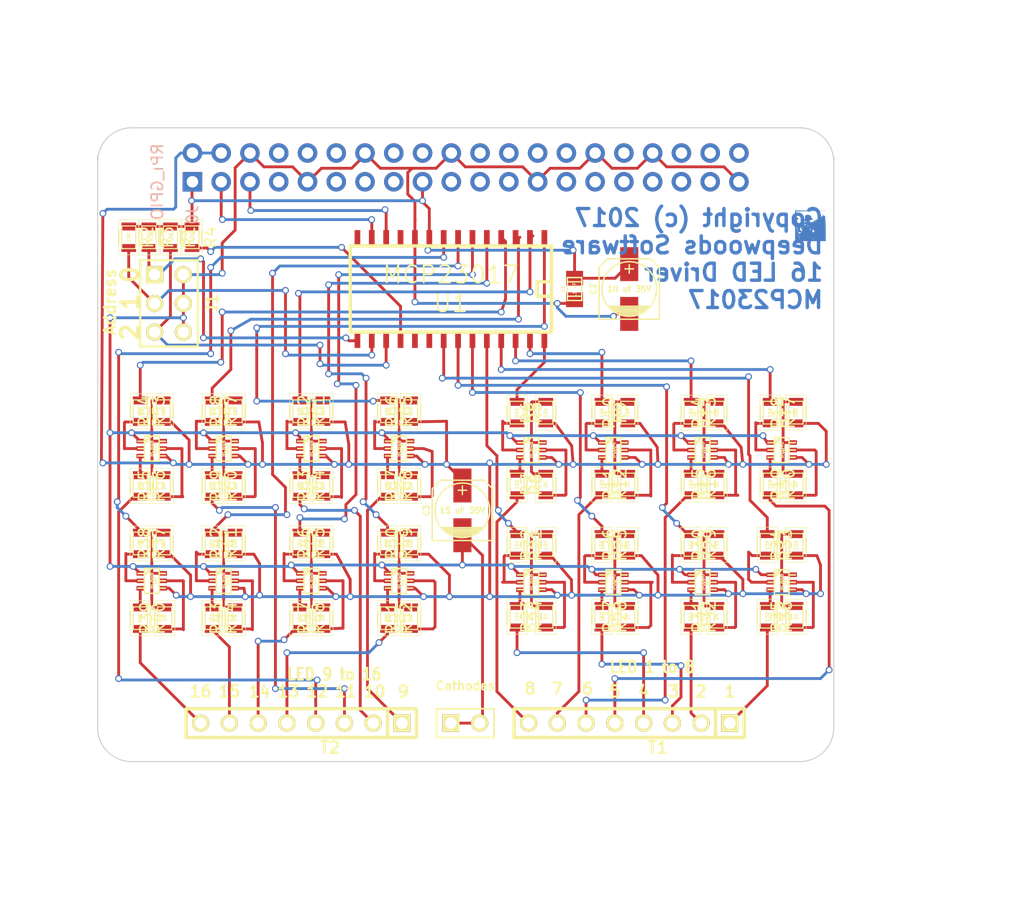
<source format=kicad_pcb>
(kicad_pcb (version 3) (host pcbnew "(2013-june-11)-stable")
  (title_block (company "Deepwoods Software"))
  (layers (15 F.Cu signal) (0 B.Cu signal) (18 B.Paste user) (19 F.Paste user) (20 B.SilkS user) (21 F.SilkS user) (22 B.Mask user) (23 F.Mask user) (28 Edge.Cuts user))
  (net 0 "")
  (net 1 +5V)
  (net 2 GND)
  (net 3 GP0.0)
  (net 4 GP0.1)
  (net 5 GP0.2)
  (net 6 GP0.3)
  (net 7 GP0.4)
  (net 8 GP0.5)
  (net 9 GP0.6)
  (net 10 GP0.7)
  (net 11 GP1.0)
  (net 12 GP1.1)
  (net 13 GP1.2)
  (net 14 GP1.3)
  (net 15 GP1.4)
  (net 16 GP1.5)
  (net 17 GP1.6)
  (net 18 GP1.7)
  (net 19 LED1)
  (net 20 LED10)
  (net 21 LED11)
  (net 22 LED12)
  (net 23 LED13)
  (net 24 LED14)
  (net 25 LED15)
  (net 26 LED16)
  (net 27 LED2)
  (net 28 LED3)
  (net 29 LED4)
  (net 30 LED5)
  (net 31 LED6)
  (net 32 LED7)
  (net 33 LED8)
  (net 34 LED9)
  (net 35 N-00000100)
  (net 36 N-00000101)
  (net 37 N-00000102)
  (net 38 N-00000103)
  (net 39 N-00000104)
  (net 40 N-00000105)
  (net 41 N-00000106)
  (net 42 N-00000107)
  (net 43 N-00000108)
  (net 44 N-00000109)
  (net 45 N-00000110)
  (net 46 N-00000111)
  (net 47 N-00000112)
  (net 48 N-00000113)
  (net 49 N-00000114)
  (net 50 N-00000115)
  (net 51 N-00000116)
  (net 52 N-00000117)
  (net 53 N-00000118)
  (net 54 N-00000119)
  (net 55 N-00000120)
  (net 56 N-00000121)
  (net 57 N-00000122)
  (net 58 N-00000123)
  (net 59 N-00000124)
  (net 60 N-00000125)
  (net 61 N-00000126)
  (net 62 N-00000127)
  (net 63 N-00000128)
  (net 64 N-00000129)
  (net 65 N-0000013)
  (net 66 N-00000130)
  (net 67 N-00000131)
  (net 68 N-00000132)
  (net 69 N-00000133)
  (net 70 N-0000014)
  (net 71 N-0000063)
  (net 72 N-0000064)
  (net 73 N-0000065)
  (net 74 N-0000066)
  (net 75 N-0000070)
  (net 76 N-0000071)
  (net 77 N-0000072)
  (net 78 N-0000073)
  (net 79 N-0000074)
  (net 80 N-0000075)
  (net 81 N-0000076)
  (net 82 N-0000077)
  (net 83 N-0000078)
  (net 84 N-0000079)
  (net 85 N-0000080)
  (net 86 N-0000081)
  (net 87 N-0000082)
  (net 88 N-0000083)
  (net 89 N-0000084)
  (net 90 N-0000085)
  (net 91 N-0000086)
  (net 92 N-0000087)
  (net 93 N-0000088)
  (net 94 N-0000089)
  (net 95 N-0000090)
  (net 96 N-0000091)
  (net 97 N-0000092)
  (net 98 N-0000093)
  (net 99 N-0000094)
  (net 100 N-0000095)
  (net 101 N-0000096)
  (net 102 N-0000097)
  (net 103 N-0000098)
  (net 104 N-0000099)
  (net 105 VDD)
  (module RPi_Hat:Pin_Header_Straight_2x20 (layer B.Cu) (at 72.4288 40.3093 90)
    (fp_text reference J0 (at -4.191 -24.13 90) (layer B.SilkS) (effects (justify mirror)))
    (fp_text value RPi_GPIO (at -1.27 -27.23 90) (layer B.SilkS) (effects (justify mirror)))
    (pad 1 thru_hole rect (at -1.27 -24.13 90) (size 1.7272 1.7272) (drill 1.016) (layers *.Cu *.Mask) (net 105 VDD))
    (pad 2 thru_hole oval (at 1.27 -24.13 90) (size 1.7272 1.7272) (drill 1.016) (layers *.Cu *.Mask) (net 1 +5V))
    (pad 3 thru_hole oval (at -1.27 -21.59 90) (size 1.7272 1.7272) (drill 1.016) (layers *.Cu *.Mask) (net 70 N-0000014))
    (pad 4 thru_hole oval (at 1.27 -21.59 90) (size 1.7272 1.7272) (drill 1.016) (layers *.Cu *.Mask) (net 1 +5V))
    (pad 5 thru_hole oval (at -1.27 -19.05 90) (size 1.7272 1.7272) (drill 1.016) (layers *.Cu *.Mask) (net 65 N-0000013))
    (pad 6 thru_hole oval (at 1.27 -19.05 90) (size 1.7272 1.7272) (drill 1.016) (layers *.Cu *.Mask) (net 2 GND))
    (pad 7 thru_hole oval (at -1.27 -16.51 90) (size 1.7272 1.7272) (drill 1.016) (layers *.Cu *.Mask))
    (pad 8 thru_hole oval (at 1.27 -16.51 90) (size 1.7272 1.7272) (drill 1.016) (layers *.Cu *.Mask))
    (pad 9 thru_hole oval (at -1.27 -13.97 90) (size 1.7272 1.7272) (drill 1.016) (layers *.Cu *.Mask) (net 2 GND))
    (pad 10 thru_hole oval (at 1.27 -13.97 90) (size 1.7272 1.7272) (drill 1.016) (layers *.Cu *.Mask))
    (pad 11 thru_hole oval (at -1.27 -11.43 90) (size 1.7272 1.7272) (drill 1.016) (layers *.Cu *.Mask))
    (pad 12 thru_hole oval (at 1.27 -11.43 90) (size 1.7272 1.7272) (drill 1.016) (layers *.Cu *.Mask))
    (pad 13 thru_hole oval (at -1.27 -8.89 90) (size 1.7272 1.7272) (drill 1.016) (layers *.Cu *.Mask))
    (pad 14 thru_hole oval (at 1.27 -8.89 90) (size 1.7272 1.7272) (drill 1.016) (layers *.Cu *.Mask) (net 2 GND))
    (pad 15 thru_hole oval (at -1.27 -6.35 90) (size 1.7272 1.7272) (drill 1.016) (layers *.Cu *.Mask))
    (pad 16 thru_hole oval (at 1.27 -6.35 90) (size 1.7272 1.7272) (drill 1.016) (layers *.Cu *.Mask))
    (pad 17 thru_hole oval (at -1.27 -3.81 90) (size 1.7272 1.7272) (drill 1.016) (layers *.Cu *.Mask) (net 105 VDD))
    (pad 18 thru_hole oval (at 1.27 -3.81 90) (size 1.7272 1.7272) (drill 1.016) (layers *.Cu *.Mask))
    (pad 19 thru_hole oval (at -1.27 -1.27 90) (size 1.7272 1.7272) (drill 1.016) (layers *.Cu *.Mask))
    (pad 20 thru_hole oval (at 1.27 -1.27 90) (size 1.7272 1.7272) (drill 1.016) (layers *.Cu *.Mask) (net 2 GND))
    (pad 21 thru_hole oval (at -1.27 1.27 90) (size 1.7272 1.7272) (drill 1.016) (layers *.Cu *.Mask))
    (pad 22 thru_hole oval (at 1.27 1.27 90) (size 1.7272 1.7272) (drill 1.016) (layers *.Cu *.Mask))
    (pad 23 thru_hole oval (at -1.27 3.81 90) (size 1.7272 1.7272) (drill 1.016) (layers *.Cu *.Mask))
    (pad 24 thru_hole oval (at 1.27 3.81 90) (size 1.7272 1.7272) (drill 1.016) (layers *.Cu *.Mask))
    (pad 25 thru_hole oval (at -1.27 6.35 90) (size 1.7272 1.7272) (drill 1.016) (layers *.Cu *.Mask) (net 2 GND))
    (pad 26 thru_hole oval (at 1.27 6.35 90) (size 1.7272 1.7272) (drill 1.016) (layers *.Cu *.Mask))
    (pad 27 thru_hole oval (at -1.27 8.89 90) (size 1.7272 1.7272) (drill 1.016) (layers *.Cu *.Mask))
    (pad 28 thru_hole oval (at 1.27 8.89 90) (size 1.7272 1.7272) (drill 1.016) (layers *.Cu *.Mask))
    (pad 29 thru_hole oval (at -1.27 11.43 90) (size 1.7272 1.7272) (drill 1.016) (layers *.Cu *.Mask))
    (pad 30 thru_hole oval (at 1.27 11.43 90) (size 1.7272 1.7272) (drill 1.016) (layers *.Cu *.Mask) (net 2 GND))
    (pad 31 thru_hole oval (at -1.27 13.97 90) (size 1.7272 1.7272) (drill 1.016) (layers *.Cu *.Mask))
    (pad 32 thru_hole oval (at 1.27 13.97 90) (size 1.7272 1.7272) (drill 1.016) (layers *.Cu *.Mask))
    (pad 33 thru_hole oval (at -1.27 16.51 90) (size 1.7272 1.7272) (drill 1.016) (layers *.Cu *.Mask))
    (pad 34 thru_hole oval (at 1.27 16.51 90) (size 1.7272 1.7272) (drill 1.016) (layers *.Cu *.Mask) (net 2 GND))
    (pad 35 thru_hole oval (at -1.27 19.05 90) (size 1.7272 1.7272) (drill 1.016) (layers *.Cu *.Mask))
    (pad 36 thru_hole oval (at 1.27 19.05 90) (size 1.7272 1.7272) (drill 1.016) (layers *.Cu *.Mask))
    (pad 37 thru_hole oval (at -1.27 21.59 90) (size 1.7272 1.7272) (drill 1.016) (layers *.Cu *.Mask))
    (pad 38 thru_hole oval (at 1.27 21.59 90) (size 1.7272 1.7272) (drill 1.016) (layers *.Cu *.Mask))
    (pad 39 thru_hole oval (at -1.27 24.13 90) (size 1.7272 1.7272) (drill 1.016) (layers *.Cu *.Mask) (net 2 GND))
    (pad 40 thru_hole oval (at 1.27 24.13 90) (size 1.7272 1.7272) (drill 1.016) (layers *.Cu *.Mask))
  )
  (module RPi_Hat:RPi_Hat_Mounting_Hole (layer B.Cu) (at 101.4288 40.3093)
    (fp_text reference H2 hide)
    (fp_text value "" hide)
    (pad "" np_thru_hole circle (at 0 0) (size 2.75 2.75) (drill 2.75) (layers *.Cu *.Mask) (clearance 1.725))
  )
  (module RPi_Hat:RPi_Hat_Mounting_Hole (layer B.Cu) (at 101.4288 89.3093)
    (fp_text reference H4 hide)
    (fp_text value "" hide)
    (pad "" np_thru_hole circle (at 0 0) (size 2.75 2.75) (drill 2.75) (layers *.Cu *.Mask) (clearance 1.725))
  )
  (module RPi_Hat:RPi_Hat_Mounting_Hole (layer B.Cu) (at 43.4288 89.3093)
    (fp_text reference H3 hide)
    (fp_text value "" hide)
    (pad "" np_thru_hole circle (at 0 0) (size 2.75 2.75) (drill 2.75) (layers *.Cu *.Mask) (clearance 1.725))
  )
  (module RPi_Hat:RPi_Hat_Mounting_Hole (layer B.Cu) (at 43.4288 40.3093)
    (fp_text reference H1 hide)
    (fp_text value "" hide)
    (pad "" np_thru_hole circle (at 0 0) (size 2.75 2.75) (drill 2.75) (layers *.Cu *.Mask) (clearance 1.725))
  )
  (module pin_array_3x2 (layer F.Cu) (at 46.228 52.324 270)
    (fp_text reference J1 (at 0 -3.81 270) (layer F.SilkS) (effects (font (size 1.016 1.016) (thickness 0.2032))))
    (fp_text value Address (at -0.127 5.207 270) (layer F.SilkS) (effects (font (size 1.016 1.016) (thickness 0.2032))))
    (pad 1 thru_hole rect (at -2.54 1.27 270) (size 1.524 1.524) (drill 1.016) (layers *.Cu *.Mask F.SilkS) (net 73 N-0000065))
    (pad 2 thru_hole circle (at -2.54 -1.27 270) (size 1.524 1.524) (drill 1.016) (layers *.Cu *.Mask F.SilkS) (net 2 GND))
    (pad 3 thru_hole circle (at 0 1.27 270) (size 1.524 1.524) (drill 1.016) (layers *.Cu *.Mask F.SilkS) (net 72 N-0000064))
    (pad 4 thru_hole circle (at 0 -1.27 270) (size 1.524 1.524) (drill 1.016) (layers *.Cu *.Mask F.SilkS) (net 2 GND))
    (pad 5 thru_hole circle (at 2.54 1.27 270) (size 1.524 1.524) (drill 1.016) (layers *.Cu *.Mask F.SilkS) (net 71 N-0000063))
    (pad 6 thru_hole circle (at 2.54 -1.27 270) (size 1.524 1.524) (drill 1.016) (layers *.Cu *.Mask F.SilkS) (net 2 GND))
  )
  (module sc70-6 (layer F.Cu) (at 58.801 65.151 270)
    (fp_text reference Q15 (at 0 -0.2794 270) (layer F.SilkS) (effects (font (size 0.29972 0.29972) (thickness 0.06096))))
    (fp_text value BC848 (at 0 0 270) (layer F.SilkS) (effects (font (size 0.29972 0.29972) (thickness 0.06096))))
    (pad 1 smd rect (at -0.6604 1.016 270) (size 0.4064 0.6604) (layers F.Cu F.Paste F.Mask) (net 2 GND))
    (pad 3 smd rect (at 0.6604 1.016 270) (size 0.4064 0.6604) (layers F.Cu F.Paste F.Mask) (net 54 N-00000119))
    (pad 2 smd rect (at 0 1.016 270) (size 0.4064 0.6604) (layers F.Cu F.Paste F.Mask) (net 55 N-00000120))
    (pad 4 smd rect (at 0.6604 -1.016 270) (size 0.4064 0.6604) (layers F.Cu F.Paste F.Mask) (net 1 +5V))
    (pad 6 smd rect (at -0.6604 -1.016 270) (size 0.4064 0.6604) (layers F.Cu F.Paste F.Mask) (net 91 N-0000086))
    (pad 5 smd rect (at 0 -1.016 270) (size 0.4064 0.6604) (layers F.Cu F.Paste F.Mask) (net 56 N-00000121))
  )
  (module sc70-6 (layer F.Cu) (at 44.704 65.151 270)
    (fp_text reference Q13 (at 0 -0.2794 270) (layer F.SilkS) (effects (font (size 0.29972 0.29972) (thickness 0.06096))))
    (fp_text value BC848 (at 0 0 270) (layer F.SilkS) (effects (font (size 0.29972 0.29972) (thickness 0.06096))))
    (pad 1 smd rect (at -0.6604 1.016 270) (size 0.4064 0.6604) (layers F.Cu F.Paste F.Mask) (net 2 GND))
    (pad 3 smd rect (at 0.6604 1.016 270) (size 0.4064 0.6604) (layers F.Cu F.Paste F.Mask) (net 62 N-00000127))
    (pad 2 smd rect (at 0 1.016 270) (size 0.4064 0.6604) (layers F.Cu F.Paste F.Mask) (net 69 N-00000133))
    (pad 4 smd rect (at 0.6604 -1.016 270) (size 0.4064 0.6604) (layers F.Cu F.Paste F.Mask) (net 1 +5V))
    (pad 6 smd rect (at -0.6604 -1.016 270) (size 0.4064 0.6604) (layers F.Cu F.Paste F.Mask) (net 93 N-0000088))
    (pad 5 smd rect (at 0 -1.016 270) (size 0.4064 0.6604) (layers F.Cu F.Paste F.Mask) (net 61 N-00000126))
  )
  (module sc70-6 (layer F.Cu) (at 66.548 65.151 270)
    (fp_text reference Q16 (at 0 -0.2794 270) (layer F.SilkS) (effects (font (size 0.29972 0.29972) (thickness 0.06096))))
    (fp_text value BC848 (at 0 0 270) (layer F.SilkS) (effects (font (size 0.29972 0.29972) (thickness 0.06096))))
    (pad 1 smd rect (at -0.6604 1.016 270) (size 0.4064 0.6604) (layers F.Cu F.Paste F.Mask) (net 2 GND))
    (pad 3 smd rect (at 0.6604 1.016 270) (size 0.4064 0.6604) (layers F.Cu F.Paste F.Mask) (net 53 N-00000118))
    (pad 2 smd rect (at 0 1.016 270) (size 0.4064 0.6604) (layers F.Cu F.Paste F.Mask) (net 52 N-00000117))
    (pad 4 smd rect (at 0.6604 -1.016 270) (size 0.4064 0.6604) (layers F.Cu F.Paste F.Mask) (net 1 +5V))
    (pad 6 smd rect (at -0.6604 -1.016 270) (size 0.4064 0.6604) (layers F.Cu F.Paste F.Mask) (net 90 N-0000085))
    (pad 5 smd rect (at 0 -1.016 270) (size 0.4064 0.6604) (layers F.Cu F.Paste F.Mask) (net 51 N-00000116))
  )
  (module sc70-6 (layer F.Cu) (at 51.054 65.151 270)
    (fp_text reference Q14 (at 0 -0.2794 270) (layer F.SilkS) (effects (font (size 0.29972 0.29972) (thickness 0.06096))))
    (fp_text value BC848 (at 0 0 270) (layer F.SilkS) (effects (font (size 0.29972 0.29972) (thickness 0.06096))))
    (pad 1 smd rect (at -0.6604 1.016 270) (size 0.4064 0.6604) (layers F.Cu F.Paste F.Mask) (net 2 GND))
    (pad 3 smd rect (at 0.6604 1.016 270) (size 0.4064 0.6604) (layers F.Cu F.Paste F.Mask) (net 57 N-00000122))
    (pad 2 smd rect (at 0 1.016 270) (size 0.4064 0.6604) (layers F.Cu F.Paste F.Mask) (net 67 N-00000131))
    (pad 4 smd rect (at 0.6604 -1.016 270) (size 0.4064 0.6604) (layers F.Cu F.Paste F.Mask) (net 1 +5V))
    (pad 6 smd rect (at -0.6604 -1.016 270) (size 0.4064 0.6604) (layers F.Cu F.Paste F.Mask) (net 92 N-0000087))
    (pad 5 smd rect (at 0 -1.016 270) (size 0.4064 0.6604) (layers F.Cu F.Paste F.Mask) (net 68 N-00000132))
  )
  (module sc70-6 (layer F.Cu) (at 85.471 76.962 270)
    (fp_text reference Q6 (at 0 -0.2794 270) (layer F.SilkS) (effects (font (size 0.29972 0.29972) (thickness 0.06096))))
    (fp_text value BC848 (at 0 0 270) (layer F.SilkS) (effects (font (size 0.29972 0.29972) (thickness 0.06096))))
    (pad 1 smd rect (at -0.6604 1.016 270) (size 0.4064 0.6604) (layers F.Cu F.Paste F.Mask) (net 2 GND))
    (pad 3 smd rect (at 0.6604 1.016 270) (size 0.4064 0.6604) (layers F.Cu F.Paste F.Mask) (net 39 N-00000104))
    (pad 2 smd rect (at 0 1.016 270) (size 0.4064 0.6604) (layers F.Cu F.Paste F.Mask) (net 40 N-00000105))
    (pad 4 smd rect (at 0.6604 -1.016 270) (size 0.4064 0.6604) (layers F.Cu F.Paste F.Mask) (net 1 +5V))
    (pad 6 smd rect (at -0.6604 -1.016 270) (size 0.4064 0.6604) (layers F.Cu F.Paste F.Mask) (net 89 N-0000084))
    (pad 5 smd rect (at 0 -1.016 270) (size 0.4064 0.6604) (layers F.Cu F.Paste F.Mask) (net 41 N-00000106))
  )
  (module sc70-6 (layer F.Cu) (at 100.33 76.962 270)
    (fp_text reference Q8 (at 0 -0.2794 270) (layer F.SilkS) (effects (font (size 0.29972 0.29972) (thickness 0.06096))))
    (fp_text value BC848 (at 0 0 270) (layer F.SilkS) (effects (font (size 0.29972 0.29972) (thickness 0.06096))))
    (pad 1 smd rect (at -0.6604 1.016 270) (size 0.4064 0.6604) (layers F.Cu F.Paste F.Mask) (net 2 GND))
    (pad 3 smd rect (at 0.6604 1.016 270) (size 0.4064 0.6604) (layers F.Cu F.Paste F.Mask) (net 63 N-00000128))
    (pad 2 smd rect (at 0 1.016 270) (size 0.4064 0.6604) (layers F.Cu F.Paste F.Mask) (net 64 N-00000129))
    (pad 4 smd rect (at 0.6604 -1.016 270) (size 0.4064 0.6604) (layers F.Cu F.Paste F.Mask) (net 1 +5V))
    (pad 6 smd rect (at -0.6604 -1.016 270) (size 0.4064 0.6604) (layers F.Cu F.Paste F.Mask) (net 87 N-0000082))
    (pad 5 smd rect (at 0 -1.016 270) (size 0.4064 0.6604) (layers F.Cu F.Paste F.Mask) (net 66 N-00000130))
  )
  (module sc70-6 (layer F.Cu) (at 78.232 76.962 270)
    (fp_text reference Q5 (at 0 -0.2794 270) (layer F.SilkS) (effects (font (size 0.29972 0.29972) (thickness 0.06096))))
    (fp_text value BC848 (at 0 0 270) (layer F.SilkS) (effects (font (size 0.29972 0.29972) (thickness 0.06096))))
    (pad 1 smd rect (at -0.6604 1.016 270) (size 0.4064 0.6604) (layers F.Cu F.Paste F.Mask) (net 2 GND))
    (pad 3 smd rect (at 0.6604 1.016 270) (size 0.4064 0.6604) (layers F.Cu F.Paste F.Mask) (net 100 N-0000095))
    (pad 2 smd rect (at 0 1.016 270) (size 0.4064 0.6604) (layers F.Cu F.Paste F.Mask) (net 101 N-0000096))
    (pad 4 smd rect (at 0.6604 -1.016 270) (size 0.4064 0.6604) (layers F.Cu F.Paste F.Mask) (net 1 +5V))
    (pad 6 smd rect (at -0.6604 -1.016 270) (size 0.4064 0.6604) (layers F.Cu F.Paste F.Mask) (net 95 N-0000090))
    (pad 5 smd rect (at 0 -1.016 270) (size 0.4064 0.6604) (layers F.Cu F.Paste F.Mask) (net 102 N-0000097))
  )
  (module sc70-6 (layer F.Cu) (at 93.345 76.962 270)
    (fp_text reference Q7 (at 0 -0.2794 270) (layer F.SilkS) (effects (font (size 0.29972 0.29972) (thickness 0.06096))))
    (fp_text value BC848 (at 0 0 270) (layer F.SilkS) (effects (font (size 0.29972 0.29972) (thickness 0.06096))))
    (pad 1 smd rect (at -0.6604 1.016 270) (size 0.4064 0.6604) (layers F.Cu F.Paste F.Mask) (net 2 GND))
    (pad 3 smd rect (at 0.6604 1.016 270) (size 0.4064 0.6604) (layers F.Cu F.Paste F.Mask) (net 38 N-00000103))
    (pad 2 smd rect (at 0 1.016 270) (size 0.4064 0.6604) (layers F.Cu F.Paste F.Mask) (net 37 N-00000102))
    (pad 4 smd rect (at 0.6604 -1.016 270) (size 0.4064 0.6604) (layers F.Cu F.Paste F.Mask) (net 1 +5V))
    (pad 6 smd rect (at -0.6604 -1.016 270) (size 0.4064 0.6604) (layers F.Cu F.Paste F.Mask) (net 88 N-0000083))
    (pad 5 smd rect (at 0 -1.016 270) (size 0.4064 0.6604) (layers F.Cu F.Paste F.Mask) (net 36 N-00000101))
  )
  (module sc70-6 (layer F.Cu) (at 58.801 76.835 270)
    (fp_text reference Q11 (at 0 -0.2794 270) (layer F.SilkS) (effects (font (size 0.29972 0.29972) (thickness 0.06096))))
    (fp_text value BC848 (at 0 0 270) (layer F.SilkS) (effects (font (size 0.29972 0.29972) (thickness 0.06096))))
    (pad 1 smd rect (at -0.6604 1.016 270) (size 0.4064 0.6604) (layers F.Cu F.Paste F.Mask) (net 2 GND))
    (pad 3 smd rect (at 0.6604 1.016 270) (size 0.4064 0.6604) (layers F.Cu F.Paste F.Mask) (net 77 N-0000072))
    (pad 2 smd rect (at 0 1.016 270) (size 0.4064 0.6604) (layers F.Cu F.Paste F.Mask) (net 75 N-0000070))
    (pad 4 smd rect (at 0.6604 -1.016 270) (size 0.4064 0.6604) (layers F.Cu F.Paste F.Mask) (net 1 +5V))
    (pad 6 smd rect (at -0.6604 -1.016 270) (size 0.4064 0.6604) (layers F.Cu F.Paste F.Mask) (net 86 N-0000081))
    (pad 5 smd rect (at 0 -1.016 270) (size 0.4064 0.6604) (layers F.Cu F.Paste F.Mask) (net 76 N-0000071))
  )
  (module sc70-6 (layer F.Cu) (at 44.704 76.835 270)
    (fp_text reference Q9 (at 0 -0.2794 270) (layer F.SilkS) (effects (font (size 0.29972 0.29972) (thickness 0.06096))))
    (fp_text value BC848 (at 0 0 270) (layer F.SilkS) (effects (font (size 0.29972 0.29972) (thickness 0.06096))))
    (pad 1 smd rect (at -0.6604 1.016 270) (size 0.4064 0.6604) (layers F.Cu F.Paste F.Mask) (net 2 GND))
    (pad 3 smd rect (at 0.6604 1.016 270) (size 0.4064 0.6604) (layers F.Cu F.Paste F.Mask) (net 58 N-00000123))
    (pad 2 smd rect (at 0 1.016 270) (size 0.4064 0.6604) (layers F.Cu F.Paste F.Mask) (net 59 N-00000124))
    (pad 4 smd rect (at 0.6604 -1.016 270) (size 0.4064 0.6604) (layers F.Cu F.Paste F.Mask) (net 1 +5V))
    (pad 6 smd rect (at -0.6604 -1.016 270) (size 0.4064 0.6604) (layers F.Cu F.Paste F.Mask) (net 94 N-0000089))
    (pad 5 smd rect (at 0 -1.016 270) (size 0.4064 0.6604) (layers F.Cu F.Paste F.Mask) (net 60 N-00000125))
  )
  (module sc70-6 (layer F.Cu) (at 66.548 76.835 270)
    (fp_text reference Q12 (at 0 -0.2794 270) (layer F.SilkS) (effects (font (size 0.29972 0.29972) (thickness 0.06096))))
    (fp_text value BC848 (at 0 0 270) (layer F.SilkS) (effects (font (size 0.29972 0.29972) (thickness 0.06096))))
    (pad 1 smd rect (at -0.6604 1.016 270) (size 0.4064 0.6604) (layers F.Cu F.Paste F.Mask) (net 2 GND))
    (pad 3 smd rect (at 0.6604 1.016 270) (size 0.4064 0.6604) (layers F.Cu F.Paste F.Mask) (net 82 N-0000077))
    (pad 2 smd rect (at 0 1.016 270) (size 0.4064 0.6604) (layers F.Cu F.Paste F.Mask) (net 83 N-0000078))
    (pad 4 smd rect (at 0.6604 -1.016 270) (size 0.4064 0.6604) (layers F.Cu F.Paste F.Mask) (net 1 +5V))
    (pad 6 smd rect (at -0.6604 -1.016 270) (size 0.4064 0.6604) (layers F.Cu F.Paste F.Mask) (net 84 N-0000079))
    (pad 5 smd rect (at 0 -1.016 270) (size 0.4064 0.6604) (layers F.Cu F.Paste F.Mask) (net 85 N-0000080))
  )
  (module sc70-6 (layer F.Cu) (at 85.471 65.278 270)
    (fp_text reference Q2 (at 0 -0.2794 270) (layer F.SilkS) (effects (font (size 0.29972 0.29972) (thickness 0.06096))))
    (fp_text value BC848 (at 0 0 270) (layer F.SilkS) (effects (font (size 0.29972 0.29972) (thickness 0.06096))))
    (pad 1 smd rect (at -0.6604 1.016 270) (size 0.4064 0.6604) (layers F.Cu F.Paste F.Mask) (net 2 GND))
    (pad 3 smd rect (at 0.6604 1.016 270) (size 0.4064 0.6604) (layers F.Cu F.Paste F.Mask) (net 44 N-00000109))
    (pad 2 smd rect (at 0 1.016 270) (size 0.4064 0.6604) (layers F.Cu F.Paste F.Mask) (net 43 N-00000108))
    (pad 4 smd rect (at 0.6604 -1.016 270) (size 0.4064 0.6604) (layers F.Cu F.Paste F.Mask) (net 1 +5V))
    (pad 6 smd rect (at -0.6604 -1.016 270) (size 0.4064 0.6604) (layers F.Cu F.Paste F.Mask) (net 98 N-0000093))
    (pad 5 smd rect (at 0 -1.016 270) (size 0.4064 0.6604) (layers F.Cu F.Paste F.Mask) (net 42 N-00000107))
  )
  (module sc70-6 (layer F.Cu) (at 100.33 65.278 270)
    (fp_text reference Q4 (at 0 -0.2794 270) (layer F.SilkS) (effects (font (size 0.29972 0.29972) (thickness 0.06096))))
    (fp_text value BC848 (at 0 0 270) (layer F.SilkS) (effects (font (size 0.29972 0.29972) (thickness 0.06096))))
    (pad 1 smd rect (at -0.6604 1.016 270) (size 0.4064 0.6604) (layers F.Cu F.Paste F.Mask) (net 2 GND))
    (pad 3 smd rect (at 0.6604 1.016 270) (size 0.4064 0.6604) (layers F.Cu F.Paste F.Mask) (net 103 N-0000098))
    (pad 2 smd rect (at 0 1.016 270) (size 0.4064 0.6604) (layers F.Cu F.Paste F.Mask) (net 104 N-0000099))
    (pad 4 smd rect (at 0.6604 -1.016 270) (size 0.4064 0.6604) (layers F.Cu F.Paste F.Mask) (net 1 +5V))
    (pad 6 smd rect (at -0.6604 -1.016 270) (size 0.4064 0.6604) (layers F.Cu F.Paste F.Mask) (net 96 N-0000091))
    (pad 5 smd rect (at 0 -1.016 270) (size 0.4064 0.6604) (layers F.Cu F.Paste F.Mask) (net 35 N-00000100))
  )
  (module sc70-6 (layer F.Cu) (at 51.054 76.835 270)
    (fp_text reference Q10 (at 0 -0.2794 270) (layer F.SilkS) (effects (font (size 0.29972 0.29972) (thickness 0.06096))))
    (fp_text value BC848 (at 0 0 270) (layer F.SilkS) (effects (font (size 0.29972 0.29972) (thickness 0.06096))))
    (pad 1 smd rect (at -0.6604 1.016 270) (size 0.4064 0.6604) (layers F.Cu F.Paste F.Mask) (net 2 GND))
    (pad 3 smd rect (at 0.6604 1.016 270) (size 0.4064 0.6604) (layers F.Cu F.Paste F.Mask) (net 78 N-0000073))
    (pad 2 smd rect (at 0 1.016 270) (size 0.4064 0.6604) (layers F.Cu F.Paste F.Mask) (net 79 N-0000074))
    (pad 4 smd rect (at 0.6604 -1.016 270) (size 0.4064 0.6604) (layers F.Cu F.Paste F.Mask) (net 1 +5V))
    (pad 6 smd rect (at -0.6604 -1.016 270) (size 0.4064 0.6604) (layers F.Cu F.Paste F.Mask) (net 80 N-0000075))
    (pad 5 smd rect (at 0 -1.016 270) (size 0.4064 0.6604) (layers F.Cu F.Paste F.Mask) (net 81 N-0000076))
  )
  (module sc70-6 (layer F.Cu) (at 78.232 65.278 270)
    (fp_text reference Q1 (at 0 -0.2794 270) (layer F.SilkS) (effects (font (size 0.29972 0.29972) (thickness 0.06096))))
    (fp_text value BC848 (at 0 0 270) (layer F.SilkS) (effects (font (size 0.29972 0.29972) (thickness 0.06096))))
    (pad 1 smd rect (at -0.6604 1.016 270) (size 0.4064 0.6604) (layers F.Cu F.Paste F.Mask) (net 2 GND))
    (pad 3 smd rect (at 0.6604 1.016 270) (size 0.4064 0.6604) (layers F.Cu F.Paste F.Mask) (net 45 N-00000110))
    (pad 2 smd rect (at 0 1.016 270) (size 0.4064 0.6604) (layers F.Cu F.Paste F.Mask) (net 46 N-00000111))
    (pad 4 smd rect (at 0.6604 -1.016 270) (size 0.4064 0.6604) (layers F.Cu F.Paste F.Mask) (net 1 +5V))
    (pad 6 smd rect (at -0.6604 -1.016 270) (size 0.4064 0.6604) (layers F.Cu F.Paste F.Mask) (net 99 N-0000094))
    (pad 5 smd rect (at 0 -1.016 270) (size 0.4064 0.6604) (layers F.Cu F.Paste F.Mask) (net 47 N-00000112))
  )
  (module sc70-6 (layer F.Cu) (at 93.345 65.278 270)
    (fp_text reference Q3 (at 0 -0.2794 270) (layer F.SilkS) (effects (font (size 0.29972 0.29972) (thickness 0.06096))))
    (fp_text value BC848 (at 0 0 270) (layer F.SilkS) (effects (font (size 0.29972 0.29972) (thickness 0.06096))))
    (pad 1 smd rect (at -0.6604 1.016 270) (size 0.4064 0.6604) (layers F.Cu F.Paste F.Mask) (net 2 GND))
    (pad 3 smd rect (at 0.6604 1.016 270) (size 0.4064 0.6604) (layers F.Cu F.Paste F.Mask) (net 48 N-00000113))
    (pad 2 smd rect (at 0 1.016 270) (size 0.4064 0.6604) (layers F.Cu F.Paste F.Mask) (net 49 N-00000114))
    (pad 4 smd rect (at 0.6604 -1.016 270) (size 0.4064 0.6604) (layers F.Cu F.Paste F.Mask) (net 1 +5V))
    (pad 6 smd rect (at -0.6604 -1.016 270) (size 0.4064 0.6604) (layers F.Cu F.Paste F.Mask) (net 97 N-0000092))
    (pad 5 smd rect (at 0 -1.016 270) (size 0.4064 0.6604) (layers F.Cu F.Paste F.Mask) (net 50 N-00000115))
  )
  (module SO28 (layer F.Cu) (at 71.12 51.054 180)
    (fp_text reference U1 (at 0 -1.26492 180) (layer F.SilkS) (effects (font (size 1.524 1.524) (thickness 0.1524))))
    (fp_text value MCP23017 (at 0 1.27 180) (layer F.SilkS) (effects (font (size 1.524 1.524) (thickness 0.1524))))
    (pad 1 smd rect (at -8.255 4.572 180) (size 0.508 1.27) (layers F.Cu F.Paste F.Mask) (net 11 GP1.0))
    (pad 2 smd rect (at -6.985 4.572 180) (size 0.508 1.27) (layers F.Cu F.Paste F.Mask) (net 12 GP1.1))
    (pad 3 smd rect (at -5.715 4.572 180) (size 0.508 1.27) (layers F.Cu F.Paste F.Mask) (net 13 GP1.2))
    (pad 4 smd rect (at -4.445 4.572 180) (size 0.508 1.27) (layers F.Cu F.Paste F.Mask) (net 14 GP1.3))
    (pad 5 smd rect (at -3.175 4.572 180) (size 0.508 1.27) (layers F.Cu F.Paste F.Mask) (net 15 GP1.4))
    (pad 6 smd rect (at -1.905 4.572 180) (size 0.508 1.27) (layers F.Cu F.Paste F.Mask) (net 16 GP1.5))
    (pad 7 smd rect (at -0.635 4.572 180) (size 0.508 1.27) (layers F.Cu F.Paste F.Mask) (net 17 GP1.6))
    (pad 8 smd rect (at 0.635 4.572 180) (size 0.508 1.27) (layers F.Cu F.Paste F.Mask) (net 18 GP1.7))
    (pad 9 smd rect (at 1.905 4.572 180) (size 0.508 1.27) (layers F.Cu F.Paste F.Mask) (net 105 VDD))
    (pad 10 smd rect (at 3.175 4.572 180) (size 0.508 1.27) (layers F.Cu F.Paste F.Mask) (net 2 GND))
    (pad 11 smd rect (at 4.445 4.572 180) (size 0.508 1.27) (layers F.Cu F.Paste F.Mask))
    (pad 12 smd rect (at 5.715 4.572 180) (size 0.508 1.27) (layers F.Cu F.Paste F.Mask) (net 65 N-0000013))
    (pad 13 smd rect (at 6.985 4.572 180) (size 0.508 1.27) (layers F.Cu F.Paste F.Mask) (net 70 N-0000014))
    (pad 14 smd rect (at 8.255 4.572 180) (size 0.508 1.27) (layers F.Cu F.Paste F.Mask))
    (pad 15 smd rect (at 8.255 -4.572 180) (size 0.508 1.27) (layers F.Cu F.Paste F.Mask) (net 73 N-0000065))
    (pad 16 smd rect (at 6.985 -4.572 180) (size 0.508 1.27) (layers F.Cu F.Paste F.Mask) (net 72 N-0000064))
    (pad 17 smd rect (at 5.715 -4.572 180) (size 0.508 1.27) (layers F.Cu F.Paste F.Mask) (net 71 N-0000063))
    (pad 18 smd rect (at 4.445 -4.572 180) (size 0.508 1.27) (layers F.Cu F.Paste F.Mask) (net 74 N-0000066))
    (pad 19 smd rect (at 3.175 -4.572 180) (size 0.508 1.27) (layers F.Cu F.Paste F.Mask))
    (pad 20 smd rect (at 1.905 -4.572 180) (size 0.508 1.27) (layers F.Cu F.Paste F.Mask))
    (pad 21 smd rect (at 0.635 -4.572 180) (size 0.508 1.27) (layers F.Cu F.Paste F.Mask) (net 3 GP0.0))
    (pad 22 smd rect (at -0.635 -4.572 180) (size 0.508 1.27) (layers F.Cu F.Paste F.Mask) (net 4 GP0.1))
    (pad 23 smd rect (at -1.905 -4.572 180) (size 0.508 1.27) (layers F.Cu F.Paste F.Mask) (net 5 GP0.2))
    (pad 24 smd rect (at -3.175 -4.572 180) (size 0.508 1.27) (layers F.Cu F.Paste F.Mask) (net 6 GP0.3))
    (pad 25 smd rect (at -4.445 -4.572 180) (size 0.508 1.27) (layers F.Cu F.Paste F.Mask) (net 7 GP0.4))
    (pad 26 smd rect (at -5.715 -4.572 180) (size 0.508 1.27) (layers F.Cu F.Paste F.Mask) (net 8 GP0.5))
    (pad 27 smd rect (at -6.985 -4.572 180) (size 0.508 1.27) (layers F.Cu F.Paste F.Mask) (net 9 GP0.6))
    (pad 28 smd rect (at -8.255 -4.572 180) (size 0.508 1.27) (layers F.Cu F.Paste F.Mask) (net 10 GP0.7))
  )
  (module R_0805 (layer F.Cu) (at 67.564 68.453 90)
    (fp_text reference R67 (at 0 -1.65 90) (layer F.SilkS))
    (fp_text value 2K (at 0 0 90) (layer F.SilkS) (effects (font (size 0.3 0.3) (thickness 0.0625))))
    (fp_text user "" (at 0 -1.65 90) (layer F.SilkS))
    (pad 1 smd rect (at -0.95 0 90) (size 0.7 1.3) (layers F.Cu F.Paste F.Mask) (net 51 N-00000116))
    (pad 2 smd rect (at 0.95 0 90) (size 0.7 1.3) (layers F.Cu F.Paste F.Mask) (net 90 N-0000085))
  )
  (module R_0805 (layer F.Cu) (at 57.785 68.453 270)
    (fp_text reference R64 (at 0 -1.65 270) (layer F.SilkS))
    (fp_text value 150 (at 0 0 270) (layer F.SilkS) (effects (font (size 0.3 0.3) (thickness 0.0625))))
    (fp_text user "" (at 0 -1.65 270) (layer F.SilkS))
    (pad 1 smd rect (at -0.95 0 270) (size 0.7 1.3) (layers F.Cu F.Paste F.Mask) (net 54 N-00000119))
    (pad 2 smd rect (at 0.95 0 270) (size 0.7 1.3) (layers F.Cu F.Paste F.Mask) (net 20 LED10))
  )
  (module R_0805 (layer F.Cu) (at 59.817 61.849 90)
    (fp_text reference R62 (at 0 -1.65 90) (layer F.SilkS))
    (fp_text value 10K (at 0 0 90) (layer F.SilkS) (effects (font (size 0.3 0.3) (thickness 0.0625))))
    (fp_text user "" (at 0 -1.65 90) (layer F.SilkS))
    (pad 1 smd rect (at -0.95 0 90) (size 0.7 1.3) (layers F.Cu F.Paste F.Mask) (net 1 +5V))
    (pad 2 smd rect (at 0.95 0 90) (size 0.7 1.3) (layers F.Cu F.Paste F.Mask) (net 91 N-0000086))
  )
  (module R_0805 (layer F.Cu) (at 57.785 61.849 270)
    (fp_text reference R61 (at 0 -1.65 270) (layer F.SilkS))
    (fp_text value 15K (at 0 0 270) (layer F.SilkS) (effects (font (size 0.3 0.3) (thickness 0.0625))))
    (fp_text user "" (at 0 -1.65 270) (layer F.SilkS))
    (pad 1 smd rect (at -0.95 0 270) (size 0.7 1.3) (layers F.Cu F.Paste F.Mask) (net 12 GP1.1))
    (pad 2 smd rect (at 0.95 0 270) (size 0.7 1.3) (layers F.Cu F.Paste F.Mask) (net 55 N-00000120))
  )
  (module R_0805 (layer F.Cu) (at 59.817 68.453 90)
    (fp_text reference R63 (at 0 -1.65 90) (layer F.SilkS))
    (fp_text value 2K (at 0 0 90) (layer F.SilkS) (effects (font (size 0.3 0.3) (thickness 0.0625))))
    (fp_text user "" (at 0 -1.65 90) (layer F.SilkS))
    (pad 1 smd rect (at -0.95 0 90) (size 0.7 1.3) (layers F.Cu F.Paste F.Mask) (net 56 N-00000121))
    (pad 2 smd rect (at 0.95 0 90) (size 0.7 1.3) (layers F.Cu F.Paste F.Mask) (net 91 N-0000086))
  )
  (module R_0805 (layer F.Cu) (at 50.038 68.453 270)
    (fp_text reference R60 (at 0 -1.65 270) (layer F.SilkS))
    (fp_text value 150 (at 0 0 270) (layer F.SilkS) (effects (font (size 0.3 0.3) (thickness 0.0625))))
    (fp_text user "" (at 0 -1.65 270) (layer F.SilkS))
    (pad 1 smd rect (at -0.95 0 270) (size 0.7 1.3) (layers F.Cu F.Paste F.Mask) (net 57 N-00000122))
    (pad 2 smd rect (at 0.95 0 270) (size 0.7 1.3) (layers F.Cu F.Paste F.Mask) (net 21 LED11))
  )
  (module R_0805 (layer F.Cu) (at 52.07 61.849 90)
    (fp_text reference R58 (at 0 -1.65 90) (layer F.SilkS))
    (fp_text value 10K (at 0 0 90) (layer F.SilkS) (effects (font (size 0.3 0.3) (thickness 0.0625))))
    (fp_text user "" (at 0 -1.65 90) (layer F.SilkS))
    (pad 1 smd rect (at -0.95 0 90) (size 0.7 1.3) (layers F.Cu F.Paste F.Mask) (net 1 +5V))
    (pad 2 smd rect (at 0.95 0 90) (size 0.7 1.3) (layers F.Cu F.Paste F.Mask) (net 92 N-0000087))
  )
  (module R_0805 (layer F.Cu) (at 50.038 61.849 270)
    (fp_text reference R57 (at 0 -1.65 270) (layer F.SilkS))
    (fp_text value 15K (at 0 0 270) (layer F.SilkS) (effects (font (size 0.4 0.3) (thickness 0.0625))))
    (fp_text user "" (at 0 -1.65 270) (layer F.SilkS))
    (pad 1 smd rect (at -0.95 0 270) (size 0.7 1.3) (layers F.Cu F.Paste F.Mask) (net 13 GP1.2))
    (pad 2 smd rect (at 0.95 0 270) (size 0.7 1.3) (layers F.Cu F.Paste F.Mask) (net 67 N-00000131))
  )
  (module R_0805 (layer F.Cu) (at 52.07 68.453 90)
    (fp_text reference R59 (at 0 -1.65 90) (layer F.SilkS))
    (fp_text value 2K (at 0 0 90) (layer F.SilkS) (effects (font (size 0.3 0.3) (thickness 0.0625))))
    (fp_text user "" (at 0 -1.65 90) (layer F.SilkS))
    (pad 1 smd rect (at -0.95 0 90) (size 0.7 1.3) (layers F.Cu F.Paste F.Mask) (net 68 N-00000132))
    (pad 2 smd rect (at 0.95 0 90) (size 0.7 1.3) (layers F.Cu F.Paste F.Mask) (net 92 N-0000087))
  )
  (module R_0805 (layer F.Cu) (at 43.688 68.453 270)
    (fp_text reference R56 (at 0 -1.65 270) (layer F.SilkS))
    (fp_text value 150 (at 0 0 270) (layer F.SilkS) (effects (font (size 0.3 0.3) (thickness 0.0625))))
    (fp_text user "" (at 0 -1.65 270) (layer F.SilkS))
    (pad 1 smd rect (at -0.95 0 270) (size 0.7 1.3) (layers F.Cu F.Paste F.Mask) (net 62 N-00000127))
    (pad 2 smd rect (at 0.95 0 270) (size 0.7 1.3) (layers F.Cu F.Paste F.Mask) (net 22 LED12))
  )
  (module R_0805 (layer F.Cu) (at 45.72 61.849 90)
    (fp_text reference R54 (at 0 -1.65 90) (layer F.SilkS))
    (fp_text value 10K (at 0 0 90) (layer F.SilkS) (effects (font (size 0.3 0.3) (thickness 0.0625))))
    (fp_text user "" (at 0 -1.65 90) (layer F.SilkS))
    (pad 1 smd rect (at -0.95 0 90) (size 0.7 1.3) (layers F.Cu F.Paste F.Mask) (net 1 +5V))
    (pad 2 smd rect (at 0.95 0 90) (size 0.7 1.3) (layers F.Cu F.Paste F.Mask) (net 93 N-0000088))
  )
  (module R_0805 (layer F.Cu) (at 43.688 61.849 270)
    (fp_text reference R53 (at 0 -1.65 270) (layer F.SilkS))
    (fp_text value 15K (at 0 0 270) (layer F.SilkS) (effects (font (size 0.3 0.3) (thickness 0.0625))))
    (fp_text user "" (at 0 -1.65 270) (layer F.SilkS))
    (pad 1 smd rect (at -0.95 0 270) (size 0.7 1.3) (layers F.Cu F.Paste F.Mask) (net 14 GP1.3))
    (pad 2 smd rect (at 0.95 0 270) (size 0.7 1.3) (layers F.Cu F.Paste F.Mask) (net 69 N-00000133))
  )
  (module R_0805 (layer F.Cu) (at 45.72 68.453 90)
    (fp_text reference R55 (at 0 -1.65 90) (layer F.SilkS))
    (fp_text value 2K (at 0 0 90) (layer F.SilkS) (effects (font (size 0.3 0.3) (thickness 0.0625))))
    (fp_text user "" (at 0 -1.65 90) (layer F.SilkS))
    (pad 1 smd rect (at -0.95 0 90) (size 0.7 1.3) (layers F.Cu F.Paste F.Mask) (net 61 N-00000126))
    (pad 2 smd rect (at 0.95 0 90) (size 0.7 1.3) (layers F.Cu F.Paste F.Mask) (net 93 N-0000088))
  )
  (module R_0805 (layer F.Cu) (at 99.06 80.01 270)
    (fp_text reference R36 (at 0 -1.65 270) (layer F.SilkS))
    (fp_text value 150 (at 0 0 270) (layer F.SilkS) (effects (font (size 0.3 0.3) (thickness 0.0625))))
    (fp_text user "" (at 0 -1.65 270) (layer F.SilkS))
    (pad 1 smd rect (at -0.95 0 270) (size 0.7 1.3) (layers F.Cu F.Paste F.Mask) (net 63 N-00000128))
    (pad 2 smd rect (at 0.95 0 270) (size 0.7 1.3) (layers F.Cu F.Paste F.Mask) (net 19 LED1))
  )
  (module R_0805 (layer F.Cu) (at 101.6 73.66 90)
    (fp_text reference R34 (at 0 -1.65 90) (layer F.SilkS))
    (fp_text value 10K (at 0 0 90) (layer F.SilkS) (effects (font (size 0.3 0.3) (thickness 0.0625))))
    (fp_text user "" (at 0 -1.65 90) (layer F.SilkS))
    (pad 1 smd rect (at -0.95 0 90) (size 0.7 1.3) (layers F.Cu F.Paste F.Mask) (net 1 +5V))
    (pad 2 smd rect (at 0.95 0 90) (size 0.7 1.3) (layers F.Cu F.Paste F.Mask) (net 87 N-0000082))
  )
  (module R_0805 (layer F.Cu) (at 99.06 73.66 270)
    (fp_text reference R33 (at 0 -1.65 270) (layer F.SilkS))
    (fp_text value 15K (at 0 0 270) (layer F.SilkS) (effects (font (size 0.3 0.3) (thickness 0.0625))))
    (fp_text user "" (at 0 -1.65 270) (layer F.SilkS))
    (pad 1 smd rect (at -0.95 0 270) (size 0.7 1.3) (layers F.Cu F.Paste F.Mask) (net 3 GP0.0))
    (pad 2 smd rect (at 0.95 0 270) (size 0.7 1.3) (layers F.Cu F.Paste F.Mask) (net 64 N-00000129))
  )
  (module R_0805 (layer F.Cu) (at 101.6 80.01 90)
    (fp_text reference R35 (at 0 -1.65 90) (layer F.SilkS))
    (fp_text value 2K (at 0 0 90) (layer F.SilkS) (effects (font (size 0.3 0.3) (thickness 0.0625))))
    (fp_text user "" (at 0 -1.65 90) (layer F.SilkS))
    (pad 1 smd rect (at -0.95 0 90) (size 0.7 1.3) (layers F.Cu F.Paste F.Mask) (net 66 N-00000130))
    (pad 2 smd rect (at 0.95 0 90) (size 0.7 1.3) (layers F.Cu F.Paste F.Mask) (net 87 N-0000082))
  )
  (module R_0805 (layer F.Cu) (at 92.329 80.01 270)
    (fp_text reference R32 (at 0 -1.65 270) (layer F.SilkS))
    (fp_text value 150 (at 0 0 270) (layer F.SilkS) (effects (font (size 0.3 0.3) (thickness 0.0625))))
    (fp_text user "" (at 0 -1.65 270) (layer F.SilkS))
    (pad 1 smd rect (at -0.95 0 270) (size 0.7 1.3) (layers F.Cu F.Paste F.Mask) (net 38 N-00000103))
    (pad 2 smd rect (at 0.95 0 270) (size 0.7 1.3) (layers F.Cu F.Paste F.Mask) (net 27 LED2))
  )
  (module R_0805 (layer F.Cu) (at 65.532 80.137 270)
    (fp_text reference R52 (at 0 -1.65 270) (layer F.SilkS))
    (fp_text value 150 (at 0 0 270) (layer F.SilkS) (effects (font (size 0.3 0.3) (thickness 0.0625))))
    (fp_text user "" (at 0 -1.65 270) (layer F.SilkS))
    (pad 1 smd rect (at -0.95 0 270) (size 0.7 1.3) (layers F.Cu F.Paste F.Mask) (net 82 N-0000077))
    (pad 2 smd rect (at 0.95 0 270) (size 0.7 1.3) (layers F.Cu F.Paste F.Mask) (net 23 LED13))
  )
  (module R_0805 (layer F.Cu) (at 67.564 73.533 90)
    (fp_text reference R50 (at 0 -1.65 90) (layer F.SilkS))
    (fp_text value 10K (at 0 0 90) (layer F.SilkS) (effects (font (size 0.3 0.3) (thickness 0.0625))))
    (fp_text user "" (at 0 -1.65 90) (layer F.SilkS))
    (pad 1 smd rect (at -0.95 0 90) (size 0.7 1.3) (layers F.Cu F.Paste F.Mask) (net 1 +5V))
    (pad 2 smd rect (at 0.95 0 90) (size 0.7 1.3) (layers F.Cu F.Paste F.Mask) (net 84 N-0000079))
  )
  (module R_0805 (layer F.Cu) (at 65.532 73.533 270)
    (fp_text reference R49 (at 0 -1.65 270) (layer F.SilkS))
    (fp_text value 15K (at 0 0 270) (layer F.SilkS) (effects (font (size 0.3 0.3) (thickness 0.0625))))
    (fp_text user "" (at 0 -1.65 270) (layer F.SilkS))
    (pad 1 smd rect (at -0.95 0 270) (size 0.7 1.3) (layers F.Cu F.Paste F.Mask) (net 15 GP1.4))
    (pad 2 smd rect (at 0.95 0 270) (size 0.7 1.3) (layers F.Cu F.Paste F.Mask) (net 83 N-0000078))
  )
  (module R_0805 (layer F.Cu) (at 67.564 80.137 90)
    (fp_text reference R51 (at 0 -1.65 90) (layer F.SilkS))
    (fp_text value 2K (at 0 0 90) (layer F.SilkS) (effects (font (size 0.3 0.3) (thickness 0.0625))))
    (fp_text user "" (at 0 0 90) (layer F.SilkS) (effects (font (size 0.3 0.3) (thickness 0.0625))))
    (pad 1 smd rect (at -0.95 0 90) (size 0.7 1.3) (layers F.Cu F.Paste F.Mask) (net 85 N-0000080))
    (pad 2 smd rect (at 0.95 0 90) (size 0.7 1.3) (layers F.Cu F.Paste F.Mask) (net 84 N-0000079))
  )
  (module R_0805 (layer F.Cu) (at 57.785 80.137 270)
    (fp_text reference R48 (at 0 -1.65 270) (layer F.SilkS))
    (fp_text value 150 (at 0 0 270) (layer F.SilkS) (effects (font (size 0.3 0.3) (thickness 0.0625))))
    (fp_text user "" (at 0 -1.65 270) (layer F.SilkS))
    (pad 1 smd rect (at -0.95 0 270) (size 0.7 1.3) (layers F.Cu F.Paste F.Mask) (net 77 N-0000072))
    (pad 2 smd rect (at 0.95 0 270) (size 0.7 1.3) (layers F.Cu F.Paste F.Mask) (net 24 LED14))
  )
  (module R_0805 (layer F.Cu) (at 59.817 73.533 90)
    (fp_text reference R46 (at 0 -1.65 90) (layer F.SilkS))
    (fp_text value 10K (at 0 0 90) (layer F.SilkS) (effects (font (size 0.3 0.3) (thickness 0.0625))))
    (fp_text user "" (at 0 -1.65 90) (layer F.SilkS))
    (pad 1 smd rect (at -0.95 0 90) (size 0.7 1.3) (layers F.Cu F.Paste F.Mask) (net 1 +5V))
    (pad 2 smd rect (at 0.95 0 90) (size 0.7 1.3) (layers F.Cu F.Paste F.Mask) (net 86 N-0000081))
  )
  (module R_0805 (layer F.Cu) (at 57.785 73.533 270)
    (fp_text reference R45 (at 0 -1.65 270) (layer F.SilkS))
    (fp_text value 15K (at 0 0 270) (layer F.SilkS) (effects (font (size 0.3 0.3) (thickness 0.0625))))
    (fp_text user "" (at 0 -1.65 270) (layer F.SilkS))
    (pad 1 smd rect (at -0.95 0 270) (size 0.7 1.3) (layers F.Cu F.Paste F.Mask) (net 16 GP1.5))
    (pad 2 smd rect (at 0.95 0 270) (size 0.7 1.3) (layers F.Cu F.Paste F.Mask) (net 75 N-0000070))
  )
  (module R_0805 (layer F.Cu) (at 59.817 80.137 90)
    (fp_text reference R47 (at 0 -1.65 90) (layer F.SilkS))
    (fp_text value 2K (at 0 0 90) (layer F.SilkS) (effects (font (size 0.3 0.3) (thickness 0.0625))))
    (fp_text user "" (at 0 -1.65 90) (layer F.SilkS))
    (pad 1 smd rect (at -0.95 0 90) (size 0.7 1.3) (layers F.Cu F.Paste F.Mask) (net 76 N-0000071))
    (pad 2 smd rect (at 0.95 0 90) (size 0.7 1.3) (layers F.Cu F.Paste F.Mask) (net 86 N-0000081))
  )
  (module R_0805 (layer F.Cu) (at 50.038 80.137 270)
    (fp_text reference R44 (at 0 -1.65 270) (layer F.SilkS))
    (fp_text value 150 (at 0 0 270) (layer F.SilkS) (effects (font (size 0.3 0.3) (thickness 0.0625))))
    (fp_text user "" (at 0 -1.65 270) (layer F.SilkS))
    (pad 1 smd rect (at -0.95 0 270) (size 0.7 1.3) (layers F.Cu F.Paste F.Mask) (net 78 N-0000073))
    (pad 2 smd rect (at 0.95 0 270) (size 0.7 1.3) (layers F.Cu F.Paste F.Mask) (net 25 LED15))
  )
  (module R_0805 (layer F.Cu) (at 52.07 73.533 90)
    (fp_text reference R42 (at 0 -1.65 90) (layer F.SilkS))
    (fp_text value 10K (at 0 0 90) (layer F.SilkS) (effects (font (size 0.3 0.3) (thickness 0.0625))))
    (fp_text user "" (at 0 -1.65 90) (layer F.SilkS))
    (pad 1 smd rect (at -0.95 0 90) (size 0.7 1.3) (layers F.Cu F.Paste F.Mask) (net 1 +5V))
    (pad 2 smd rect (at 0.95 0 90) (size 0.7 1.3) (layers F.Cu F.Paste F.Mask) (net 80 N-0000075))
  )
  (module R_0805 (layer F.Cu) (at 50.038 73.533 270)
    (fp_text reference R41 (at 0 -1.65 270) (layer F.SilkS))
    (fp_text value 15K (at 0 0 270) (layer F.SilkS) (effects (font (size 0.3 0.3) (thickness 0.0625))))
    (fp_text user "" (at 0 -1.65 270) (layer F.SilkS))
    (pad 1 smd rect (at -0.95 0 270) (size 0.7 1.3) (layers F.Cu F.Paste F.Mask) (net 17 GP1.6))
    (pad 2 smd rect (at 0.95 0 270) (size 0.7 1.3) (layers F.Cu F.Paste F.Mask) (net 79 N-0000074))
  )
  (module R_0805 (layer F.Cu) (at 52.07 80.137 90)
    (fp_text reference R43 (at 0 -1.65 90) (layer F.SilkS))
    (fp_text value 2K (at 0 0 90) (layer F.SilkS) (effects (font (size 0.3 0.3) (thickness 0.0625))))
    (fp_text user "" (at 0 -1.65 90) (layer F.SilkS))
    (pad 1 smd rect (at -0.95 0 90) (size 0.7 1.3) (layers F.Cu F.Paste F.Mask) (net 81 N-0000076))
    (pad 2 smd rect (at 0.95 0 90) (size 0.7 1.3) (layers F.Cu F.Paste F.Mask) (net 80 N-0000075))
  )
  (module R_0805 (layer F.Cu) (at 43.688 80.137 270)
    (fp_text reference R40 (at 0 -1.65 270) (layer F.SilkS))
    (fp_text value 150 (at 0 0 270) (layer F.SilkS) (effects (font (size 0.3 0.3) (thickness 0.0625))))
    (fp_text user "" (at 0 -1.65 270) (layer F.SilkS))
    (pad 1 smd rect (at -0.95 0 270) (size 0.7 1.3) (layers F.Cu F.Paste F.Mask) (net 58 N-00000123))
    (pad 2 smd rect (at 0.95 0 270) (size 0.7 1.3) (layers F.Cu F.Paste F.Mask) (net 26 LED16))
  )
  (module R_0805 (layer F.Cu) (at 45.72 73.533 90)
    (fp_text reference R38 (at 0 -1.65 90) (layer F.SilkS))
    (fp_text value 10K (at 0 0 90) (layer F.SilkS) (effects (font (size 0.3 0.3) (thickness 0.0625))))
    (fp_text user "" (at 0 -1.65 90) (layer F.SilkS))
    (pad 1 smd rect (at -0.95 0 90) (size 0.7 1.3) (layers F.Cu F.Paste F.Mask) (net 1 +5V))
    (pad 2 smd rect (at 0.95 0 90) (size 0.7 1.3) (layers F.Cu F.Paste F.Mask) (net 94 N-0000089))
  )
  (module R_0805 (layer F.Cu) (at 43.688 73.533 270)
    (fp_text reference R37 (at 0 -1.65 270) (layer F.SilkS))
    (fp_text value 15K (at 0 0 270) (layer F.SilkS) (effects (font (size 0.3 0.3) (thickness 0.0625))))
    (fp_text user "" (at 0 -1.65 270) (layer F.SilkS))
    (pad 1 smd rect (at -0.95 0 270) (size 0.7 1.3) (layers F.Cu F.Paste F.Mask) (net 18 GP1.7))
    (pad 2 smd rect (at 0.95 0 270) (size 0.7 1.3) (layers F.Cu F.Paste F.Mask) (net 59 N-00000124))
  )
  (module R_0805 (layer F.Cu) (at 45.847 80.137 90)
    (fp_text reference R39 (at 0 -1.65 90) (layer F.SilkS))
    (fp_text value 2K (at 0 0 90) (layer F.SilkS) (effects (font (size 0.3 0.3) (thickness 0.0625))))
    (fp_text user "" (at 0 -1.65 90) (layer F.SilkS))
    (pad 1 smd rect (at -0.95 0 90) (size 0.7 1.3) (layers F.Cu F.Paste F.Mask) (net 60 N-00000125))
    (pad 2 smd rect (at 0.95 0 90) (size 0.7 1.3) (layers F.Cu F.Paste F.Mask) (net 94 N-0000089))
  )
  (module R_0805 (layer F.Cu) (at 65.532 68.453 270)
    (fp_text reference R68 (at 0 -1.65 270) (layer F.SilkS))
    (fp_text value 150 (at 0 0 270) (layer F.SilkS) (effects (font (size 0.3 0.3) (thickness 0.0625))))
    (fp_text user "" (at 0 -1.65 270) (layer F.SilkS))
    (pad 1 smd rect (at -0.95 0 270) (size 0.7 1.3) (layers F.Cu F.Paste F.Mask) (net 53 N-00000118))
    (pad 2 smd rect (at 0.95 0 270) (size 0.7 1.3) (layers F.Cu F.Paste F.Mask) (net 34 LED9))
  )
  (module R_0805 (layer F.Cu) (at 67.564 61.849 90)
    (fp_text reference R66 (at 0 -1.65 90) (layer F.SilkS))
    (fp_text value 10K (at 0 0 90) (layer F.SilkS) (effects (font (size 0.3 0.3) (thickness 0.0625))))
    (fp_text user "" (at 0 -1.65 90) (layer F.SilkS))
    (pad 1 smd rect (at -0.95 0 90) (size 0.7 1.3) (layers F.Cu F.Paste F.Mask) (net 1 +5V))
    (pad 2 smd rect (at 0.95 0 90) (size 0.7 1.3) (layers F.Cu F.Paste F.Mask) (net 90 N-0000085))
  )
  (module R_0805 (layer F.Cu) (at 65.532 61.849 270)
    (fp_text reference R65 (at 0 -1.65 270) (layer F.SilkS))
    (fp_text value 15K (at 0 0 270) (layer F.SilkS) (effects (font (size 0.3 0.3) (thickness 0.0625))))
    (fp_text user "" (at 0 -1.65 270) (layer F.SilkS))
    (pad 1 smd rect (at -0.95 0 270) (size 0.7 1.3) (layers F.Cu F.Paste F.Mask) (net 11 GP1.0))
    (pad 2 smd rect (at 0.95 0 270) (size 0.7 1.3) (layers F.Cu F.Paste F.Mask) (net 52 N-00000117))
  )
  (module R_0805 (layer F.Cu) (at 46.355 46.482 270)
    (fp_text reference R1 (at 0 -1.65 270) (layer F.SilkS))
    (fp_text value 10K (at 0 0 270) (layer F.SilkS) (effects (font (size 0.3 0.3) (thickness 0.0625))))
    (fp_text user "" (at 0 -1.65 270) (layer F.SilkS))
    (pad 1 smd rect (at -0.95 0 270) (size 0.7 1.3) (layers F.Cu F.Paste F.Mask) (net 105 VDD))
    (pad 2 smd rect (at 0.95 0 270) (size 0.7 1.3) (layers F.Cu F.Paste F.Mask) (net 71 N-0000063))
  )
  (module R_0805 (layer F.Cu) (at 42.672 46.482 270)
    (fp_text reference R2 (at 0 -1.65 270) (layer F.SilkS))
    (fp_text value 10K (at 0 0 270) (layer F.SilkS) (effects (font (size 0.3 0.3) (thickness 0.0625))))
    (fp_text user "" (at 0 -1.65 270) (layer F.SilkS))
    (pad 1 smd rect (at -0.95 0 270) (size 0.7 1.3) (layers F.Cu F.Paste F.Mask) (net 105 VDD))
    (pad 2 smd rect (at 0.95 0 270) (size 0.7 1.3) (layers F.Cu F.Paste F.Mask) (net 72 N-0000064))
  )
  (module R_0805 (layer F.Cu) (at 44.45 46.482 270)
    (fp_text reference R3 (at 0 -1.65 270) (layer F.SilkS))
    (fp_text value 10K (at 0 0 270) (layer F.SilkS) (effects (font (size 0.3 0.3) (thickness 0.0625))))
    (fp_text user "" (at 0 -1.65 270) (layer F.SilkS))
    (pad 1 smd rect (at -0.95 0 270) (size 0.7 1.3) (layers F.Cu F.Paste F.Mask) (net 105 VDD))
    (pad 2 smd rect (at 0.95 0 270) (size 0.7 1.3) (layers F.Cu F.Paste F.Mask) (net 73 N-0000065))
  )
  (module R_0805 (layer F.Cu) (at 48.26 46.482 270)
    (fp_text reference R4 (at 0 -1.65 270) (layer F.SilkS))
    (fp_text value 10K (at 0 0 270) (layer F.SilkS) (effects (font (size 0.3 0.3) (thickness 0.0625))))
    (fp_text user "" (at 0 -1.65 270) (layer F.SilkS))
    (pad 1 smd rect (at -0.95 0 270) (size 0.7 1.3) (layers F.Cu F.Paste F.Mask) (net 105 VDD))
    (pad 2 smd rect (at 0.95 0 270) (size 0.7 1.3) (layers F.Cu F.Paste F.Mask) (net 74 N-0000066))
  )
  (module R_0805 (layer F.Cu) (at 79.502 68.326 90)
    (fp_text reference R7 (at 0 -1.65 90) (layer F.SilkS))
    (fp_text value 2K (at 0 0 90) (layer F.SilkS) (effects (font (size 0.3 0.3) (thickness 0.0625))))
    (fp_text user "" (at 0 -1.65 90) (layer F.SilkS))
    (pad 1 smd rect (at -0.95 0 90) (size 0.7 1.3) (layers F.Cu F.Paste F.Mask) (net 47 N-00000112))
    (pad 2 smd rect (at 0.95 0 90) (size 0.7 1.3) (layers F.Cu F.Paste F.Mask) (net 99 N-0000094))
  )
  (module R_0805 (layer F.Cu) (at 76.962 61.976 270)
    (fp_text reference R5 (at 0 -1.65 270) (layer F.SilkS))
    (fp_text value 15K (at 0 0 270) (layer F.SilkS) (effects (font (size 0.3 0.3) (thickness 0.0625))))
    (fp_text user "" (at 0 -1.65 270) (layer F.SilkS))
    (pad 1 smd rect (at -0.95 0 270) (size 0.7 1.3) (layers F.Cu F.Paste F.Mask) (net 10 GP0.7))
    (pad 2 smd rect (at 0.95 0 270) (size 0.7 1.3) (layers F.Cu F.Paste F.Mask) (net 46 N-00000111))
  )
  (module R_0805 (layer F.Cu) (at 79.502 61.976 90)
    (fp_text reference R6 (at 0 -1.65 90) (layer F.SilkS))
    (fp_text value 10K (at 0 0 90) (layer F.SilkS) (effects (font (size 0.3 0.3) (thickness 0.0625))))
    (fp_text user "" (at 0 -1.65 90) (layer F.SilkS))
    (pad 1 smd rect (at -0.95 0 90) (size 0.7 1.3) (layers F.Cu F.Paste F.Mask) (net 1 +5V))
    (pad 2 smd rect (at 0.95 0 90) (size 0.7 1.3) (layers F.Cu F.Paste F.Mask) (net 99 N-0000094))
  )
  (module R_0805 (layer F.Cu) (at 76.962 68.326 270)
    (fp_text reference R8 (at 0 -1.65 270) (layer F.SilkS))
    (fp_text value 150 (at 0 0 270) (layer F.SilkS) (effects (font (size 0.3 0.3) (thickness 0.0625))))
    (fp_text user "" (at 0 -1.65 270) (layer F.SilkS))
    (pad 1 smd rect (at -0.95 0 270) (size 0.7 1.3) (layers F.Cu F.Paste F.Mask) (net 45 N-00000110))
    (pad 2 smd rect (at 0.95 0 270) (size 0.7 1.3) (layers F.Cu F.Paste F.Mask) (net 33 LED8))
  )
  (module R_0805 (layer F.Cu) (at 86.741 68.326 90)
    (fp_text reference R11 (at 0 -1.65 90) (layer F.SilkS))
    (fp_text value 2K (at 0 0 90) (layer F.SilkS) (effects (font (size 0.3 0.3) (thickness 0.0625))))
    (fp_text user "" (at 0 -1.65 90) (layer F.SilkS))
    (pad 1 smd rect (at -0.95 0 90) (size 0.7 1.3) (layers F.Cu F.Paste F.Mask) (net 42 N-00000107))
    (pad 2 smd rect (at 0.95 0 90) (size 0.7 1.3) (layers F.Cu F.Paste F.Mask) (net 98 N-0000093))
  )
  (module R_0805 (layer F.Cu) (at 84.455 61.976 270)
    (fp_text reference R9 (at 0 -1.65 270) (layer F.SilkS))
    (fp_text value 15K (at 0 0 270) (layer F.SilkS) (effects (font (size 0.3 0.3) (thickness 0.0625))))
    (fp_text user "" (at 0 -1.65 270) (layer F.SilkS))
    (pad 1 smd rect (at -0.95 0 270) (size 0.7 1.3) (layers F.Cu F.Paste F.Mask) (net 9 GP0.6))
    (pad 2 smd rect (at 0.95 0 270) (size 0.7 1.3) (layers F.Cu F.Paste F.Mask) (net 43 N-00000108))
  )
  (module R_0805 (layer F.Cu) (at 86.741 61.976 90)
    (fp_text reference R10 (at 0 -1.65 90) (layer F.SilkS))
    (fp_text value 10K (at 0 0 90) (layer F.SilkS) (effects (font (size 0.3 0.3) (thickness 0.0625))))
    (fp_text user "" (at 0 -1.65 90) (layer F.SilkS))
    (pad 1 smd rect (at -0.95 0 90) (size 0.7 1.3) (layers F.Cu F.Paste F.Mask) (net 1 +5V))
    (pad 2 smd rect (at 0.95 0 90) (size 0.7 1.3) (layers F.Cu F.Paste F.Mask) (net 98 N-0000093))
  )
  (module R_0805 (layer F.Cu) (at 84.455 68.326 270)
    (fp_text reference R12 (at 0 -1.65 270) (layer F.SilkS))
    (fp_text value 150 (at 0 0 270) (layer F.SilkS) (effects (font (size 0.3 0.3) (thickness 0.0625))))
    (fp_text user "" (at 0 -1.65 270) (layer F.SilkS))
    (pad 1 smd rect (at -0.95 0 270) (size 0.7 1.3) (layers F.Cu F.Paste F.Mask) (net 44 N-00000109))
    (pad 2 smd rect (at 0.95 0 270) (size 0.7 1.3) (layers F.Cu F.Paste F.Mask) (net 32 LED7))
  )
  (module R_0805 (layer F.Cu) (at 94.615 68.326 90)
    (fp_text reference R15 (at 0 -1.65 90) (layer F.SilkS))
    (fp_text value 2K (at 0 0 90) (layer F.SilkS) (effects (font (size 0.3 0.3) (thickness 0.0625))))
    (fp_text user "" (at 0 -1.65 90) (layer F.SilkS))
    (pad 1 smd rect (at -0.95 0 90) (size 0.7 1.3) (layers F.Cu F.Paste F.Mask) (net 50 N-00000115))
    (pad 2 smd rect (at 0.95 0 90) (size 0.7 1.3) (layers F.Cu F.Paste F.Mask) (net 97 N-0000092))
  )
  (module R_0805 (layer F.Cu) (at 92.329 61.976 270)
    (fp_text reference R13 (at 0 -1.65 270) (layer F.SilkS))
    (fp_text value 15K (at 0 0 270) (layer F.SilkS) (effects (font (size 0.3 0.3) (thickness 0.0625))))
    (fp_text user "" (at 0 -1.65 270) (layer F.SilkS))
    (pad 1 smd rect (at -0.95 0 270) (size 0.7 1.3) (layers F.Cu F.Paste F.Mask) (net 8 GP0.5))
    (pad 2 smd rect (at 0.95 0 270) (size 0.7 1.3) (layers F.Cu F.Paste F.Mask) (net 49 N-00000114))
  )
  (module R_0805 (layer F.Cu) (at 94.615 61.976 90)
    (fp_text reference R14 (at 0 -1.65 90) (layer F.SilkS))
    (fp_text value 10K (at 0 0 90) (layer F.SilkS) (effects (font (size 0.3 0.3) (thickness 0.0625))))
    (fp_text user "" (at 0 -1.65 90) (layer F.SilkS))
    (pad 1 smd rect (at -0.95 0 90) (size 0.7 1.3) (layers F.Cu F.Paste F.Mask) (net 1 +5V))
    (pad 2 smd rect (at 0.95 0 90) (size 0.7 1.3) (layers F.Cu F.Paste F.Mask) (net 97 N-0000092))
  )
  (module R_0805 (layer F.Cu) (at 94.615 73.66 90)
    (fp_text reference R30 (at 0 -1.65 90) (layer F.SilkS))
    (fp_text value 10K (at 0 0 90) (layer F.SilkS) (effects (font (size 0.3 0.3) (thickness 0.0625))))
    (fp_text user "" (at 0 -1.65 90) (layer F.SilkS))
    (pad 1 smd rect (at -0.95 0 90) (size 0.7 1.3) (layers F.Cu F.Paste F.Mask) (net 1 +5V))
    (pad 2 smd rect (at 0.95 0 90) (size 0.7 1.3) (layers F.Cu F.Paste F.Mask) (net 88 N-0000083))
  )
  (module R_0805 (layer F.Cu) (at 92.329 73.66 270)
    (fp_text reference R29 (at 0 -1.65 270) (layer F.SilkS))
    (fp_text value 15K (at 0 0 270) (layer F.SilkS) (effects (font (size 0.3 0.3) (thickness 0.0625))))
    (fp_text user "" (at 0 -1.65 270) (layer F.SilkS))
    (pad 1 smd rect (at -0.95 0 270) (size 0.7 1.3) (layers F.Cu F.Paste F.Mask) (net 4 GP0.1))
    (pad 2 smd rect (at 0.95 0 270) (size 0.7 1.3) (layers F.Cu F.Paste F.Mask) (net 37 N-00000102))
  )
  (module R_0805 (layer F.Cu) (at 94.615 80.01 90)
    (fp_text reference R31 (at 0 -1.65 90) (layer F.SilkS))
    (fp_text value 2K (at 0 0 90) (layer F.SilkS) (effects (font (size 0.3 0.3) (thickness 0.0625))))
    (fp_text user "" (at 0 -1.65 90) (layer F.SilkS))
    (pad 1 smd rect (at -0.95 0 90) (size 0.7 1.3) (layers F.Cu F.Paste F.Mask) (net 36 N-00000101))
    (pad 2 smd rect (at 0.95 0 90) (size 0.7 1.3) (layers F.Cu F.Paste F.Mask) (net 88 N-0000083))
  )
  (module R_0805 (layer F.Cu) (at 84.455 80.01 270)
    (fp_text reference R28 (at 0 -1.65 270) (layer F.SilkS))
    (fp_text value 150 (at 0 0 270) (layer F.SilkS) (effects (font (size 0.3 0.3) (thickness 0.0625))))
    (fp_text user "" (at 0 -1.65 270) (layer F.SilkS))
    (pad 1 smd rect (at -0.95 0 270) (size 0.7 1.3) (layers F.Cu F.Paste F.Mask) (net 39 N-00000104))
    (pad 2 smd rect (at 0.95 0 270) (size 0.7 1.3) (layers F.Cu F.Paste F.Mask) (net 28 LED3))
  )
  (module R_0805 (layer F.Cu) (at 86.741 73.66 90)
    (fp_text reference R26 (at 0 -1.65 90) (layer F.SilkS))
    (fp_text value 10K (at 0 0 90) (layer F.SilkS) (effects (font (size 0.3 0.3) (thickness 0.0625))))
    (fp_text user "" (at 0 -1.65 90) (layer F.SilkS))
    (pad 1 smd rect (at -0.95 0 90) (size 0.7 1.3) (layers F.Cu F.Paste F.Mask) (net 1 +5V))
    (pad 2 smd rect (at 0.95 0 90) (size 0.7 1.3) (layers F.Cu F.Paste F.Mask) (net 89 N-0000084))
  )
  (module R_0805 (layer F.Cu) (at 84.455 73.66 270)
    (fp_text reference R25 (at 0 -1.65 270) (layer F.SilkS))
    (fp_text value 15K (at 0 0 270) (layer F.SilkS) (effects (font (size 0.4 0.3) (thickness 0.0625))))
    (fp_text user "" (at 0 -1.65 270) (layer F.SilkS))
    (pad 1 smd rect (at -0.95 0 270) (size 0.7 1.3) (layers F.Cu F.Paste F.Mask) (net 5 GP0.2))
    (pad 2 smd rect (at 0.95 0 270) (size 0.7 1.3) (layers F.Cu F.Paste F.Mask) (net 40 N-00000105))
  )
  (module R_0805 (layer F.Cu) (at 86.741 80.01 90)
    (fp_text reference R27 (at 0 -1.65 90) (layer F.SilkS))
    (fp_text value 2K (at 0 0 90) (layer F.SilkS) (effects (font (size 0.3 0.3) (thickness 0.0625))))
    (fp_text user "" (at 0 -1.65 90) (layer F.SilkS))
    (pad 1 smd rect (at -0.95 0 90) (size 0.7 1.3) (layers F.Cu F.Paste F.Mask) (net 41 N-00000106))
    (pad 2 smd rect (at 0.95 0 90) (size 0.7 1.3) (layers F.Cu F.Paste F.Mask) (net 89 N-0000084))
  )
  (module R_0805 (layer F.Cu) (at 76.962 80.01 270)
    (fp_text reference R24 (at 0 -1.65 270) (layer F.SilkS))
    (fp_text value 150 (at 0 0 270) (layer F.SilkS) (effects (font (size 0.3 0.3) (thickness 0.0625))))
    (fp_text user "" (at 0 -1.65 270) (layer F.SilkS))
    (pad 1 smd rect (at -0.95 0 270) (size 0.7 1.3) (layers F.Cu F.Paste F.Mask) (net 100 N-0000095))
    (pad 2 smd rect (at 0.95 0 270) (size 0.7 1.3) (layers F.Cu F.Paste F.Mask) (net 29 LED4))
  )
  (module R_0805 (layer F.Cu) (at 79.502 73.66 90)
    (fp_text reference R22 (at 0 -1.65 90) (layer F.SilkS))
    (fp_text value 10K (at 0 0 90) (layer F.SilkS) (effects (font (size 0.3 0.3) (thickness 0.0625))))
    (fp_text user "" (at 0 -1.65 90) (layer F.SilkS))
    (pad 1 smd rect (at -0.95 0 90) (size 0.7 1.3) (layers F.Cu F.Paste F.Mask) (net 1 +5V))
    (pad 2 smd rect (at 0.95 0 90) (size 0.7 1.3) (layers F.Cu F.Paste F.Mask) (net 95 N-0000090))
  )
  (module R_0805 (layer F.Cu) (at 76.962 73.66 270)
    (fp_text reference R21 (at 0 -1.65 270) (layer F.SilkS))
    (fp_text value 15K (at 0 0 270) (layer F.SilkS) (effects (font (size 0.3 0.3) (thickness 0.0625))))
    (fp_text user "" (at 0 -1.65 270) (layer F.SilkS))
    (pad 1 smd rect (at -0.95 0 270) (size 0.7 1.3) (layers F.Cu F.Paste F.Mask) (net 6 GP0.3))
    (pad 2 smd rect (at 0.95 0 270) (size 0.7 1.3) (layers F.Cu F.Paste F.Mask) (net 101 N-0000096))
  )
  (module R_0805 (layer F.Cu) (at 79.502 80.01 90)
    (fp_text reference R23 (at 0 -1.65 90) (layer F.SilkS))
    (fp_text value 2K (at 0 0 90) (layer F.SilkS) (effects (font (size 0.3 0.3) (thickness 0.0625))))
    (fp_text user "" (at 0 -1.65 90) (layer F.SilkS))
    (pad 1 smd rect (at -0.95 0 90) (size 0.7 1.3) (layers F.Cu F.Paste F.Mask) (net 102 N-0000097))
    (pad 2 smd rect (at 0.95 0 90) (size 0.7 1.3) (layers F.Cu F.Paste F.Mask) (net 95 N-0000090))
  )
  (module R_0805 (layer F.Cu) (at 99.314 68.326 270)
    (fp_text reference R20 (at 0 -1.65 270) (layer F.SilkS))
    (fp_text value 150 (at 0 0 270) (layer F.SilkS) (effects (font (size 0.3 0.3) (thickness 0.0625))))
    (fp_text user "" (at 0 -1.65 270) (layer F.SilkS))
    (pad 1 smd rect (at -0.95 0 270) (size 0.7 1.3) (layers F.Cu F.Paste F.Mask) (net 103 N-0000098))
    (pad 2 smd rect (at 0.95 0 270) (size 0.7 1.3) (layers F.Cu F.Paste F.Mask) (net 30 LED5))
  )
  (module R_0805 (layer F.Cu) (at 101.6 61.976 90)
    (fp_text reference R18 (at 0 -1.65 90) (layer F.SilkS))
    (fp_text value 10K (at 0 0 90) (layer F.SilkS) (effects (font (size 0.3 0.3) (thickness 0.0625))))
    (fp_text user "" (at 0 -1.65 90) (layer F.SilkS))
    (pad 1 smd rect (at -0.95 0 90) (size 0.7 1.3) (layers F.Cu F.Paste F.Mask) (net 1 +5V))
    (pad 2 smd rect (at 0.95 0 90) (size 0.7 1.3) (layers F.Cu F.Paste F.Mask) (net 96 N-0000091))
  )
  (module R_0805 (layer F.Cu) (at 99.314 61.976 270)
    (fp_text reference R17 (at 0 -1.65 270) (layer F.SilkS))
    (fp_text value 15K (at 0 0 270) (layer F.SilkS) (effects (font (size 0.3 0.3) (thickness 0.0625))))
    (fp_text user "" (at 0 -1.65 270) (layer F.SilkS))
    (pad 1 smd rect (at -0.95 0 270) (size 0.7 1.3) (layers F.Cu F.Paste F.Mask) (net 7 GP0.4))
    (pad 2 smd rect (at 0.95 0 270) (size 0.7 1.3) (layers F.Cu F.Paste F.Mask) (net 104 N-0000099))
  )
  (module R_0805 (layer F.Cu) (at 101.6 68.326 90)
    (fp_text reference R19 (at 0 -1.65 90) (layer F.SilkS))
    (fp_text value 2K (at 0 0 90) (layer F.SilkS) (effects (font (size 0.3 0.3) (thickness 0.0625))))
    (fp_text user "" (at 0 -1.65 90) (layer F.SilkS))
    (pad 1 smd rect (at -0.95 0 90) (size 0.7 1.3) (layers F.Cu F.Paste F.Mask) (net 35 N-00000100))
    (pad 2 smd rect (at 0.95 0 90) (size 0.7 1.3) (layers F.Cu F.Paste F.Mask) (net 96 N-0000091))
  )
  (module R_0805 (layer F.Cu) (at 92.329 68.326 270)
    (fp_text reference R16 (at 0 -1.65 270) (layer F.SilkS))
    (fp_text value 150 (at 0 0 270) (layer F.SilkS) (effects (font (size 0.3 0.3) (thickness 0.0625))))
    (fp_text user "" (at 0 -1.65 270) (layer F.SilkS))
    (pad 1 smd rect (at -0.95 0 270) (size 0.7 1.3) (layers F.Cu F.Paste F.Mask) (net 48 N-00000113))
    (pad 2 smd rect (at 0.95 0 270) (size 0.7 1.3) (layers F.Cu F.Paste F.Mask) (net 31 LED6))
  )
  (module ScrewTerm254-8 (layer F.Cu) (at 89.408 89.408 180)
    (fp_text reference T1 (at 0 -2.159 180) (layer F.SilkS) (effects (font (size 1.016 1.016) (thickness 0.2032))))
    (fp_text value "LED 1 to 8" (at 0.508 4.953 180) (layer F.SilkS) (effects (font (size 1.016 0.889) (thickness 0.2032))))
    (pad 1 thru_hole rect (at -6.35 0 180) (size 1.524 1.524) (drill 1.016) (layers *.Cu *.Mask F.SilkS) (net 19 LED1))
    (pad 2 thru_hole circle (at -3.81 0 180) (size 1.524 1.524) (drill 1.016) (layers *.Cu *.Mask F.SilkS) (net 27 LED2))
    (pad 3 thru_hole circle (at -1.27 0 180) (size 1.524 1.524) (drill 1.016) (layers *.Cu *.Mask F.SilkS) (net 28 LED3))
    (pad 4 thru_hole circle (at 1.27 0 180) (size 1.524 1.524) (drill 1.016) (layers *.Cu *.Mask F.SilkS) (net 29 LED4))
    (pad 5 thru_hole circle (at 3.81 0 180) (size 1.524 1.524) (drill 1.016) (layers *.Cu *.Mask F.SilkS) (net 30 LED5))
    (pad 6 thru_hole circle (at 6.35 0 180) (size 1.524 1.524) (drill 1.016) (layers *.Cu *.Mask F.SilkS) (net 31 LED6))
    (pad 7 thru_hole circle (at 8.89 0 180) (size 1.524 1.524) (drill 1.016) (layers *.Cu *.Mask F.SilkS) (net 32 LED7))
    (pad 8 thru_hole circle (at 11.43 0 180) (size 1.524 1.524) (drill 1.016) (layers *.Cu *.Mask F.SilkS) (net 33 LED8))
  )
  (module ScrewTerm254-8 (layer F.Cu) (at 60.452 89.408 180)
    (fp_text reference T2 (at 0 -2.159 180) (layer F.SilkS) (effects (font (size 1.016 1.016) (thickness 0.2032))))
    (fp_text value "LED 9 to 16" (at -0.381 4.318 180) (layer F.SilkS) (effects (font (size 1.016 0.889) (thickness 0.2032))))
    (pad 1 thru_hole rect (at -6.35 0 180) (size 1.524 1.524) (drill 1.016) (layers *.Cu *.Mask F.SilkS) (net 34 LED9))
    (pad 2 thru_hole circle (at -3.81 0 180) (size 1.524 1.524) (drill 1.016) (layers *.Cu *.Mask F.SilkS) (net 20 LED10))
    (pad 3 thru_hole circle (at -1.27 0 180) (size 1.524 1.524) (drill 1.016) (layers *.Cu *.Mask F.SilkS) (net 21 LED11))
    (pad 4 thru_hole circle (at 1.27 0 180) (size 1.524 1.524) (drill 1.016) (layers *.Cu *.Mask F.SilkS) (net 22 LED12))
    (pad 5 thru_hole circle (at 3.81 0 180) (size 1.524 1.524) (drill 1.016) (layers *.Cu *.Mask F.SilkS) (net 23 LED13))
    (pad 6 thru_hole circle (at 6.35 0 180) (size 1.524 1.524) (drill 1.016) (layers *.Cu *.Mask F.SilkS) (net 24 LED14))
    (pad 7 thru_hole circle (at 8.89 0 180) (size 1.524 1.524) (drill 1.016) (layers *.Cu *.Mask F.SilkS) (net 25 LED15))
    (pad 8 thru_hole circle (at 11.43 0 180) (size 1.524 1.524) (drill 1.016) (layers *.Cu *.Mask F.SilkS) (net 26 LED16))
  )
  (module ScrewTerm254_2 (layer F.Cu) (at 72.39 89.408)
    (fp_text reference T3 hide)
    (fp_text value Cathodes (at 0 -3.302) (layer F.SilkS) (effects (font (size 0.762 0.762) (thickness 0.1524))))
    (pad 1 thru_hole rect (at -1.27 0 90) (size 1.524 1.524) (drill 1.016) (layers *.Cu *.Mask F.SilkS) (net 2 GND))
    (pad 2 thru_hole circle (at 1.27 0 90) (size 1.524 1.524) (drill 1.016) (layers *.Cu *.Mask F.SilkS) (net 2 GND))
  )
  (module c_elec_5x5.3 (layer F.Cu) (at 86.868 51.054 90)
    (fp_text reference C2 (at 0 -3.175 90) (layer F.SilkS) (effects (font (size 0.50038 0.50038) (thickness 0.11938))))
    (fp_text value "10 uf 35V" (at 0 0 180) (layer F.SilkS) (effects (font (size 0.50038 0.50038) (thickness 0.11938))))
    (pad 1 smd rect (at 2.19964 0 90) (size 2.99974 1.6002) (layers F.Cu F.Paste F.Mask) (net 105 VDD))
    (pad 2 smd rect (at -2.19964 0 90) (size 2.99974 1.6002) (layers F.Cu F.Paste F.Mask) (net 2 GND))
  )
  (module c_elec_5x5.3 (layer F.Cu) (at 72.136 70.612 90)
    (fp_text reference C3 (at 0 -3.175 90) (layer F.SilkS) (effects (font (size 0.50038 0.50038) (thickness 0.11938))))
    (fp_text value "15 uF 35V" (at 0 0 180) (layer F.SilkS) (effects (font (size 0.50038 0.50038) (thickness 0.11938))))
    (pad 1 smd rect (at 2.19964 0 90) (size 2.99974 1.6002) (layers F.Cu F.Paste F.Mask) (net 1 +5V))
    (pad 2 smd rect (at -2.19964 0 90) (size 2.99974 1.6002) (layers F.Cu F.Paste F.Mask) (net 2 GND))
  )
  (module c_0805 (layer F.Cu) (at 82.042 51.054 90)
    (fp_text reference C1 (at 0 -0.9906 90) (layer F.SilkS) (effects (font (size 0.29972 0.29972) (thickness 0.06096))))
    (fp_text value ".1 uF" (at 0 0 90) (layer F.SilkS) (effects (font (size 0.29972 0.29972) (thickness 0.06096))))
    (pad 1 smd rect (at 0.9525 0 90) (size 1.30048 1.4986) (layers F.Cu F.Paste F.Mask) (net 105 VDD))
    (pad 2 smd rect (at -0.9525 0 90) (size 1.30048 1.4986) (layers F.Cu F.Paste F.Mask) (net 2 GND))
  )
  (module DWSLogoBCU (layer F.Cu) (at 102.87 45.466)
    (fp_text reference "" (at 0 0) (layer F.SilkS) (effects (font (size 1.524 1.524))))
    (fp_text value "" (at 0 0) (layer F.SilkS) (effects (font (size 1.524 1.524))))
    (fp_poly (pts (xy 1.397 -1.31826) (xy 0.0635 -1.29286) (xy -1.27 -1.26492) (xy -1.27 -1.01854) (xy -1.2192 -0.79502) (xy -1.12268 -0.6858) (xy -1.04648 -0.61722) (xy -1.0795 -0.5969) (xy -1.16586 -0.52324) (xy -1.18618 -0.42418) (xy -1.15824 -0.28956) (xy -1.12268 -0.26416) (xy -0.9779 -0.26416) (xy -0.97028 -0.20828) (xy -1.016 -0.17018) (xy -1.06934 -0.11176) (xy -0.9779 -0.0889) (xy -0.889 -0.0889) (xy -0.72898 -0.09906) (xy -0.7239 -0.1397) (xy -0.762 -0.17018) (xy -0.83312 -0.23368) (xy -0.75184 -0.254) (xy -0.71882 -0.254) (xy -0.51054 -0.30226) (xy -0.42418 -0.34798) (xy -0.34544 -0.41402) (xy -0.41148 -0.40386) (xy -0.43688 -0.3937) (xy -0.58166 -0.41656) (xy -0.62738 -0.47752) (xy -0.6731 -0.62738) (xy -0.635 -0.67564) (xy -0.58928 -0.67818) (xy -0.54102 -0.62484) (xy -0.5588 -0.57912) (xy -0.56896 -0.5207) (xy -0.52832 -0.53848) (xy -0.47244 -0.65532) (xy -0.48006 -0.75184) (xy -0.4572 -0.90424) (xy -0.30988 -0.9779) (xy -0.09144 -0.95758) (xy 0.04572 -0.86614) (xy 0.0635 -0.77216) (xy 0.09652 -0.66802) (xy 0.15494 -0.65786) (xy 0.22352 -0.63246) (xy 0.21336 -0.59436) (xy 0.0889 -0.51562) (xy 0.0381 -0.508) (xy -0.07366 -0.46482) (xy -0.05588 -0.37338) (xy 0.04318 -0.30734) (xy 0.19304 -0.32512) (xy 0.3429 -0.42926) (xy 0.49276 -0.53594) (xy 0.5969 -0.54864) (xy 0.69088 -0.56896) (xy 0.72898 -0.62992) (xy 0.80772 -0.71882) (xy 0.85598 -0.71374) (xy 0.94488 -0.7366) (xy 0.98298 -0.8001) (xy 1.08966 -0.91694) (xy 1.22428 -0.90678) (xy 1.2954 -0.81788) (xy 1.31318 -0.69088) (xy 1.32842 -0.43434) (xy 1.34112 -0.08382) (xy 1.34874 0.32512) (xy 1.35636 1.35382) (xy 0.84582 1.35382) (xy 0.84582 -0.21082) (xy 0.80518 -0.254) (xy 0.762 -0.21082) (xy 0.80518 -0.17018) (xy 0.84582 -0.21082) (xy 0.84582 1.35382) (xy 0.508 1.35382) (xy 0.508 -0.127) (xy 0.508 -0.381) (xy 0.46482 -0.42418) (xy 0.42418 -0.381) (xy 0.46482 -0.33782) (xy 0.508 -0.381) (xy 0.508 -0.127) (xy 0.46482 -0.17018) (xy 0.42418 -0.127) (xy 0.46482 -0.08382) (xy 0.508 -0.127) (xy 0.508 1.35382) (xy 0.33782 1.35382) (xy 0.33782 0.46482) (xy 0.2921 0.35306) (xy 0.254 0.33782) (xy 0.1778 0.4064) (xy 0.17018 0.46482) (xy 0.21336 0.57912) (xy 0.254 0.59182) (xy 0.32766 0.52324) (xy 0.33782 0.46482) (xy 0.33782 1.35382) (xy 0.32258 1.35382) (xy 0.32258 1.06934) (xy 0.30988 1.04394) (xy 0.20828 1.03378) (xy 0.19812 1.04394) (xy 0.20828 1.09474) (xy 0.254 1.09982) (xy 0.32258 1.06934) (xy 0.32258 1.35382) (xy 0.14986 1.35382) (xy 0.14986 -0.12954) (xy 0.1397 -0.14224) (xy 0.09144 -0.12954) (xy 0.08382 -0.08382) (xy 0.1143 -0.01524) (xy 0.1397 -0.02794) (xy 0.14986 -0.12954) (xy 0.14986 1.35382) (xy 0.06858 1.35382) (xy 0.06858 0.30734) (xy 0.05588 0.28194) (xy -0.04572 0.27178) (xy -0.05588 0.28194) (xy -0.04572 0.33274) (xy 0 0.33782) (xy 0.06858 0.30734) (xy 0.06858 1.35382) (xy 0 1.35382) (xy 0 1.05918) (xy -0.04318 1.016) (xy -0.08382 1.05918) (xy -0.04318 1.09982) (xy 0 1.05918) (xy 0 1.35382) (xy -0.17018 1.35382) (xy -0.17018 -0.29718) (xy -0.21082 -0.33782) (xy -0.254 -0.29718) (xy -0.21082 -0.254) (xy -0.17018 -0.29718) (xy -0.17018 1.35382) (xy -0.18796 1.35382) (xy -0.18796 -0.04572) (xy -0.19812 -0.05588) (xy -0.24892 -0.04572) (xy -0.254 0) (xy -0.22352 0.06858) (xy -0.19812 0.05588) (xy -0.18796 -0.04572) (xy -0.18796 1.35382) (xy -0.37846 1.35382) (xy -0.37846 -0.1524) (xy -0.4699 -0.14478) (xy -0.53086 -0.09652) (xy -0.5842 -0.0254) (xy -0.50038 -0.04318) (xy -0.4826 -0.04826) (xy -0.381 -0.1143) (xy -0.37846 -0.1524) (xy -0.37846 1.35382) (xy -0.6985 1.35382) (xy -0.6985 0.4953) (xy -0.70612 0.44958) (xy -0.75946 0.38354) (xy -0.81534 0.23368) (xy -0.8001 0.16002) (xy -0.78486 0.09652) (xy -0.83312 0.11938) (xy -0.92456 0.24638) (xy -0.89916 0.39116) (xy -0.8255 0.45212) (xy -0.6985 0.4953) (xy -0.6985 1.35382) (xy -0.84582 1.35382) (xy -0.84582 0.59436) (xy -0.90932 0.54864) (xy -0.97282 0.56134) (xy -1.08458 0.6223) (xy -1.09982 0.64262) (xy -1.03124 0.6731) (xy -0.97282 0.67818) (xy -0.86106 0.63246) (xy -0.84582 0.59436) (xy -0.84582 1.35382) (xy -0.93218 1.35382) (xy -0.93218 1.05918) (xy -0.97282 1.016) (xy -1.016 1.05918) (xy -1.016 0.889) (xy -1.05918 0.84582) (xy -1.09982 0.889) (xy -1.05918 0.93218) (xy -1.016 0.889) (xy -1.016 1.05918) (xy -0.97282 1.09982) (xy -0.93218 1.05918) (xy -0.93218 1.35382) (xy -1.11506 1.35382) (xy -1.11506 0.22352) (xy -1.1303 0.19812) (xy -1.22936 0.18796) (xy -1.24206 0.19812) (xy -1.22936 0.24638) (xy -1.18618 0.254) (xy -1.11506 0.22352) (xy -1.11506 1.35382) (xy -1.12014 1.35382) (xy -1.12014 0.37846) (xy -1.1303 0.36576) (xy -1.17856 0.37846) (xy -1.18618 0.42418) (xy -1.1557 0.49276) (xy -1.1303 0.48006) (xy -1.12014 0.37846) (xy -1.12014 1.35382) (xy -1.35382 1.35382) (xy -1.35382 0) (xy -1.35382 -1.35382) (xy 0.02032 -1.33604) (xy 1.397 -1.31826) (xy 1.397 -1.31826)) (layer B.Cu) (width 0.00254))
  )
  (gr_text "Copyright (c) 2017\nDeepwoods Software\n16 LED Driver\nMCP23017" (at 104.14 48.387) (layer B.Cu) (effects (font (size 1.5 1.5) (thickness 0.3)) (justify left mirror)))
  (gr_text 16 (at 49.022 86.614) (layer F.SilkS) (effects (font (size 1 1) (thickness 0.2))))
  (gr_text 15 (at 51.562 86.614) (layer F.SilkS) (effects (font (size 1 1) (thickness 0.2))))
  (gr_text 14 (at 54.229 86.614) (layer F.SilkS) (effects (font (size 1 1) (thickness 0.2))))
  (gr_text 13 (at 56.769 86.614) (layer F.SilkS) (effects (font (size 1 1) (thickness 0.2))))
  (gr_text 12 (at 59.309 86.614) (layer F.SilkS) (effects (font (size 1 1) (thickness 0.2))))
  (gr_text 11 (at 61.849 86.614) (layer F.SilkS) (effects (font (size 1 1) (thickness 0.2))))
  (gr_text 10 (at 64.389 86.614) (layer F.SilkS) (effects (font (size 1 1) (thickness 0.2))))
  (gr_text 9 (at 66.929 86.614) (layer F.SilkS) (effects (font (size 1 1) (thickness 0.2))))
  (gr_text 8 (at 78.105 86.36) (layer F.SilkS) (effects (font (size 1 1) (thickness 0.2))))
  (gr_text 7 (at 80.518 86.36) (layer F.SilkS) (effects (font (size 1 1) (thickness 0.2))))
  (gr_text 6 (at 83.185 86.36) (layer F.SilkS) (effects (font (size 1 1) (thickness 0.2))))
  (gr_text 5 (at 85.598 86.614) (layer F.SilkS) (effects (font (size 1 1) (thickness 0.2))))
  (gr_text 4 (at 88.138 86.614) (layer F.SilkS) (effects (font (size 1 1) (thickness 0.2))))
  (gr_text 3 (at 90.805 86.614) (layer F.SilkS) (effects (font (size 1 1) (thickness 0.2))))
  (gr_text 2 (at 93.218 86.614) (layer F.SilkS) (effects (font (size 1 1) (thickness 0.2))))
  (gr_text 1 (at 95.758 86.614) (layer F.SilkS) (effects (font (size 1 1) (thickness 0.2))))
  (gr_text 2 (at 42.799 54.864 90) (layer F.SilkS) (effects (font (size 1.5 1.5) (thickness 0.3))))
  (gr_text 1 (at 42.799 52.197 90) (layer F.SilkS) (effects (font (size 1.5 1.5) (thickness 0.3))))
  (gr_text 0 (at 42.799 49.784 90) (layer F.SilkS) (effects (font (size 1.5 1.5) (thickness 0.3))))
  (gr_arc (start 42.9288 39.8093) (end 39.9288 39.8093) (angle 90) (layer Edge.Cuts) (width 0.1))
  (gr_arc (start 101.9288 39.8093) (end 101.9288 36.8093) (angle 90) (layer Edge.Cuts) (width 0.1))
  (gr_line (start 42.9288 36.8093) (end 101.9288 36.8093) (angle 90) (layer Edge.Cuts) (width 0.1))
  (gr_arc (start 101.9288 89.8093) (end 104.9288 89.8093) (angle 90) (layer Edge.Cuts) (width 0.1))
  (gr_arc (start 42.9288 89.8093) (end 42.9288 92.8093) (angle 90) (layer Edge.Cuts) (width 0.1))
  (gr_line (start 39.9288 39.3093) (end 39.9288 89.8093) (layer Edge.Cuts) (width 0.1))
  (gr_line (start 42.9288 92.8093) (end 101.9288 92.8093) (angle 90) (layer Edge.Cuts) (width 0.1))
  (gr_line (start 104.9288 39.3093) (end 104.9288 89.8093) (angle 90) (layer Edge.Cuts) (width 0.1))
  (via (at 40.385674 44.379072) (size 0.6) (layers F.Cu B.Cu) (net 1))
  (segment (start 48.2988 39.0393) (end 47.2572 39.0393) (width 0.25) (layer B.Cu) (net 1))
  (segment (start 46.8249 39.4716) (end 47.2572 39.0393) (width 0.25) (layer B.Cu) (net 1))
  (segment (start 46.8249 43.815) (end 46.8249 39.4716) (width 0.25) (layer B.Cu) (net 1))
  (segment (start 46.6344 44.0055) (end 46.8249 43.815) (width 0.25) (layer B.Cu) (net 1))
  (segment (start 40.759246 44.0055) (end 46.6344 44.0055) (width 0.25) (layer B.Cu) (net 1))
  (segment (start 40.759246 44.0055) (end 40.385674 44.379072) (width 0.25) (layer B.Cu) (net 1))
  (segment (start 48.2988 39.0393) (end 50.8388 39.0393) (width 0.25) (layer B.Cu) (net 1))
  (segment (start 52.07 74.483) (end 53.721 74.483) (width 0.25) (layer F.Cu) (net 1))
  (segment (start 54.229 78.105) (end 54.229 78.232) (width 0.25) (layer B.Cu) (net 1))
  (via (at 54.229 78.105) (size 0.6) (layers F.Cu B.Cu) (net 1))
  (segment (start 54.229 75.311) (end 54.229 78.105) (width 0.25) (layer F.Cu) (net 1))
  (segment (start 53.721 74.483) (end 54.229 75.311) (width 0.25) (layer F.Cu) (net 1))
  (segment (start 46.609 66.421) (end 40.386 66.421) (width 0.25) (layer B.Cu) (net 1))
  (via (at 40.386 66.421) (size 0.6) (layers F.Cu B.Cu) (net 1))
  (segment (start 40.386 66.421) (end 40.259 66.167) (width 0.25) (layer F.Cu) (net 1))
  (segment (start 40.259 66.167) (end 40.385674 44.379072) (width 0.25) (layer F.Cu) (net 1))
  (segment (start 40.385674 44.379072) (end 40.386 44.323) (width 0.25) (layer F.Cu) (net 1))
  (segment (start 74.549 66.548) (end 74.549 66.421) (width 0.25) (layer B.Cu) (net 1))
  (via (at 74.549 78.232) (size 0.6) (layers F.Cu B.Cu) (net 1))
  (segment (start 74.549 66.675) (end 74.549 78.232) (width 0.25) (layer F.Cu) (net 1))
  (segment (start 74.549 66.421) (end 74.549 66.675) (width 0.25) (layer F.Cu) (net 1))
  (via (at 74.549 66.421) (size 0.6) (layers F.Cu B.Cu) (net 1))
  (segment (start 102.489 77.978) (end 103.759 77.978) (width 0.25) (layer B.Cu) (net 1))
  (segment (start 103.439 74.61) (end 101.6 74.61) (width 0.25) (layer F.Cu) (net 1))
  (segment (start 103.759 75.438) (end 103.439 74.61) (width 0.25) (layer F.Cu) (net 1))
  (segment (start 103.759 77.978) (end 103.759 75.438) (width 0.25) (layer F.Cu) (net 1))
  (via (at 103.759 77.978) (size 0.6) (layers F.Cu B.Cu) (net 1))
  (segment (start 94.615 74.61) (end 94.803 74.61) (width 0.25) (layer F.Cu) (net 1))
  (via (at 96.901 77.978) (size 0.6) (layers F.Cu B.Cu) (net 1))
  (segment (start 96.901 76.708) (end 96.901 77.978) (width 0.25) (layer F.Cu) (net 1))
  (segment (start 94.803 74.61) (end 96.901 76.708) (width 0.25) (layer F.Cu) (net 1))
  (segment (start 95.631 77.978) (end 96.901 77.978) (width 0.25) (layer B.Cu) (net 1))
  (segment (start 96.901 77.978) (end 102.489 77.978) (width 0.25) (layer B.Cu) (net 1))
  (segment (start 102.1334 77.6224) (end 101.346 77.6224) (width 0.25) (layer F.Cu) (net 1))
  (segment (start 102.489 77.978) (end 102.1334 77.6224) (width 0.25) (layer F.Cu) (net 1))
  (via (at 102.489 77.978) (size 0.6) (layers F.Cu B.Cu) (net 1))
  (segment (start 86.741 74.61) (end 87.945 74.61) (width 0.25) (layer F.Cu) (net 1))
  (via (at 89.408 78.105) (size 0.6) (layers F.Cu B.Cu) (net 1))
  (segment (start 89.408 76.327) (end 89.408 78.105) (width 0.25) (layer F.Cu) (net 1))
  (segment (start 87.945 74.61) (end 89.408 76.327) (width 0.25) (layer F.Cu) (net 1))
  (segment (start 87.757 78.105) (end 89.408 78.105) (width 0.25) (layer B.Cu) (net 1))
  (segment (start 89.408 78.105) (end 95.504 78.105) (width 0.25) (layer B.Cu) (net 1))
  (segment (start 95.2754 77.6224) (end 94.361 77.6224) (width 0.25) (layer F.Cu) (net 1))
  (segment (start 95.631 77.978) (end 95.2754 77.6224) (width 0.25) (layer F.Cu) (net 1))
  (via (at 95.631 77.978) (size 0.6) (layers F.Cu B.Cu) (net 1))
  (segment (start 95.504 78.105) (end 95.631 77.978) (width 0.25) (layer B.Cu) (net 1))
  (segment (start 79.502 74.61) (end 79.944 74.61) (width 0.25) (layer F.Cu) (net 1))
  (via (at 81.788 78.105) (size 0.6) (layers F.Cu B.Cu) (net 1))
  (segment (start 81.766271 76.745155) (end 81.788 78.105) (width 0.25) (layer F.Cu) (net 1))
  (segment (start 79.944 74.61) (end 81.766271 76.745155) (width 0.25) (layer F.Cu) (net 1))
  (segment (start 80.518 78.105) (end 81.788 78.105) (width 0.25) (layer B.Cu) (net 1))
  (segment (start 81.788 78.105) (end 87.757 78.105) (width 0.25) (layer B.Cu) (net 1))
  (segment (start 87.2744 77.6224) (end 86.487 77.6224) (width 0.25) (layer F.Cu) (net 1))
  (segment (start 87.757 78.105) (end 87.2744 77.6224) (width 0.25) (layer F.Cu) (net 1))
  (via (at 87.757 78.105) (size 0.6) (layers F.Cu B.Cu) (net 1))
  (segment (start 67.564 74.483) (end 69.149 74.483) (width 0.25) (layer F.Cu) (net 1))
  (via (at 70.993 78.232) (size 0.6) (layers F.Cu B.Cu) (net 1))
  (segment (start 70.993 76.327) (end 70.993 78.232) (width 0.25) (layer F.Cu) (net 1))
  (segment (start 69.149 74.483) (end 70.993 76.327) (width 0.25) (layer F.Cu) (net 1))
  (segment (start 68.707 78.232) (end 70.993 78.232) (width 0.25) (layer B.Cu) (net 1))
  (segment (start 70.993 78.232) (end 74.549 78.232) (width 0.25) (layer B.Cu) (net 1))
  (segment (start 74.549 78.232) (end 80.391 78.232) (width 0.25) (layer B.Cu) (net 1))
  (segment (start 80.391 78.232) (end 80.518 78.105) (width 0.25) (layer B.Cu) (net 1))
  (segment (start 80.0354 77.6224) (end 79.248 77.6224) (width 0.25) (layer F.Cu) (net 1))
  (segment (start 80.518 78.105) (end 80.0354 77.6224) (width 0.25) (layer F.Cu) (net 1))
  (via (at 80.518 78.105) (size 0.6) (layers F.Cu B.Cu) (net 1))
  (segment (start 59.817 74.483) (end 61.021 74.483) (width 0.25) (layer F.Cu) (net 1))
  (via (at 62.23 78.232) (size 0.6) (layers F.Cu B.Cu) (net 1))
  (segment (start 62.230489 76.708041) (end 62.23 78.232) (width 0.25) (layer F.Cu) (net 1))
  (segment (start 61.021 74.483) (end 62.230489 76.708041) (width 0.25) (layer F.Cu) (net 1))
  (segment (start 60.96 78.232) (end 62.23 78.232) (width 0.25) (layer B.Cu) (net 1))
  (segment (start 62.23 78.232) (end 68.707 78.232) (width 0.25) (layer B.Cu) (net 1))
  (segment (start 67.9704 77.4954) (end 67.564 77.4954) (width 0.25) (layer F.Cu) (net 1))
  (segment (start 68.707 78.232) (end 67.9704 77.4954) (width 0.25) (layer F.Cu) (net 1))
  (via (at 68.707 78.232) (size 0.6) (layers F.Cu B.Cu) (net 1))
  (segment (start 52.959 78.232) (end 54.229 78.232) (width 0.25) (layer B.Cu) (net 1))
  (segment (start 54.229 78.232) (end 60.96 78.232) (width 0.25) (layer B.Cu) (net 1))
  (segment (start 60.2234 77.4954) (end 59.817 77.4954) (width 0.25) (layer F.Cu) (net 1))
  (segment (start 60.96 78.232) (end 60.2234 77.4954) (width 0.25) (layer F.Cu) (net 1))
  (via (at 60.96 78.232) (size 0.6) (layers F.Cu B.Cu) (net 1))
  (segment (start 45.72 74.483) (end 46.289 74.483) (width 0.25) (layer F.Cu) (net 1))
  (via (at 48.133 78.232) (size 0.6) (layers F.Cu B.Cu) (net 1))
  (segment (start 48.133 76.327) (end 48.133 78.232) (width 0.25) (layer F.Cu) (net 1))
  (segment (start 46.289 74.483) (end 48.133 76.327) (width 0.25) (layer F.Cu) (net 1))
  (segment (start 45.72 77.4954) (end 46.2534 77.4954) (width 0.25) (layer F.Cu) (net 1))
  (segment (start 52.8574 77.4954) (end 52.07 77.4954) (width 0.25) (layer F.Cu) (net 1))
  (segment (start 52.959 78.232) (end 52.8574 77.4954) (width 0.25) (layer F.Cu) (net 1))
  (via (at 52.959 78.232) (size 0.6) (layers F.Cu B.Cu) (net 1))
  (segment (start 46.99 78.232) (end 48.133 78.232) (width 0.25) (layer B.Cu) (net 1))
  (segment (start 48.133 78.232) (end 52.959 78.232) (width 0.25) (layer B.Cu) (net 1))
  (segment (start 46.863 78.105) (end 46.99 78.232) (width 0.25) (layer B.Cu) (net 1))
  (via (at 46.863 78.105) (size 0.6) (layers F.Cu B.Cu) (net 1))
  (segment (start 46.2534 77.4954) (end 46.863 78.105) (width 0.25) (layer F.Cu) (net 1))
  (segment (start 102.743 66.548) (end 104.267 66.548) (width 0.25) (layer B.Cu) (net 1))
  (segment (start 103.566 62.926) (end 101.6 62.926) (width 0.25) (layer F.Cu) (net 1))
  (segment (start 104.267 63.627) (end 103.566 62.926) (width 0.25) (layer F.Cu) (net 1))
  (segment (start 104.267 66.548) (end 104.267 63.627) (width 0.25) (layer F.Cu) (net 1))
  (via (at 104.267 66.548) (size 0.6) (layers F.Cu B.Cu) (net 1))
  (segment (start 94.615 62.926) (end 95.057 62.926) (width 0.25) (layer F.Cu) (net 1))
  (via (at 96.901 66.548) (size 0.6) (layers F.Cu B.Cu) (net 1))
  (segment (start 96.751855 65.04174) (end 96.901 66.548) (width 0.25) (layer F.Cu) (net 1))
  (segment (start 95.057 62.926) (end 96.751855 65.04174) (width 0.25) (layer F.Cu) (net 1))
  (segment (start 95.631 66.548) (end 96.901 66.548) (width 0.25) (layer B.Cu) (net 1))
  (segment (start 96.901 66.548) (end 102.743 66.548) (width 0.25) (layer B.Cu) (net 1))
  (segment (start 102.1334 65.9384) (end 101.346 65.9384) (width 0.25) (layer F.Cu) (net 1))
  (segment (start 102.743 66.548) (end 102.1334 65.9384) (width 0.25) (layer F.Cu) (net 1))
  (via (at 102.743 66.548) (size 0.6) (layers F.Cu B.Cu) (net 1))
  (segment (start 86.741 62.926) (end 87.818 62.926) (width 0.25) (layer F.Cu) (net 1))
  (via (at 89.408 66.548) (size 0.6) (layers F.Cu B.Cu) (net 1))
  (segment (start 89.340958 65.026955) (end 89.408 66.548) (width 0.25) (layer F.Cu) (net 1))
  (segment (start 87.818 62.926) (end 89.340958 65.026955) (width 0.25) (layer F.Cu) (net 1))
  (segment (start 88.011 66.548) (end 89.408 66.548) (width 0.25) (layer B.Cu) (net 1))
  (segment (start 89.408 66.548) (end 95.631 66.548) (width 0.25) (layer B.Cu) (net 1))
  (segment (start 95.2754 65.9384) (end 94.361 65.9384) (width 0.25) (layer F.Cu) (net 1))
  (segment (start 95.631 66.548) (end 95.2754 65.9384) (width 0.25) (layer F.Cu) (net 1))
  (via (at 95.631 66.548) (size 0.6) (layers F.Cu B.Cu) (net 1))
  (segment (start 79.502 62.926) (end 80.325 62.926) (width 0.25) (layer F.Cu) (net 1))
  (via (at 81.915 66.548) (size 0.6) (layers F.Cu B.Cu) (net 1))
  (segment (start 81.788747 64.906712) (end 81.915 66.548) (width 0.25) (layer F.Cu) (net 1))
  (segment (start 80.325 62.926) (end 81.788747 64.906712) (width 0.25) (layer F.Cu) (net 1))
  (segment (start 80.645 66.548) (end 81.915 66.548) (width 0.25) (layer B.Cu) (net 1))
  (segment (start 81.915 66.548) (end 88.011 66.548) (width 0.25) (layer B.Cu) (net 1))
  (segment (start 87.4014 65.9384) (end 86.487 65.9384) (width 0.25) (layer F.Cu) (net 1))
  (segment (start 88.011 66.548) (end 87.4014 65.9384) (width 0.25) (layer F.Cu) (net 1))
  (via (at 88.011 66.548) (size 0.6) (layers F.Cu B.Cu) (net 1))
  (segment (start 72.136 68.41236) (end 72.136 67.945) (width 0.25) (layer F.Cu) (net 1))
  (segment (start 72.136 67.945) (end 70.739 66.548) (width 0.25) (layer F.Cu) (net 1))
  (segment (start 67.564 62.799) (end 70.739 62.738) (width 0.25) (layer F.Cu) (net 1))
  (via (at 70.739 66.548) (size 0.6) (layers F.Cu B.Cu) (net 1))
  (segment (start 70.739 64.643) (end 70.739 66.548) (width 0.25) (layer F.Cu) (net 1))
  (segment (start 70.739 62.738) (end 70.739 64.643) (width 0.25) (layer F.Cu) (net 1))
  (segment (start 68.834 66.548) (end 70.739 66.548) (width 0.25) (layer B.Cu) (net 1))
  (segment (start 70.739 66.548) (end 74.549 66.548) (width 0.25) (layer B.Cu) (net 1))
  (segment (start 74.549 66.548) (end 80.645 66.548) (width 0.25) (layer B.Cu) (net 1))
  (segment (start 80.0354 65.9384) (end 79.248 65.9384) (width 0.25) (layer F.Cu) (net 1))
  (segment (start 80.645 66.548) (end 80.0354 65.9384) (width 0.25) (layer F.Cu) (net 1))
  (via (at 80.645 66.548) (size 0.6) (layers F.Cu B.Cu) (net 1))
  (segment (start 59.817 62.799) (end 61.783 62.799) (width 0.25) (layer F.Cu) (net 1))
  (via (at 62.103 66.548) (size 0.6) (layers F.Cu B.Cu) (net 1))
  (segment (start 62.103 64.77) (end 62.103 66.548) (width 0.25) (layer F.Cu) (net 1))
  (segment (start 61.783 62.799) (end 62.103 64.77) (width 0.25) (layer F.Cu) (net 1))
  (segment (start 60.833 66.548) (end 62.103 66.548) (width 0.25) (layer B.Cu) (net 1))
  (segment (start 62.103 66.548) (end 68.834 66.548) (width 0.25) (layer B.Cu) (net 1))
  (segment (start 68.0974 65.8114) (end 67.564 65.8114) (width 0.25) (layer F.Cu) (net 1))
  (segment (start 68.834 66.548) (end 68.0974 65.8114) (width 0.25) (layer F.Cu) (net 1))
  (via (at 68.834 66.548) (size 0.6) (layers F.Cu B.Cu) (net 1))
  (segment (start 52.07 62.799) (end 54.163 62.799) (width 0.25) (layer F.Cu) (net 1))
  (segment (start 54.483 66.548) (end 54.356 66.548) (width 0.25) (layer B.Cu) (net 1))
  (via (at 54.483 66.548) (size 0.6) (layers F.Cu B.Cu) (net 1))
  (segment (start 54.483 64.643) (end 54.483 66.548) (width 0.25) (layer F.Cu) (net 1))
  (segment (start 54.163 62.799) (end 54.483 64.643) (width 0.25) (layer F.Cu) (net 1))
  (segment (start 53.213 66.548) (end 54.356 66.548) (width 0.25) (layer B.Cu) (net 1))
  (segment (start 54.356 66.548) (end 60.833 66.548) (width 0.25) (layer B.Cu) (net 1))
  (segment (start 60.0964 65.8114) (end 59.817 65.8114) (width 0.25) (layer F.Cu) (net 1))
  (segment (start 60.833 66.548) (end 60.0964 65.8114) (width 0.25) (layer F.Cu) (net 1))
  (via (at 60.833 66.548) (size 0.6) (layers F.Cu B.Cu) (net 1))
  (segment (start 45.72 62.799) (end 46.416 62.799) (width 0.25) (layer F.Cu) (net 1))
  (via (at 48.006 66.548) (size 0.6) (layers F.Cu B.Cu) (net 1))
  (segment (start 48.006 64.389) (end 48.006 66.548) (width 0.25) (layer F.Cu) (net 1))
  (segment (start 46.416 62.799) (end 48.006 64.389) (width 0.25) (layer F.Cu) (net 1))
  (segment (start 45.72 65.8114) (end 45.9994 65.8114) (width 0.25) (layer F.Cu) (net 1))
  (segment (start 52.4764 65.8114) (end 52.07 65.8114) (width 0.25) (layer F.Cu) (net 1))
  (segment (start 53.213 66.548) (end 52.4764 65.8114) (width 0.25) (layer F.Cu) (net 1))
  (via (at 53.213 66.548) (size 0.6) (layers F.Cu B.Cu) (net 1))
  (segment (start 46.736 66.548) (end 48.006 66.548) (width 0.25) (layer B.Cu) (net 1))
  (segment (start 48.006 66.548) (end 53.213 66.548) (width 0.25) (layer B.Cu) (net 1))
  (segment (start 46.609 66.421) (end 46.736 66.548) (width 0.25) (layer B.Cu) (net 1))
  (via (at 46.609 66.421) (size 0.6) (layers F.Cu B.Cu) (net 1))
  (segment (start 45.9994 65.8114) (end 46.609 66.421) (width 0.25) (layer F.Cu) (net 1))
  (segment (start 77.47 40.259) (end 77.47 40.2705) (width 0.25) (layer F.Cu) (net 2))
  (segment (start 71.1703 39.0393) (end 72.39 40.259) (width 0.25) (layer F.Cu) (net 2))
  (segment (start 72.39 40.259) (end 77.47 40.259) (width 0.25) (layer F.Cu) (net 2))
  (segment (start 71.1588 39.0393) (end 71.1703 39.0393) (width 0.25) (layer F.Cu) (net 2))
  (segment (start 77.47 40.2705) (end 78.7788 41.5793) (width 0.25) (layer F.Cu) (net 2))
  (segment (start 78.7788 41.5793) (end 78.7788 41.4902) (width 0.25) (layer F.Cu) (net 2))
  (segment (start 82.5121 40.386) (end 83.8588 39.0393) (width 0.25) (layer F.Cu) (net 2))
  (segment (start 79.883 40.386) (end 82.5121 40.386) (width 0.25) (layer F.Cu) (net 2))
  (segment (start 78.7788 41.4902) (end 79.883 40.386) (width 0.25) (layer F.Cu) (net 2))
  (segment (start 83.8588 39.0393) (end 83.9973 39.0393) (width 0.25) (layer F.Cu) (net 2))
  (segment (start 83.9973 39.0393) (end 85.344 40.386) (width 0.25) (layer F.Cu) (net 2))
  (segment (start 85.344 40.386) (end 87.5921 40.386) (width 0.25) (layer F.Cu) (net 2))
  (segment (start 87.5921 40.386) (end 88.9388 39.0393) (width 0.25) (layer F.Cu) (net 2))
  (segment (start 88.9388 39.0393) (end 88.9503 39.0393) (width 0.25) (layer F.Cu) (net 2))
  (segment (start 88.9503 39.0393) (end 90.17 40.259) (width 0.25) (layer F.Cu) (net 2))
  (segment (start 90.17 40.259) (end 95.2385 40.259) (width 0.25) (layer F.Cu) (net 2))
  (segment (start 95.2385 40.259) (end 96.5588 41.5793) (width 0.25) (layer F.Cu) (net 2))
  (segment (start 53.3788 39.0393) (end 53.3903 39.0393) (width 0.25) (layer F.Cu) (net 2))
  (segment (start 57.1385 40.259) (end 58.4588 41.5793) (width 0.25) (layer F.Cu) (net 2))
  (segment (start 54.61 40.259) (end 57.1385 40.259) (width 0.25) (layer F.Cu) (net 2))
  (segment (start 53.3903 39.0393) (end 54.61 40.259) (width 0.25) (layer F.Cu) (net 2))
  (segment (start 58.4588 41.5793) (end 58.4967 41.5793) (width 0.25) (layer F.Cu) (net 2))
  (segment (start 63.5388 39.2042) (end 63.5388 39.0393) (width 0.25) (layer F.Cu) (net 2))
  (segment (start 62.357 40.386) (end 63.5388 39.2042) (width 0.25) (layer F.Cu) (net 2))
  (segment (start 59.69 40.386) (end 62.357 40.386) (width 0.25) (layer F.Cu) (net 2))
  (segment (start 58.4967 41.5793) (end 59.69 40.386) (width 0.25) (layer F.Cu) (net 2))
  (segment (start 63.5388 39.0393) (end 64.77 40.2705) (width 0.25) (layer F.Cu) (net 2))
  (segment (start 64.77 40.2705) (end 64.7815 40.2705) (width 0.25) (layer F.Cu) (net 2))
  (segment (start 64.7815 40.2705) (end 64.897 40.386) (width 0.25) (layer F.Cu) (net 2))
  (segment (start 64.897 40.386) (end 67.818 40.386) (width 0.25) (layer F.Cu) (net 2))
  (segment (start 67.945 44.958) (end 67.945 43.307) (width 0.25) (layer F.Cu) (net 2))
  (segment (start 69.8121 40.386) (end 71.1588 39.0393) (width 0.25) (layer F.Cu) (net 2))
  (segment (start 67.691 40.386) (end 67.818 40.386) (width 0.25) (layer F.Cu) (net 2))
  (segment (start 67.818 40.386) (end 69.8121 40.386) (width 0.25) (layer F.Cu) (net 2))
  (segment (start 67.31 40.767) (end 67.691 40.386) (width 0.25) (layer F.Cu) (net 2))
  (segment (start 67.31 42.672) (end 67.31 40.767) (width 0.25) (layer F.Cu) (net 2))
  (segment (start 67.945 43.307) (end 67.31 42.672) (width 0.25) (layer F.Cu) (net 2))
  (segment (start 50.927 49.657) (end 50.927 46.99) (width 0.25) (layer F.Cu) (net 2))
  (segment (start 50.8 49.784) (end 50.927 49.657) (width 0.25) (layer B.Cu) (net 2))
  (via (at 50.927 49.657) (size 0.6) (layers F.Cu B.Cu) (net 2))
  (segment (start 47.498 49.784) (end 50.8 49.784) (width 0.25) (layer B.Cu) (net 2))
  (segment (start 52.07 40.3481) (end 53.3788 39.0393) (width 0.25) (layer F.Cu) (net 2))
  (segment (start 52.07 45.847) (end 52.07 40.3481) (width 0.25) (layer F.Cu) (net 2))
  (segment (start 50.927 46.99) (end 52.07 45.847) (width 0.25) (layer F.Cu) (net 2))
  (segment (start 80.518 52.324) (end 81.7245 52.324) (width 0.25) (layer F.Cu) (net 2))
  (via (at 80.518 52.324) (size 0.6) (layers F.Cu B.Cu) (net 2))
  (segment (start 81.7245 52.324) (end 82.042 52.0065) (width 0.25) (layer F.Cu) (net 2))
  (segment (start 80.518 52.324) (end 80.518 52.705) (width 0.25) (layer B.Cu) (net 2))
  (segment (start 85.68436 53.25364) (end 86.868 53.25364) (width 0.25) (layer F.Cu) (net 2))
  (segment (start 85.471 53.467) (end 85.68436 53.25364) (width 0.25) (layer F.Cu) (net 2))
  (via (at 85.471 53.467) (size 0.6) (layers F.Cu B.Cu) (net 2))
  (segment (start 81.28 53.467) (end 85.471 53.467) (width 0.25) (layer B.Cu) (net 2))
  (segment (start 80.518 52.705) (end 81.28 53.467) (width 0.25) (layer B.Cu) (net 2))
  (segment (start 67.945 46.482) (end 67.945 52.197) (width 0.25) (layer F.Cu) (net 2))
  (segment (start 68.072 52.324) (end 80.518 52.324) (width 0.25) (layer B.Cu) (net 2))
  (segment (start 67.945 52.197) (end 68.072 52.324) (width 0.25) (layer B.Cu) (net 2))
  (via (at 67.945 52.197) (size 0.6) (layers F.Cu B.Cu) (net 2))
  (segment (start 67.945 44.831) (end 67.945 44.958) (width 0.25) (layer F.Cu) (net 2))
  (segment (start 67.945 44.958) (end 67.945 46.482) (width 0.25) (layer F.Cu) (net 2))
  (segment (start 47.498 52.324) (end 47.498 53.594) (width 0.25) (layer F.Cu) (net 2))
  (segment (start 47.498 49.784) (end 47.498 52.324) (width 0.25) (layer F.Cu) (net 2))
  (segment (start 41.021 63.754) (end 41.021 53.594) (width 0.25) (layer F.Cu) (net 2))
  (via (at 41.021 53.594) (size 0.6) (layers F.Cu B.Cu) (net 2))
  (segment (start 41.021 53.594) (end 47.498 53.594) (width 0.25) (layer B.Cu) (net 2))
  (via (at 47.498 53.594) (size 0.6) (layers F.Cu B.Cu) (net 2))
  (segment (start 47.498 53.594) (end 47.498 54.864) (width 0.25) (layer F.Cu) (net 2))
  (segment (start 71.12 89.408) (end 73.66 89.408) (width 0.25) (layer F.Cu) (net 2))
  (segment (start 73.66 89.408) (end 73.914 89.154) (width 0.25) (layer F.Cu) (net 2))
  (segment (start 73.914 89.154) (end 73.914 74.58964) (width 0.25) (layer F.Cu) (net 2))
  (segment (start 73.914 74.58964) (end 72.136 72.81164) (width 0.25) (layer F.Cu) (net 2))
  (segment (start 72.136 72.81164) (end 72.136 75.438) (width 0.25) (layer F.Cu) (net 2))
  (via (at 72.136 75.438) (size 0.6) (layers F.Cu B.Cu) (net 2))
  (segment (start 42.926 63.754) (end 41.021 63.754) (width 0.25) (layer B.Cu) (net 2))
  (via (at 41.021 63.754) (size 0.6) (layers F.Cu B.Cu) (net 2))
  (segment (start 41.021 63.754) (end 41.021 75.565) (width 0.25) (layer F.Cu) (net 2))
  (via (at 41.021 75.565) (size 0.6) (layers F.Cu B.Cu) (net 2))
  (segment (start 41.021 75.565) (end 43.053 75.565) (width 0.25) (layer B.Cu) (net 2))
  (segment (start 91.313 75.819) (end 98.044 75.819) (width 0.25) (layer B.Cu) (net 2))
  (segment (start 98.5266 76.3016) (end 99.314 76.3016) (width 0.25) (layer F.Cu) (net 2))
  (segment (start 98.044 75.819) (end 98.5266 76.3016) (width 0.25) (layer F.Cu) (net 2))
  (via (at 98.044 75.819) (size 0.6) (layers F.Cu B.Cu) (net 2))
  (segment (start 83.566 75.819) (end 91.313 75.819) (width 0.25) (layer B.Cu) (net 2))
  (segment (start 91.7956 76.3016) (end 92.329 76.3016) (width 0.25) (layer F.Cu) (net 2))
  (segment (start 91.313 75.819) (end 91.7956 76.3016) (width 0.25) (layer F.Cu) (net 2))
  (via (at 91.313 75.819) (size 0.6) (layers F.Cu B.Cu) (net 2))
  (segment (start 76.454 75.565) (end 83.185 75.565) (width 0.25) (layer B.Cu) (net 2))
  (segment (start 83.9216 76.3016) (end 84.455 76.3016) (width 0.25) (layer F.Cu) (net 2))
  (segment (start 83.566 75.819) (end 83.9216 76.3016) (width 0.25) (layer F.Cu) (net 2))
  (via (at 83.566 75.819) (size 0.6) (layers F.Cu B.Cu) (net 2))
  (segment (start 83.185 75.565) (end 83.566 75.819) (width 0.25) (layer B.Cu) (net 2))
  (segment (start 65.024 75.438) (end 72.136 75.438) (width 0.25) (layer B.Cu) (net 2))
  (segment (start 72.136 75.438) (end 76.327 75.438) (width 0.25) (layer B.Cu) (net 2))
  (segment (start 77.1906 76.3016) (end 77.216 76.3016) (width 0.25) (layer F.Cu) (net 2))
  (segment (start 76.454 75.565) (end 77.1906 76.3016) (width 0.25) (layer F.Cu) (net 2))
  (via (at 76.454 75.565) (size 0.6) (layers F.Cu B.Cu) (net 2))
  (segment (start 76.327 75.438) (end 76.454 75.565) (width 0.25) (layer B.Cu) (net 2))
  (segment (start 57.023 75.438) (end 65.024 75.438) (width 0.25) (layer B.Cu) (net 2))
  (segment (start 65.532 75.946) (end 65.532 76.1746) (width 0.25) (layer F.Cu) (net 2))
  (segment (start 65.024 75.438) (end 65.532 75.946) (width 0.25) (layer F.Cu) (net 2))
  (via (at 65.024 75.438) (size 0.6) (layers F.Cu B.Cu) (net 2))
  (segment (start 49.276 75.565) (end 56.896 75.565) (width 0.25) (layer B.Cu) (net 2))
  (segment (start 57.6326 76.1746) (end 57.785 76.1746) (width 0.25) (layer F.Cu) (net 2))
  (segment (start 57.023 75.438) (end 57.6326 76.1746) (width 0.25) (layer F.Cu) (net 2))
  (via (at 57.023 75.438) (size 0.6) (layers F.Cu B.Cu) (net 2))
  (segment (start 56.896 75.565) (end 57.023 75.438) (width 0.25) (layer B.Cu) (net 2))
  (segment (start 43.688 76.1746) (end 43.6626 76.1746) (width 0.25) (layer F.Cu) (net 2))
  (segment (start 43.6626 76.1746) (end 43.053 75.565) (width 0.25) (layer F.Cu) (net 2))
  (via (at 43.053 75.565) (size 0.6) (layers F.Cu B.Cu) (net 2))
  (segment (start 49.8856 76.1746) (end 50.038 76.1746) (width 0.25) (layer F.Cu) (net 2))
  (segment (start 49.276 75.565) (end 49.8856 76.1746) (width 0.25) (layer F.Cu) (net 2))
  (via (at 49.276 75.565) (size 0.6) (layers F.Cu B.Cu) (net 2))
  (segment (start 43.053 75.565) (end 49.276 75.565) (width 0.25) (layer B.Cu) (net 2))
  (segment (start 91.44 64.008) (end 98.679 64.008) (width 0.25) (layer B.Cu) (net 2))
  (segment (start 99.0346 64.6176) (end 99.314 64.6176) (width 0.25) (layer F.Cu) (net 2))
  (segment (start 98.679 64.008) (end 99.0346 64.6176) (width 0.25) (layer F.Cu) (net 2))
  (via (at 98.679 64.008) (size 0.6) (layers F.Cu B.Cu) (net 2))
  (segment (start 83.693 64.008) (end 91.44 64.008) (width 0.25) (layer B.Cu) (net 2))
  (segment (start 92.0496 64.6176) (end 92.329 64.6176) (width 0.25) (layer F.Cu) (net 2))
  (segment (start 91.44 64.008) (end 92.0496 64.6176) (width 0.25) (layer F.Cu) (net 2))
  (via (at 91.44 64.008) (size 0.6) (layers F.Cu B.Cu) (net 2))
  (segment (start 76.327 64.008) (end 83.693 64.008) (width 0.25) (layer B.Cu) (net 2))
  (segment (start 84.3026 64.6176) (end 84.455 64.6176) (width 0.25) (layer F.Cu) (net 2))
  (segment (start 83.693 64.008) (end 84.3026 64.6176) (width 0.25) (layer F.Cu) (net 2))
  (via (at 83.693 64.008) (size 0.6) (layers F.Cu B.Cu) (net 2))
  (segment (start 65.024 63.754) (end 76.073 63.754) (width 0.25) (layer B.Cu) (net 2))
  (segment (start 76.9366 64.6176) (end 77.216 64.6176) (width 0.25) (layer F.Cu) (net 2))
  (segment (start 76.327 64.008) (end 76.9366 64.6176) (width 0.25) (layer F.Cu) (net 2))
  (via (at 76.327 64.008) (size 0.6) (layers F.Cu B.Cu) (net 2))
  (segment (start 76.073 63.754) (end 76.327 64.008) (width 0.25) (layer B.Cu) (net 2))
  (segment (start 57.404 63.754) (end 65.024 63.754) (width 0.25) (layer B.Cu) (net 2))
  (segment (start 65.532 64.262) (end 65.532 64.4906) (width 0.25) (layer F.Cu) (net 2))
  (segment (start 65.024 63.754) (end 65.532 64.262) (width 0.25) (layer F.Cu) (net 2))
  (via (at 65.024 63.754) (size 0.6) (layers F.Cu B.Cu) (net 2))
  (segment (start 49.276 63.754) (end 57.404 63.754) (width 0.25) (layer B.Cu) (net 2))
  (segment (start 57.785 64.135) (end 57.785 64.4906) (width 0.25) (layer F.Cu) (net 2))
  (segment (start 57.404 63.754) (end 57.785 64.135) (width 0.25) (layer F.Cu) (net 2))
  (via (at 57.404 63.754) (size 0.6) (layers F.Cu B.Cu) (net 2))
  (segment (start 43.688 64.4906) (end 43.6626 64.4906) (width 0.25) (layer F.Cu) (net 2))
  (segment (start 50.0126 64.4906) (end 50.038 64.4906) (width 0.25) (layer F.Cu) (net 2))
  (segment (start 49.276 63.754) (end 50.0126 64.4906) (width 0.25) (layer F.Cu) (net 2))
  (via (at 49.276 63.754) (size 0.6) (layers F.Cu B.Cu) (net 2))
  (segment (start 42.926 63.754) (end 49.276 63.754) (width 0.25) (layer B.Cu) (net 2))
  (via (at 42.926 63.754) (size 0.6) (layers F.Cu B.Cu) (net 2))
  (segment (start 43.6626 64.4906) (end 42.926 63.754) (width 0.25) (layer F.Cu) (net 2))
  (segment (start 99.06 72.71) (end 99.06 71.247) (width 0.25) (layer F.Cu) (net 3))
  (segment (start 70.485 58.801) (end 70.485 55.626) (width 0.25) (layer F.Cu) (net 3))
  (segment (start 70.358 58.928) (end 70.485 58.801) (width 0.25) (layer F.Cu) (net 3))
  (via (at 70.358 58.928) (size 0.6) (layers F.Cu B.Cu) (net 3))
  (segment (start 97.282 58.928) (end 70.358 58.928) (width 0.25) (layer B.Cu) (net 3))
  (via (at 97.409 58.801) (size 0.6) (layers F.Cu B.Cu) (net 3))
  (segment (start 97.409 65.659) (end 97.409 58.801) (width 0.25) (layer F.Cu) (net 3))
  (segment (start 97.536 65.786) (end 97.409 65.659) (width 0.25) (layer F.Cu) (net 3))
  (segment (start 97.536 69.723) (end 97.536 65.786) (width 0.25) (layer F.Cu) (net 3))
  (segment (start 99.06 71.247) (end 97.536 69.723) (width 0.25) (layer F.Cu) (net 3))
  (segment (start 92.329 72.71) (end 92.014 72.71) (width 0.25) (layer F.Cu) (net 4))
  (segment (start 71.755 59.563) (end 71.755 55.626) (width 0.25) (layer F.Cu) (net 4))
  (via (at 71.755 59.563) (size 0.6) (layers F.Cu B.Cu) (net 4))
  (segment (start 90.043 59.563) (end 71.755 59.563) (width 0.25) (layer B.Cu) (net 4))
  (via (at 90.17 59.69) (size 0.6) (layers F.Cu B.Cu) (net 4))
  (segment (start 90.17 69.977) (end 90.17 59.69) (width 0.25) (layer F.Cu) (net 4))
  (segment (start 89.789 70.358) (end 90.17 69.977) (width 0.25) (layer F.Cu) (net 4))
  (via (at 89.789 70.358) (size 0.6) (layers F.Cu B.Cu) (net 4))
  (segment (start 89.789 70.485) (end 89.789 70.358) (width 0.25) (layer B.Cu) (net 4))
  (segment (start 91.059 71.755) (end 89.789 70.485) (width 0.25) (layer B.Cu) (net 4))
  (via (at 91.059 71.755) (size 0.6) (layers F.Cu B.Cu) (net 4))
  (segment (start 92.014 72.71) (end 91.059 71.755) (width 0.25) (layer F.Cu) (net 4))
  (segment (start 84.455 72.71) (end 84.455 72.009) (width 0.25) (layer F.Cu) (net 5))
  (segment (start 73.025 60.198) (end 73.025 55.626) (width 0.25) (layer F.Cu) (net 5))
  (via (at 73.025 60.198) (size 0.6) (layers F.Cu B.Cu) (net 5))
  (segment (start 82.55 60.198) (end 73.025 60.198) (width 0.25) (layer B.Cu) (net 5))
  (via (at 82.55 60.198) (size 0.6) (layers F.Cu B.Cu) (net 5))
  (segment (start 82.55 69.469) (end 82.55 60.198) (width 0.25) (layer F.Cu) (net 5))
  (segment (start 82.296 69.723) (end 82.55 69.469) (width 0.25) (layer F.Cu) (net 5))
  (via (at 82.296 69.723) (size 0.6) (layers F.Cu B.Cu) (net 5))
  (segment (start 82.296 69.85) (end 82.296 69.723) (width 0.25) (layer B.Cu) (net 5))
  (segment (start 83.566 71.12) (end 82.296 69.85) (width 0.25) (layer B.Cu) (net 5))
  (via (at 83.566 71.12) (size 0.6) (layers F.Cu B.Cu) (net 5))
  (segment (start 84.455 72.009) (end 83.566 71.12) (width 0.25) (layer F.Cu) (net 5))
  (segment (start 76.962 72.71) (end 76.962 72.517) (width 0.25) (layer F.Cu) (net 6))
  (segment (start 74.295 64.897) (end 74.295 55.626) (width 0.25) (layer F.Cu) (net 6))
  (segment (start 75.184 65.786) (end 74.295 64.897) (width 0.25) (layer F.Cu) (net 6))
  (segment (start 75.184 70.485) (end 75.184 65.786) (width 0.25) (layer F.Cu) (net 6))
  (segment (start 75.311 70.612) (end 75.184 70.485) (width 0.25) (layer F.Cu) (net 6))
  (via (at 75.311 70.612) (size 0.6) (layers F.Cu B.Cu) (net 6))
  (segment (start 75.311 70.866) (end 75.311 70.612) (width 0.25) (layer B.Cu) (net 6))
  (segment (start 76.2 71.755) (end 75.311 70.866) (width 0.25) (layer B.Cu) (net 6))
  (via (at 76.2 71.755) (size 0.6) (layers F.Cu B.Cu) (net 6))
  (segment (start 76.962 72.517) (end 76.2 71.755) (width 0.25) (layer F.Cu) (net 6))
  (segment (start 99.314 61.026) (end 99.314 58.166) (width 0.25) (layer F.Cu) (net 7))
  (segment (start 75.565 58.166) (end 75.565 55.626) (width 0.25) (layer F.Cu) (net 7))
  (via (at 75.565 58.166) (size 0.6) (layers F.Cu B.Cu) (net 7))
  (segment (start 99.314 58.166) (end 75.565 58.166) (width 0.25) (layer B.Cu) (net 7))
  (via (at 99.314 58.166) (size 0.6) (layers F.Cu B.Cu) (net 7))
  (segment (start 92.329 61.026) (end 92.329 57.404) (width 0.25) (layer F.Cu) (net 8))
  (segment (start 76.835 57.404) (end 76.835 55.626) (width 0.25) (layer F.Cu) (net 8))
  (via (at 76.835 57.404) (size 0.6) (layers F.Cu B.Cu) (net 8))
  (segment (start 92.329 57.404) (end 76.835 57.404) (width 0.25) (layer B.Cu) (net 8))
  (via (at 92.329 57.404) (size 0.6) (layers F.Cu B.Cu) (net 8))
  (segment (start 84.455 61.026) (end 84.455 56.642) (width 0.25) (layer F.Cu) (net 9))
  (segment (start 78.105 56.769) (end 78.105 55.626) (width 0.25) (layer F.Cu) (net 9))
  (via (at 78.105 56.769) (size 0.6) (layers F.Cu B.Cu) (net 9))
  (segment (start 84.328 56.769) (end 78.105 56.769) (width 0.25) (layer B.Cu) (net 9))
  (segment (start 84.455 56.642) (end 84.328 56.769) (width 0.25) (layer B.Cu) (net 9))
  (via (at 84.455 56.642) (size 0.6) (layers F.Cu B.Cu) (net 9))
  (segment (start 76.962 61.026) (end 76.962 59.944) (width 0.25) (layer F.Cu) (net 10))
  (segment (start 79.375 57.531) (end 79.375 55.626) (width 0.25) (layer F.Cu) (net 10))
  (segment (start 76.962 59.944) (end 79.375 57.531) (width 0.25) (layer F.Cu) (net 10))
  (segment (start 65.532 60.899) (end 64.323 60.899) (width 0.25) (layer F.Cu) (net 11))
  (segment (start 79.375 54.356) (end 79.375 46.482) (width 0.25) (layer F.Cu) (net 11))
  (via (at 79.375 54.356) (size 0.6) (layers F.Cu B.Cu) (net 11))
  (segment (start 54.102 54.356) (end 79.375 54.356) (width 0.25) (layer B.Cu) (net 11))
  (segment (start 53.975 54.864) (end 54.102 54.737) (width 0.25) (layer B.Cu) (net 11))
  (via (at 53.975 54.483) (size 0.6) (layers F.Cu B.Cu) (net 11))
  (segment (start 53.975 60.96) (end 53.975 54.483) (width 0.25) (layer F.Cu) (net 11))
  (via (at 53.975 60.96) (size 0.6) (layers F.Cu B.Cu) (net 11))
  (segment (start 64.262 60.96) (end 53.975 60.96) (width 0.25) (layer B.Cu) (net 11))
  (via (at 64.262 60.96) (size 0.6) (layers F.Cu B.Cu) (net 11))
  (segment (start 64.323 60.899) (end 64.262 60.96) (width 0.25) (layer F.Cu) (net 11))
  (segment (start 57.785 60.899) (end 57.785 51.562) (width 0.25) (layer F.Cu) (net 12))
  (segment (start 78.105 51.308) (end 78.105 46.482) (width 0.25) (layer F.Cu) (net 12))
  (via (at 78.105 51.308) (size 0.6) (layers F.Cu B.Cu) (net 12))
  (segment (start 57.785 51.308) (end 78.105 51.308) (width 0.25) (layer B.Cu) (net 12))
  (segment (start 57.658 51.435) (end 57.785 51.308) (width 0.25) (layer B.Cu) (net 12))
  (via (at 57.658 51.435) (size 0.6) (layers F.Cu B.Cu) (net 12))
  (segment (start 57.785 51.562) (end 57.658 51.435) (width 0.25) (layer F.Cu) (net 12))
  (segment (start 78.105 46.482) (end 78.232 46.355) (width 0.25) (layer F.Cu) (net 12))
  (segment (start 78.232 46.355) (end 78.359 46.355) (width 0.25) (layer F.Cu) (net 12))
  (segment (start 78.359 46.355) (end 78.105 46.482) (width 0.25) (layer F.Cu) (net 12))
  (segment (start 50.038 60.899) (end 50.038 59.817) (width 0.25) (layer F.Cu) (net 13))
  (segment (start 77.089 46.609) (end 77.216 46.482) (width 0.25) (layer F.Cu) (net 13))
  (segment (start 77.089 52.959) (end 77.089 46.609) (width 0.25) (layer F.Cu) (net 13))
  (segment (start 77.089 53.721) (end 77.089 52.959) (width 0.25) (layer F.Cu) (net 13))
  (via (at 77.089 53.721) (size 0.6) (layers F.Cu B.Cu) (net 13))
  (segment (start 53.467 53.721) (end 77.089 53.721) (width 0.25) (layer B.Cu) (net 13))
  (segment (start 51.689 54.737) (end 53.467 53.721) (width 0.25) (layer B.Cu) (net 13))
  (via (at 51.689 54.737) (size 0.6) (layers F.Cu B.Cu) (net 13))
  (segment (start 51.689 58.166) (end 51.689 54.737) (width 0.25) (layer F.Cu) (net 13))
  (segment (start 50.038 59.817) (end 51.689 58.166) (width 0.25) (layer F.Cu) (net 13))
  (segment (start 43.688 60.899) (end 43.688 57.785) (width 0.25) (layer F.Cu) (net 14))
  (segment (start 75.946 46.863) (end 75.565 46.482) (width 0.25) (layer F.Cu) (net 14))
  (segment (start 75.946 51.943) (end 75.946 46.863) (width 0.25) (layer F.Cu) (net 14))
  (segment (start 75.565 53.086) (end 75.946 51.943) (width 0.25) (layer F.Cu) (net 14))
  (via (at 75.565 53.086) (size 0.6) (layers F.Cu B.Cu) (net 14))
  (segment (start 50.927 53.086) (end 75.565 53.086) (width 0.25) (layer B.Cu) (net 14))
  (via (at 50.927 53.086) (size 0.6) (layers F.Cu B.Cu) (net 14))
  (segment (start 50.927 57.404) (end 50.927 53.086) (width 0.25) (layer F.Cu) (net 14))
  (segment (start 50.8 57.531) (end 50.927 57.404) (width 0.25) (layer F.Cu) (net 14))
  (via (at 50.8 57.531) (size 0.6) (layers F.Cu B.Cu) (net 14))
  (segment (start 43.942 57.531) (end 50.8 57.531) (width 0.25) (layer B.Cu) (net 14))
  (segment (start 43.688 57.785) (end 43.942 57.531) (width 0.25) (layer B.Cu) (net 14))
  (via (at 43.688 57.785) (size 0.6) (layers F.Cu B.Cu) (net 14))
  (segment (start 65.532 72.583) (end 65.532 72.009) (width 0.25) (layer F.Cu) (net 15))
  (segment (start 74.295 50.546) (end 74.295 46.482) (width 0.25) (layer F.Cu) (net 15))
  (via (at 74.295 50.546) (size 0.6) (layers F.Cu B.Cu) (net 15))
  (segment (start 60.452 50.546) (end 74.295 50.546) (width 0.25) (layer B.Cu) (net 15))
  (segment (start 60.325 50.673) (end 60.452 50.546) (width 0.25) (layer B.Cu) (net 15))
  (via (at 60.325 50.673) (size 0.6) (layers F.Cu B.Cu) (net 15))
  (segment (start 60.325 58.547) (end 60.325 50.673) (width 0.25) (layer F.Cu) (net 15))
  (via (at 60.325 58.547) (size 0.6) (layers F.Cu B.Cu) (net 15))
  (segment (start 63.246 58.547) (end 60.325 58.547) (width 0.25) (layer B.Cu) (net 15))
  (segment (start 63.627 58.928) (end 63.246 58.547) (width 0.25) (layer B.Cu) (net 15))
  (via (at 63.627 58.928) (size 0.6) (layers F.Cu B.Cu) (net 15))
  (segment (start 63.627 69.596) (end 63.627 58.928) (width 0.25) (layer F.Cu) (net 15))
  (segment (start 63.373 69.85) (end 63.627 69.596) (width 0.25) (layer F.Cu) (net 15))
  (via (at 63.373 69.85) (size 0.6) (layers F.Cu B.Cu) (net 15))
  (segment (start 64.516 70.993) (end 63.373 69.85) (width 0.25) (layer B.Cu) (net 15))
  (via (at 64.516 70.993) (size 0.6) (layers F.Cu B.Cu) (net 15))
  (segment (start 65.532 72.009) (end 64.516 70.993) (width 0.25) (layer F.Cu) (net 15))
  (segment (start 57.785 72.583) (end 57.785 71.247) (width 0.25) (layer F.Cu) (net 16))
  (segment (start 73.025 49.784) (end 73.025 46.482) (width 0.25) (layer F.Cu) (net 16))
  (via (at 73.025 49.784) (size 0.6) (layers F.Cu B.Cu) (net 16))
  (segment (start 61.214 49.784) (end 73.025 49.784) (width 0.25) (layer B.Cu) (net 16))
  (via (at 61.214 49.784) (size 0.6) (layers F.Cu B.Cu) (net 16))
  (segment (start 61.214 59.309) (end 61.214 49.784) (width 0.25) (layer F.Cu) (net 16))
  (segment (start 61.087 59.436) (end 61.214 59.309) (width 0.25) (layer F.Cu) (net 16))
  (via (at 61.087 59.436) (size 0.6) (layers F.Cu B.Cu) (net 16))
  (segment (start 62.611 59.436) (end 61.087 59.436) (width 0.25) (layer B.Cu) (net 16))
  (segment (start 62.738 59.563) (end 62.611 59.436) (width 0.25) (layer B.Cu) (net 16))
  (via (at 62.738 59.563) (size 0.6) (layers F.Cu B.Cu) (net 16))
  (segment (start 62.738 69.215) (end 62.738 59.563) (width 0.25) (layer F.Cu) (net 16))
  (segment (start 61.849 70.104) (end 62.738 69.215) (width 0.25) (layer F.Cu) (net 16))
  (segment (start 61.849 71.247) (end 61.849 70.104) (width 0.25) (layer F.Cu) (net 16))
  (segment (start 61.722 71.374) (end 61.849 71.247) (width 0.25) (layer F.Cu) (net 16))
  (via (at 61.722 71.374) (size 0.6) (layers F.Cu B.Cu) (net 16))
  (segment (start 57.912 71.374) (end 61.722 71.374) (width 0.25) (layer B.Cu) (net 16))
  (segment (start 57.785 71.247) (end 57.912 71.374) (width 0.25) (layer B.Cu) (net 16))
  (via (at 57.785 71.247) (size 0.6) (layers F.Cu B.Cu) (net 16))
  (segment (start 50.038 72.583) (end 50.038 72.39) (width 0.25) (layer F.Cu) (net 17))
  (segment (start 71.755 49.022) (end 71.755 46.482) (width 0.25) (layer F.Cu) (net 17))
  (via (at 71.755 49.022) (size 0.6) (layers F.Cu B.Cu) (net 17))
  (segment (start 56.007 49.022) (end 71.755 49.022) (width 0.25) (layer B.Cu) (net 17))
  (segment (start 55.372 49.657) (end 56.007 49.022) (width 0.25) (layer B.Cu) (net 17))
  (via (at 55.372 49.657) (size 0.6) (layers F.Cu B.Cu) (net 17))
  (segment (start 55.372 67.437) (end 55.372 49.657) (width 0.25) (layer F.Cu) (net 17))
  (segment (start 56.515 68.58) (end 55.372 67.437) (width 0.25) (layer F.Cu) (net 17))
  (segment (start 56.515 70.866) (end 56.515 68.58) (width 0.25) (layer F.Cu) (net 17))
  (segment (start 56.642 70.993) (end 56.515 70.866) (width 0.25) (layer F.Cu) (net 17))
  (via (at 56.642 70.993) (size 0.6) (layers F.Cu B.Cu) (net 17))
  (segment (start 51.435 70.993) (end 56.642 70.993) (width 0.25) (layer B.Cu) (net 17))
  (via (at 51.435 70.993) (size 0.6) (layers F.Cu B.Cu) (net 17))
  (segment (start 50.038 72.39) (end 51.435 70.993) (width 0.25) (layer F.Cu) (net 17))
  (segment (start 43.688 72.583) (end 43.688 72.39) (width 0.25) (layer F.Cu) (net 18))
  (segment (start 70.485 48.26) (end 70.485 46.482) (width 0.25) (layer F.Cu) (net 18))
  (via (at 70.485 48.26) (size 0.6) (layers F.Cu B.Cu) (net 18))
  (segment (start 50.8 48.26) (end 70.485 48.26) (width 0.25) (layer B.Cu) (net 18))
  (segment (start 49.911 49.149) (end 50.8 48.26) (width 0.25) (layer B.Cu) (net 18))
  (via (at 49.911 49.149) (size 0.6) (layers F.Cu B.Cu) (net 18))
  (segment (start 49.911 56.769) (end 49.911 49.149) (width 0.25) (layer F.Cu) (net 18))
  (via (at 49.911 56.769) (size 0.6) (layers F.Cu B.Cu) (net 18))
  (segment (start 41.91 56.769) (end 49.911 56.769) (width 0.25) (layer B.Cu) (net 18))
  (segment (start 41.783 56.642) (end 41.91 56.769) (width 0.25) (layer B.Cu) (net 18))
  (via (at 41.783 56.642) (size 0.6) (layers F.Cu B.Cu) (net 18))
  (segment (start 41.783 69.723) (end 41.783 56.642) (width 0.25) (layer F.Cu) (net 18))
  (segment (start 41.656 69.85) (end 41.783 69.723) (width 0.25) (layer F.Cu) (net 18))
  (via (at 41.656 69.85) (size 0.6) (layers F.Cu B.Cu) (net 18))
  (segment (start 41.656 70.358) (end 41.656 69.85) (width 0.25) (layer B.Cu) (net 18))
  (segment (start 42.418 71.12) (end 41.656 70.358) (width 0.25) (layer B.Cu) (net 18))
  (via (at 42.418 71.12) (size 0.6) (layers F.Cu B.Cu) (net 18))
  (segment (start 43.688 72.39) (end 42.418 71.12) (width 0.25) (layer F.Cu) (net 18))
  (segment (start 99.06 80.96) (end 99.06 86.106) (width 0.25) (layer F.Cu) (net 19))
  (segment (start 99.06 86.106) (end 95.758 89.408) (width 0.25) (layer F.Cu) (net 19))
  (segment (start 57.785 69.403) (end 57.785 70.104) (width 0.25) (layer F.Cu) (net 20))
  (segment (start 63.119 88.265) (end 64.262 89.408) (width 0.25) (layer F.Cu) (net 20))
  (segment (start 63.119 71.12) (end 63.119 88.265) (width 0.25) (layer F.Cu) (net 20))
  (segment (start 62.611 70.612) (end 63.119 71.12) (width 0.25) (layer F.Cu) (net 20))
  (via (at 62.611 70.612) (size 0.6) (layers F.Cu B.Cu) (net 20))
  (segment (start 58.293 70.612) (end 62.611 70.612) (width 0.25) (layer B.Cu) (net 20))
  (segment (start 58.166 70.485) (end 58.293 70.612) (width 0.25) (layer B.Cu) (net 20))
  (via (at 58.166 70.485) (size 0.6) (layers F.Cu B.Cu) (net 20))
  (segment (start 57.785 70.104) (end 58.166 70.485) (width 0.25) (layer F.Cu) (net 20))
  (segment (start 50.038 69.403) (end 50.038 69.977) (width 0.25) (layer F.Cu) (net 21))
  (segment (start 61.722 86.36) (end 61.722 89.408) (width 0.25) (layer F.Cu) (net 21))
  (via (at 61.722 86.36) (size 0.6) (layers F.Cu B.Cu) (net 21))
  (segment (start 55.626 86.36) (end 61.722 86.36) (width 0.25) (layer B.Cu) (net 21))
  (via (at 55.626 86.36) (size 0.6) (layers F.Cu B.Cu) (net 21))
  (segment (start 55.626 70.358) (end 55.626 86.36) (width 0.25) (layer F.Cu) (net 21))
  (via (at 55.626 70.358) (size 0.6) (layers F.Cu B.Cu) (net 21))
  (segment (start 50.927 70.358) (end 55.626 70.358) (width 0.25) (layer B.Cu) (net 21))
  (segment (start 50.673 70.612) (end 50.927 70.358) (width 0.25) (layer B.Cu) (net 21))
  (via (at 50.673 70.612) (size 0.6) (layers F.Cu B.Cu) (net 21))
  (segment (start 50.038 69.977) (end 50.673 70.612) (width 0.25) (layer F.Cu) (net 21))
  (segment (start 43.688 69.403) (end 43.119 69.403) (width 0.25) (layer F.Cu) (net 22))
  (segment (start 59.182 85.725) (end 59.182 89.408) (width 0.25) (layer F.Cu) (net 22))
  (segment (start 59.309 85.598) (end 59.182 85.725) (width 0.25) (layer F.Cu) (net 22))
  (via (at 59.309 85.598) (size 0.6) (layers F.Cu B.Cu) (net 22))
  (segment (start 41.91 85.598) (end 59.309 85.598) (width 0.25) (layer B.Cu) (net 22))
  (segment (start 41.783 85.471) (end 41.91 85.598) (width 0.25) (layer B.Cu) (net 22))
  (via (at 41.783 85.471) (size 0.6) (layers F.Cu B.Cu) (net 22))
  (segment (start 41.783 70.739) (end 41.783 85.471) (width 0.25) (layer F.Cu) (net 22))
  (segment (start 43.119 69.403) (end 41.783 70.739) (width 0.25) (layer F.Cu) (net 22))
  (segment (start 65.532 81.087) (end 65.532 81.534) (width 0.25) (layer F.Cu) (net 23))
  (segment (start 56.642 83.185) (end 56.642 89.408) (width 0.25) (layer F.Cu) (net 23))
  (via (at 56.642 83.185) (size 0.6) (layers F.Cu B.Cu) (net 23))
  (segment (start 63.881 83.185) (end 56.642 83.185) (width 0.25) (layer B.Cu) (net 23))
  (segment (start 64.77 82.296) (end 63.881 83.185) (width 0.25) (layer B.Cu) (net 23))
  (via (at 64.77 82.296) (size 0.6) (layers F.Cu B.Cu) (net 23))
  (segment (start 65.532 81.534) (end 64.77 82.296) (width 0.25) (layer F.Cu) (net 23))
  (segment (start 57.785 81.087) (end 57.343 81.087) (width 0.25) (layer F.Cu) (net 24))
  (segment (start 54.102 82.169) (end 54.102 89.408) (width 0.25) (layer F.Cu) (net 24))
  (via (at 54.102 82.169) (size 0.6) (layers F.Cu B.Cu) (net 24))
  (segment (start 56.261 82.169) (end 54.102 82.169) (width 0.25) (layer B.Cu) (net 24))
  (segment (start 56.388 82.042) (end 56.261 82.169) (width 0.25) (layer B.Cu) (net 24))
  (via (at 56.388 82.042) (size 0.6) (layers F.Cu B.Cu) (net 24))
  (segment (start 57.343 81.087) (end 56.388 82.042) (width 0.25) (layer F.Cu) (net 24))
  (segment (start 50.038 81.087) (end 50.038 81.153) (width 0.25) (layer F.Cu) (net 25))
  (segment (start 51.562 82.677) (end 51.562 89.408) (width 0.25) (layer F.Cu) (net 25))
  (segment (start 50.038 81.153) (end 51.562 82.677) (width 0.25) (layer F.Cu) (net 25))
  (segment (start 43.688 81.087) (end 43.688 84.074) (width 0.25) (layer F.Cu) (net 26))
  (segment (start 43.688 84.074) (end 49.022 89.408) (width 0.25) (layer F.Cu) (net 26))
  (segment (start 92.329 80.96) (end 92.329 88.519) (width 0.25) (layer F.Cu) (net 27))
  (segment (start 92.329 88.519) (end 93.218 89.408) (width 0.25) (layer F.Cu) (net 27))
  (segment (start 90.678 89.408) (end 90.678 87.884) (width 0.25) (layer F.Cu) (net 28))
  (segment (start 84.455 84.201) (end 84.455 80.96) (width 0.25) (layer F.Cu) (net 28))
  (via (at 84.455 84.201) (size 0.6) (layers F.Cu B.Cu) (net 28))
  (segment (start 91.313 84.201) (end 84.455 84.201) (width 0.25) (layer B.Cu) (net 28))
  (segment (start 91.44 84.328) (end 91.313 84.201) (width 0.25) (layer B.Cu) (net 28))
  (via (at 91.44 84.328) (size 0.6) (layers F.Cu B.Cu) (net 28))
  (segment (start 91.44 87.122) (end 91.44 84.328) (width 0.25) (layer F.Cu) (net 28))
  (segment (start 90.678 87.884) (end 91.44 87.122) (width 0.25) (layer F.Cu) (net 28))
  (segment (start 88.138 89.408) (end 88.138 83.185) (width 0.25) (layer F.Cu) (net 29))
  (segment (start 76.962 83.185) (end 76.962 80.96) (width 0.25) (layer F.Cu) (net 29))
  (via (at 76.962 83.185) (size 0.6) (layers F.Cu B.Cu) (net 29))
  (segment (start 88.138 83.185) (end 76.962 83.185) (width 0.25) (layer B.Cu) (net 29))
  (via (at 88.138 83.185) (size 0.6) (layers F.Cu B.Cu) (net 29))
  (segment (start 99.314 69.276) (end 99.314 69.723) (width 0.25) (layer F.Cu) (net 30))
  (segment (start 85.598 85.471) (end 85.598 89.408) (width 0.25) (layer F.Cu) (net 30))
  (via (at 85.598 85.471) (size 0.6) (layers F.Cu B.Cu) (net 30))
  (segment (start 103.759 85.471) (end 85.598 85.471) (width 0.25) (layer B.Cu) (net 30))
  (segment (start 104.521 84.709) (end 103.759 85.471) (width 0.25) (layer B.Cu) (net 30))
  (via (at 104.521 84.709) (size 0.6) (layers F.Cu B.Cu) (net 30))
  (segment (start 104.521 70.612) (end 104.521 84.709) (width 0.25) (layer F.Cu) (net 30))
  (segment (start 104.14 70.231) (end 104.521 70.612) (width 0.25) (layer F.Cu) (net 30))
  (segment (start 99.822 70.231) (end 104.14 70.231) (width 0.25) (layer F.Cu) (net 30))
  (segment (start 99.314 69.723) (end 99.822 70.231) (width 0.25) (layer F.Cu) (net 30))
  (segment (start 92.329 69.276) (end 92.014 69.276) (width 0.25) (layer F.Cu) (net 31))
  (segment (start 83.058 87.376) (end 83.058 89.408) (width 0.25) (layer F.Cu) (net 31))
  (via (at 83.058 87.376) (size 0.6) (layers F.Cu B.Cu) (net 31))
  (segment (start 90.043 87.376) (end 83.058 87.376) (width 0.25) (layer B.Cu) (net 31))
  (via (at 90.043 87.376) (size 0.6) (layers F.Cu B.Cu) (net 31))
  (segment (start 90.043 71.247) (end 90.043 87.376) (width 0.25) (layer F.Cu) (net 31))
  (segment (start 92.014 69.276) (end 90.043 71.247) (width 0.25) (layer F.Cu) (net 31))
  (segment (start 84.455 69.276) (end 84.14 69.276) (width 0.25) (layer F.Cu) (net 32))
  (segment (start 80.518 88.519) (end 80.518 89.408) (width 0.25) (layer F.Cu) (net 32))
  (segment (start 82.423 86.614) (end 80.518 88.519) (width 0.25) (layer F.Cu) (net 32))
  (segment (start 82.423 70.993) (end 82.423 86.614) (width 0.25) (layer F.Cu) (net 32))
  (segment (start 84.14 69.276) (end 82.423 70.993) (width 0.25) (layer F.Cu) (net 32))
  (segment (start 76.962 69.276) (end 76.962 69.85) (width 0.25) (layer F.Cu) (net 33))
  (segment (start 75.184 86.614) (end 77.978 89.408) (width 0.25) (layer F.Cu) (net 33))
  (segment (start 75.184 71.628) (end 75.184 86.614) (width 0.25) (layer F.Cu) (net 33))
  (segment (start 76.962 69.85) (end 75.184 71.628) (width 0.25) (layer F.Cu) (net 33))
  (segment (start 65.532 69.403) (end 64.963 69.403) (width 0.25) (layer F.Cu) (net 34))
  (segment (start 63.754 86.36) (end 66.802 89.408) (width 0.25) (layer F.Cu) (net 34))
  (segment (start 63.754 70.612) (end 63.754 86.36) (width 0.25) (layer F.Cu) (net 34))
  (segment (start 64.963 69.403) (end 63.754 70.612) (width 0.25) (layer F.Cu) (net 34))
  (segment (start 101.346 65.278) (end 103.251 65.278) (width 0.25) (layer F.Cu) (net 35))
  (segment (start 103.317 69.276) (end 101.6 69.276) (width 0.25) (layer F.Cu) (net 35))
  (segment (start 103.378 69.215) (end 103.317 69.276) (width 0.25) (layer F.Cu) (net 35))
  (segment (start 103.378 65.405) (end 103.378 69.215) (width 0.25) (layer F.Cu) (net 35))
  (segment (start 103.251 65.278) (end 103.378 65.405) (width 0.25) (layer F.Cu) (net 35))
  (segment (start 94.361 76.962) (end 96.266 76.962) (width 0.25) (layer F.Cu) (net 36))
  (segment (start 96.205 80.96) (end 94.615 80.96) (width 0.25) (layer F.Cu) (net 36))
  (segment (start 96.266 80.899) (end 96.205 80.96) (width 0.25) (layer F.Cu) (net 36))
  (segment (start 96.266 77.089) (end 96.266 80.899) (width 0.25) (layer F.Cu) (net 36))
  (segment (start 96.266 76.962) (end 96.266 77.089) (width 0.25) (layer F.Cu) (net 36))
  (segment (start 92.329 76.962) (end 90.678 76.962) (width 0.25) (layer F.Cu) (net 37))
  (segment (start 90.739 74.61) (end 92.329 74.61) (width 0.25) (layer F.Cu) (net 37))
  (segment (start 90.678 74.549) (end 90.739 74.61) (width 0.25) (layer F.Cu) (net 37))
  (segment (start 90.678 76.962) (end 90.678 74.549) (width 0.25) (layer F.Cu) (net 37))
  (segment (start 92.329 77.6224) (end 92.329 79.06) (width 0.25) (layer F.Cu) (net 38))
  (segment (start 84.455 77.6224) (end 84.455 79.06) (width 0.25) (layer F.Cu) (net 39))
  (segment (start 84.455 76.962) (end 82.931 76.962) (width 0.25) (layer F.Cu) (net 40))
  (segment (start 82.997 74.61) (end 84.455 74.61) (width 0.25) (layer F.Cu) (net 40))
  (segment (start 82.931 74.676) (end 82.997 74.61) (width 0.25) (layer F.Cu) (net 40))
  (segment (start 82.931 76.962) (end 82.931 74.676) (width 0.25) (layer F.Cu) (net 40))
  (segment (start 86.487 76.962) (end 88.9 76.962) (width 0.25) (layer F.Cu) (net 41))
  (segment (start 88.585 80.96) (end 86.741 80.96) (width 0.25) (layer F.Cu) (net 41))
  (segment (start 88.773 80.772) (end 88.585 80.96) (width 0.25) (layer F.Cu) (net 41))
  (segment (start 88.773 77.089) (end 88.773 80.772) (width 0.25) (layer F.Cu) (net 41))
  (segment (start 88.9 76.962) (end 88.773 77.089) (width 0.25) (layer F.Cu) (net 41))
  (segment (start 86.487 65.278) (end 88.773 65.278) (width 0.25) (layer F.Cu) (net 42))
  (segment (start 88.707 69.276) (end 86.741 69.276) (width 0.25) (layer F.Cu) (net 42))
  (segment (start 88.773 69.342) (end 88.707 69.276) (width 0.25) (layer F.Cu) (net 42))
  (segment (start 88.773 65.278) (end 88.773 69.342) (width 0.25) (layer F.Cu) (net 42))
  (segment (start 84.455 65.278) (end 83.058 65.278) (width 0.25) (layer F.Cu) (net 43))
  (segment (start 83.124 62.926) (end 84.455 62.926) (width 0.25) (layer F.Cu) (net 43))
  (segment (start 83.058 62.992) (end 83.124 62.926) (width 0.25) (layer F.Cu) (net 43))
  (segment (start 83.058 65.278) (end 83.058 62.992) (width 0.25) (layer F.Cu) (net 43))
  (segment (start 84.455 65.9384) (end 84.455 67.376) (width 0.25) (layer F.Cu) (net 44))
  (segment (start 77.216 65.9384) (end 77.216 67.122) (width 0.25) (layer F.Cu) (net 45))
  (segment (start 77.216 67.122) (end 76.962 67.376) (width 0.25) (layer F.Cu) (net 45))
  (segment (start 77.216 65.278) (end 75.692 65.278) (width 0.25) (layer F.Cu) (net 46))
  (segment (start 75.88 62.926) (end 76.962 62.926) (width 0.25) (layer F.Cu) (net 46))
  (segment (start 75.692 62.738) (end 75.88 62.926) (width 0.25) (layer F.Cu) (net 46))
  (segment (start 75.692 65.278) (end 75.692 62.738) (width 0.25) (layer F.Cu) (net 46))
  (segment (start 81.28 65.278) (end 81.28 69.215) (width 0.25) (layer F.Cu) (net 47))
  (segment (start 79.248 65.278) (end 81.28 65.278) (width 0.25) (layer F.Cu) (net 47))
  (segment (start 81.219 69.276) (end 79.502 69.276) (width 0.25) (layer F.Cu) (net 47))
  (segment (start 81.28 69.215) (end 81.219 69.276) (width 0.25) (layer F.Cu) (net 47))
  (segment (start 92.329 65.9384) (end 92.329 67.376) (width 0.25) (layer F.Cu) (net 48))
  (segment (start 92.329 65.278) (end 90.805 65.278) (width 0.25) (layer F.Cu) (net 49))
  (segment (start 90.871 62.926) (end 92.329 62.926) (width 0.25) (layer F.Cu) (net 49))
  (segment (start 90.805 62.992) (end 90.871 62.926) (width 0.25) (layer F.Cu) (net 49))
  (segment (start 90.805 65.278) (end 90.805 62.992) (width 0.25) (layer F.Cu) (net 49))
  (segment (start 94.361 65.278) (end 96.266 65.278) (width 0.25) (layer F.Cu) (net 50))
  (segment (start 96.459 69.276) (end 94.615 69.276) (width 0.25) (layer F.Cu) (net 50))
  (segment (start 96.266 69.215) (end 96.459 69.276) (width 0.25) (layer F.Cu) (net 50))
  (segment (start 96.266 65.786) (end 96.266 69.215) (width 0.25) (layer F.Cu) (net 50))
  (segment (start 96.266 65.278) (end 96.266 65.786) (width 0.25) (layer F.Cu) (net 50))
  (segment (start 67.564 65.151) (end 68.707 65.151) (width 0.25) (layer F.Cu) (net 51))
  (segment (start 69.408 69.403) (end 67.564 69.403) (width 0.25) (layer F.Cu) (net 51))
  (segment (start 69.469 69.342) (end 69.408 69.403) (width 0.25) (layer F.Cu) (net 51))
  (segment (start 69.469 65.405) (end 69.469 69.342) (width 0.25) (layer F.Cu) (net 51))
  (segment (start 68.707 65.151) (end 69.469 65.405) (width 0.25) (layer F.Cu) (net 51))
  (segment (start 64.389 65.151) (end 64.389 62.738) (width 0.25) (layer F.Cu) (net 52))
  (segment (start 65.532 65.151) (end 64.389 65.151) (width 0.25) (layer F.Cu) (net 52))
  (segment (start 64.45 62.799) (end 65.532 62.799) (width 0.25) (layer F.Cu) (net 52))
  (segment (start 64.389 62.738) (end 64.45 62.799) (width 0.25) (layer F.Cu) (net 52))
  (segment (start 65.532 65.8114) (end 65.532 67.503) (width 0.25) (layer F.Cu) (net 53))
  (segment (start 57.785 65.8114) (end 57.785 67.503) (width 0.25) (layer F.Cu) (net 54))
  (segment (start 57.785 65.151) (end 56.642 65.151) (width 0.25) (layer F.Cu) (net 55))
  (segment (start 56.703 62.799) (end 57.785 62.799) (width 0.25) (layer F.Cu) (net 55))
  (segment (start 56.642 62.738) (end 56.703 62.799) (width 0.25) (layer F.Cu) (net 55))
  (segment (start 56.642 65.151) (end 56.642 62.738) (width 0.25) (layer F.Cu) (net 55))
  (segment (start 59.817 65.151) (end 61.468 65.151) (width 0.25) (layer F.Cu) (net 56))
  (segment (start 61.402 69.403) (end 59.817 69.403) (width 0.25) (layer F.Cu) (net 56))
  (segment (start 61.468 69.469) (end 61.402 69.403) (width 0.25) (layer F.Cu) (net 56))
  (segment (start 61.468 65.151) (end 61.468 69.469) (width 0.25) (layer F.Cu) (net 56))
  (segment (start 50.038 65.8114) (end 50.038 67.503) (width 0.25) (layer F.Cu) (net 57))
  (segment (start 43.688 77.4954) (end 43.688 79.187) (width 0.25) (layer F.Cu) (net 58))
  (segment (start 43.688 76.835) (end 42.418 76.835) (width 0.25) (layer F.Cu) (net 59))
  (segment (start 42.479 74.483) (end 43.688 74.483) (width 0.25) (layer F.Cu) (net 59))
  (segment (start 42.418 74.422) (end 42.479 74.483) (width 0.25) (layer F.Cu) (net 59))
  (segment (start 42.418 76.835) (end 42.418 74.422) (width 0.25) (layer F.Cu) (net 59))
  (segment (start 45.72 76.835) (end 47.498 76.835) (width 0.25) (layer F.Cu) (net 60))
  (segment (start 47.432 81.087) (end 45.847 81.087) (width 0.25) (layer F.Cu) (net 60))
  (segment (start 47.498 81.153) (end 47.432 81.087) (width 0.25) (layer F.Cu) (net 60))
  (segment (start 47.498 76.835) (end 47.498 81.153) (width 0.25) (layer F.Cu) (net 60))
  (segment (start 45.72 65.151) (end 47.371 65.151) (width 0.25) (layer F.Cu) (net 61))
  (segment (start 47.437 69.403) (end 45.72 69.403) (width 0.25) (layer F.Cu) (net 61))
  (segment (start 47.371 69.215) (end 47.437 69.403) (width 0.25) (layer F.Cu) (net 61))
  (segment (start 47.371 65.151) (end 47.371 69.215) (width 0.25) (layer F.Cu) (net 61))
  (segment (start 43.688 65.8114) (end 43.688 67.503) (width 0.25) (layer F.Cu) (net 62))
  (segment (start 99.314 77.6224) (end 99.314 78.806) (width 0.25) (layer F.Cu) (net 63))
  (segment (start 99.314 78.806) (end 99.06 79.06) (width 0.25) (layer F.Cu) (net 63))
  (segment (start 99.314 76.962) (end 97.663 76.962) (width 0.25) (layer F.Cu) (net 64))
  (segment (start 97.724 74.61) (end 99.06 74.61) (width 0.25) (layer F.Cu) (net 64))
  (segment (start 97.409 74.295) (end 97.724 74.61) (width 0.25) (layer F.Cu) (net 64))
  (segment (start 97.409 76.708) (end 97.409 74.295) (width 0.25) (layer F.Cu) (net 64))
  (segment (start 97.663 76.962) (end 97.409 76.708) (width 0.25) (layer F.Cu) (net 64))
  (segment (start 65.405 46.482) (end 65.405 44.1452) (width 0.25) (layer F.Cu) (net 65))
  (segment (start 53.3788 44.0443) (end 53.3788 41.5793) (width 0.25) (layer F.Cu) (net 65))
  (segment (start 53.4543 44.1198) (end 53.3788 44.0443) (width 0.25) (layer F.Cu) (net 65))
  (via (at 53.4543 44.1198) (size 0.6) (layers F.Cu B.Cu) (net 65))
  (segment (start 65.2272 44.1198) (end 53.4543 44.1198) (width 0.25) (layer B.Cu) (net 65))
  (segment (start 65.3034 44.0436) (end 65.2272 44.1198) (width 0.25) (layer B.Cu) (net 65))
  (via (at 65.3034 44.0436) (size 0.6) (layers F.Cu B.Cu) (net 65))
  (segment (start 65.405 44.1452) (end 65.3034 44.0436) (width 0.25) (layer F.Cu) (net 65))
  (segment (start 101.346 76.962) (end 103.124 76.962) (width 0.25) (layer F.Cu) (net 66))
  (segment (start 103.063 80.96) (end 101.6 80.96) (width 0.25) (layer F.Cu) (net 66))
  (segment (start 103.124 80.899) (end 103.063 80.96) (width 0.25) (layer F.Cu) (net 66))
  (segment (start 103.124 76.962) (end 103.124 80.899) (width 0.25) (layer F.Cu) (net 66))
  (segment (start 48.641 62.738) (end 49.977 62.738) (width 0.25) (layer F.Cu) (net 67))
  (segment (start 48.641 65.151) (end 48.641 62.738) (width 0.25) (layer F.Cu) (net 67))
  (segment (start 50.038 65.151) (end 48.641 65.151) (width 0.25) (layer F.Cu) (net 67))
  (segment (start 49.977 62.738) (end 50.038 62.799) (width 0.25) (layer F.Cu) (net 67))
  (segment (start 52.07 65.151) (end 53.848 65.151) (width 0.25) (layer F.Cu) (net 68))
  (segment (start 53.787 69.403) (end 52.07 69.403) (width 0.25) (layer F.Cu) (net 68))
  (segment (start 53.848 69.342) (end 53.787 69.403) (width 0.25) (layer F.Cu) (net 68))
  (segment (start 53.848 65.151) (end 53.848 69.342) (width 0.25) (layer F.Cu) (net 68))
  (segment (start 43.688 65.151) (end 42.291 65.151) (width 0.25) (layer F.Cu) (net 69))
  (segment (start 42.357 62.799) (end 43.688 62.799) (width 0.25) (layer F.Cu) (net 69))
  (segment (start 42.291 62.865) (end 42.357 62.799) (width 0.25) (layer F.Cu) (net 69))
  (segment (start 42.291 65.151) (end 42.291 62.865) (width 0.25) (layer F.Cu) (net 69))
  (segment (start 64.135 46.482) (end 64.135 44.9326) (width 0.25) (layer F.Cu) (net 70))
  (segment (start 50.8388 44.819) (end 50.8388 41.5793) (width 0.25) (layer F.Cu) (net 70))
  (segment (start 50.9397 44.9199) (end 50.8388 44.819) (width 0.25) (layer F.Cu) (net 70))
  (via (at 50.9397 44.9199) (size 0.6) (layers F.Cu B.Cu) (net 70))
  (segment (start 64.1223 44.9199) (end 50.9397 44.9199) (width 0.25) (layer B.Cu) (net 70))
  (via (at 64.1223 44.9199) (size 0.6) (layers F.Cu B.Cu) (net 70))
  (segment (start 64.135 44.9326) (end 64.1223 44.9199) (width 0.25) (layer F.Cu) (net 70))
  (segment (start 46.355 47.432) (end 46.355 53.467) (width 0.25) (layer F.Cu) (net 71))
  (segment (start 46.355 53.467) (end 44.958 54.864) (width 0.25) (layer F.Cu) (net 71))
  (segment (start 44.958 54.864) (end 46.101 56.007) (width 0.25) (layer B.Cu) (net 71))
  (segment (start 65.405 57.785) (end 65.405 55.626) (width 0.25) (layer F.Cu) (net 71))
  (via (at 65.405 57.785) (size 0.6) (layers F.Cu B.Cu) (net 71))
  (segment (start 59.69 57.785) (end 65.405 57.785) (width 0.25) (layer B.Cu) (net 71))
  (segment (start 59.563 57.658) (end 59.69 57.785) (width 0.25) (layer B.Cu) (net 71))
  (via (at 59.563 57.658) (size 0.6) (layers F.Cu B.Cu) (net 71))
  (segment (start 59.563 56.007) (end 59.563 57.658) (width 0.25) (layer F.Cu) (net 71))
  (via (at 59.563 56.007) (size 0.6) (layers F.Cu B.Cu) (net 71))
  (segment (start 46.101 56.007) (end 59.563 56.007) (width 0.25) (layer B.Cu) (net 71))
  (segment (start 44.958 52.324) (end 45.085 52.324) (width 0.25) (layer B.Cu) (net 72))
  (segment (start 64.135 56.896) (end 64.135 55.626) (width 0.25) (layer F.Cu) (net 72))
  (via (at 64.135 56.896) (size 0.6) (layers F.Cu B.Cu) (net 72))
  (segment (start 56.642 56.896) (end 64.135 56.896) (width 0.25) (layer B.Cu) (net 72))
  (segment (start 56.515 56.769) (end 56.642 56.896) (width 0.25) (layer B.Cu) (net 72))
  (via (at 56.515 56.769) (size 0.6) (layers F.Cu B.Cu) (net 72))
  (segment (start 56.515 51.181) (end 56.515 56.769) (width 0.25) (layer F.Cu) (net 72))
  (via (at 56.515 51.181) (size 0.6) (layers F.Cu B.Cu) (net 72))
  (segment (start 46.228 51.181) (end 56.515 51.181) (width 0.25) (layer B.Cu) (net 72))
  (segment (start 45.085 52.324) (end 46.228 51.181) (width 0.25) (layer B.Cu) (net 72))
  (segment (start 42.672 47.432) (end 42.672 50.038) (width 0.25) (layer F.Cu) (net 72))
  (segment (start 42.672 50.038) (end 44.958 52.324) (width 0.25) (layer F.Cu) (net 72))
  (segment (start 44.958 49.784) (end 45.339 49.784) (width 0.25) (layer B.Cu) (net 73))
  (segment (start 62.103 55.626) (end 62.865 55.626) (width 0.25) (layer F.Cu) (net 73))
  (segment (start 61.849 55.372) (end 62.103 55.626) (width 0.25) (layer F.Cu) (net 73))
  (via (at 61.849 55.372) (size 0.6) (layers F.Cu B.Cu) (net 73))
  (segment (start 49.276 55.372) (end 61.849 55.372) (width 0.25) (layer B.Cu) (net 73))
  (via (at 49.276 55.372) (size 0.6) (layers F.Cu B.Cu) (net 73))
  (segment (start 49.276 48.641) (end 49.276 55.372) (width 0.25) (layer F.Cu) (net 73))
  (segment (start 49.022 48.387) (end 49.276 48.641) (width 0.25) (layer F.Cu) (net 73))
  (via (at 49.022 48.387) (size 0.6) (layers F.Cu B.Cu) (net 73))
  (segment (start 46.736 48.387) (end 49.022 48.387) (width 0.25) (layer B.Cu) (net 73))
  (segment (start 45.339 49.784) (end 46.736 48.387) (width 0.25) (layer B.Cu) (net 73))
  (segment (start 44.45 47.432) (end 44.45 49.276) (width 0.25) (layer F.Cu) (net 73))
  (segment (start 44.45 49.276) (end 44.958 49.784) (width 0.25) (layer F.Cu) (net 73))
  (segment (start 48.26 47.432) (end 49.591 47.432) (width 0.25) (layer F.Cu) (net 74))
  (segment (start 66.675 52.578) (end 66.675 55.626) (width 0.25) (layer F.Cu) (net 74))
  (segment (start 61.468 47.371) (end 66.675 52.578) (width 0.25) (layer F.Cu) (net 74))
  (via (at 61.468 47.371) (size 0.6) (layers F.Cu B.Cu) (net 74))
  (segment (start 50.292 47.371) (end 61.468 47.371) (width 0.25) (layer B.Cu) (net 74))
  (segment (start 49.911 47.752) (end 50.292 47.371) (width 0.25) (layer B.Cu) (net 74))
  (via (at 49.911 47.752) (size 0.6) (layers F.Cu B.Cu) (net 74))
  (segment (start 49.591 47.432) (end 49.911 47.752) (width 0.25) (layer F.Cu) (net 74))
  (segment (start 57.785 76.835) (end 56.388 76.835) (width 0.25) (layer F.Cu) (net 75))
  (segment (start 56.449 74.483) (end 57.785 74.483) (width 0.25) (layer F.Cu) (net 75))
  (segment (start 56.388 74.422) (end 56.449 74.483) (width 0.25) (layer F.Cu) (net 75))
  (segment (start 56.388 76.835) (end 56.388 74.422) (width 0.25) (layer F.Cu) (net 75))
  (segment (start 59.817 76.835) (end 61.595 76.835) (width 0.25) (layer F.Cu) (net 76))
  (segment (start 61.592138 81.025968) (end 59.817 81.087) (width 0.25) (layer F.Cu) (net 76))
  (segment (start 61.595 80.772) (end 61.592138 81.025968) (width 0.25) (layer F.Cu) (net 76))
  (segment (start 61.595 76.835) (end 61.595 80.772) (width 0.25) (layer F.Cu) (net 76))
  (segment (start 61.595 76.835) (end 61.595 76.835) (width 0.25) (layer F.Cu) (net 76))
  (segment (start 57.785 77.4954) (end 57.785 79.187) (width 0.25) (layer F.Cu) (net 77))
  (segment (start 50.038 77.4954) (end 50.038 79.187) (width 0.25) (layer F.Cu) (net 78))
  (segment (start 50.038 76.835) (end 48.641 76.835) (width 0.25) (layer F.Cu) (net 79))
  (segment (start 48.829 74.483) (end 50.038 74.483) (width 0.25) (layer F.Cu) (net 79))
  (segment (start 48.641 74.295) (end 48.829 74.483) (width 0.25) (layer F.Cu) (net 79))
  (segment (start 48.641 76.835) (end 48.641 74.295) (width 0.25) (layer F.Cu) (net 79))
  (segment (start 52.07 76.1746) (end 51.054 76.1746) (width 0.25) (layer F.Cu) (net 80))
  (segment (start 51.054 76.1746) (end 51.054 76.2) (width 0.25) (layer F.Cu) (net 80))
  (segment (start 52.07 72.583) (end 51.12 72.583) (width 0.25) (layer F.Cu) (net 80))
  (segment (start 51.247 79.187) (end 52.07 79.187) (width 0.25) (layer F.Cu) (net 80))
  (segment (start 51.054 78.994) (end 51.247 79.187) (width 0.25) (layer F.Cu) (net 80))
  (segment (start 51.054 72.517) (end 51.054 76.2) (width 0.25) (layer F.Cu) (net 80))
  (segment (start 51.054 76.2) (end 51.054 78.994) (width 0.25) (layer F.Cu) (net 80))
  (segment (start 51.12 72.583) (end 51.054 72.517) (width 0.25) (layer F.Cu) (net 80))
  (segment (start 52.07 76.835) (end 53.594 76.835) (width 0.25) (layer F.Cu) (net 81))
  (segment (start 53.528 81.087) (end 52.07 81.087) (width 0.25) (layer F.Cu) (net 81))
  (segment (start 53.594 81.153) (end 53.528 81.087) (width 0.25) (layer F.Cu) (net 81))
  (segment (start 53.594 76.962) (end 53.594 81.153) (width 0.25) (layer F.Cu) (net 81))
  (segment (start 53.594 76.835) (end 53.594 76.962) (width 0.25) (layer F.Cu) (net 81))
  (segment (start 65.532 77.4954) (end 65.532 79.187) (width 0.25) (layer F.Cu) (net 82))
  (segment (start 65.532 76.835) (end 64.389 76.835) (width 0.25) (layer F.Cu) (net 83))
  (segment (start 64.45 74.483) (end 65.532 74.483) (width 0.25) (layer F.Cu) (net 83))
  (segment (start 64.389 74.422) (end 64.45 74.483) (width 0.25) (layer F.Cu) (net 83))
  (segment (start 64.389 76.835) (end 64.389 74.422) (width 0.25) (layer F.Cu) (net 83))
  (segment (start 67.564 76.1746) (end 66.548 76.1746) (width 0.25) (layer F.Cu) (net 84))
  (segment (start 66.548 76.1746) (end 66.548 76.2) (width 0.25) (layer F.Cu) (net 84))
  (segment (start 67.564 72.583) (end 66.609 72.583) (width 0.25) (layer F.Cu) (net 84))
  (segment (start 66.614 79.187) (end 67.564 79.187) (width 0.25) (layer F.Cu) (net 84))
  (segment (start 66.548 79.121) (end 66.614 79.187) (width 0.25) (layer F.Cu) (net 84))
  (segment (start 66.548 72.644) (end 66.548 76.2) (width 0.25) (layer F.Cu) (net 84))
  (segment (start 66.548 76.2) (end 66.548 79.121) (width 0.25) (layer F.Cu) (net 84))
  (segment (start 66.609 72.583) (end 66.548 72.644) (width 0.25) (layer F.Cu) (net 84))
  (segment (start 67.564 76.835) (end 69.596 76.835) (width 0.25) (layer F.Cu) (net 85))
  (segment (start 69.535 81.087) (end 67.564 81.087) (width 0.25) (layer F.Cu) (net 85))
  (segment (start 69.723 80.899) (end 69.535 81.087) (width 0.25) (layer F.Cu) (net 85))
  (segment (start 69.723 76.962) (end 69.723 80.899) (width 0.25) (layer F.Cu) (net 85))
  (segment (start 69.596 76.835) (end 69.723 76.962) (width 0.25) (layer F.Cu) (net 85))
  (segment (start 59.055 76.1746) (end 58.801 76.1746) (width 0.25) (layer F.Cu) (net 86))
  (segment (start 59.817 76.1746) (end 59.055 76.1746) (width 0.25) (layer F.Cu) (net 86))
  (segment (start 58.801 76.1746) (end 58.801 76.2) (width 0.25) (layer F.Cu) (net 86))
  (segment (start 59.817 72.583) (end 58.994 72.583) (width 0.25) (layer F.Cu) (net 86))
  (segment (start 58.867 79.187) (end 59.817 79.187) (width 0.25) (layer F.Cu) (net 86))
  (segment (start 58.801 79.121) (end 58.867 79.187) (width 0.25) (layer F.Cu) (net 86))
  (segment (start 58.801 72.776) (end 58.801 76.2) (width 0.25) (layer F.Cu) (net 86))
  (segment (start 58.801 76.2) (end 58.801 76.4286) (width 0.25) (layer F.Cu) (net 86))
  (segment (start 58.801 76.4286) (end 58.801 79.121) (width 0.25) (layer F.Cu) (net 86))
  (segment (start 58.994 72.583) (end 58.801 72.776) (width 0.25) (layer F.Cu) (net 86))
  (segment (start 100.7364 76.3016) (end 100.33 76.3016) (width 0.25) (layer F.Cu) (net 87))
  (segment (start 101.346 76.3016) (end 100.7364 76.3016) (width 0.25) (layer F.Cu) (net 87))
  (segment (start 100.33 76.3016) (end 100.33 76.327) (width 0.25) (layer F.Cu) (net 87))
  (segment (start 101.6 72.71) (end 100.396 72.71) (width 0.25) (layer F.Cu) (net 87))
  (segment (start 100.396 79.06) (end 101.6 79.06) (width 0.25) (layer F.Cu) (net 87))
  (segment (start 100.33 78.994) (end 100.396 79.06) (width 0.25) (layer F.Cu) (net 87))
  (segment (start 100.33 72.776) (end 100.33 76.327) (width 0.25) (layer F.Cu) (net 87))
  (segment (start 100.33 76.327) (end 100.33 76.708) (width 0.25) (layer F.Cu) (net 87))
  (segment (start 100.33 76.708) (end 100.33 78.994) (width 0.25) (layer F.Cu) (net 87))
  (segment (start 100.396 72.71) (end 100.33 72.776) (width 0.25) (layer F.Cu) (net 87))
  (segment (start 94.361 76.3016) (end 93.472 76.3016) (width 0.25) (layer F.Cu) (net 88))
  (segment (start 93.472 76.3016) (end 93.472 76.2) (width 0.25) (layer F.Cu) (net 88))
  (segment (start 94.615 72.71) (end 93.533 72.71) (width 0.25) (layer F.Cu) (net 88))
  (segment (start 93.538 79.06) (end 94.615 79.06) (width 0.25) (layer F.Cu) (net 88))
  (segment (start 93.472 78.994) (end 93.538 79.06) (width 0.25) (layer F.Cu) (net 88))
  (segment (start 93.472 72.771) (end 93.472 76.2) (width 0.25) (layer F.Cu) (net 88))
  (segment (start 93.472 76.2) (end 93.472 78.994) (width 0.25) (layer F.Cu) (net 88))
  (segment (start 93.533 72.71) (end 93.472 72.771) (width 0.25) (layer F.Cu) (net 88))
  (segment (start 86.487 76.3016) (end 85.7504 76.3016) (width 0.25) (layer F.Cu) (net 89))
  (segment (start 85.7504 76.3016) (end 85.598 76.454) (width 0.25) (layer F.Cu) (net 89))
  (segment (start 86.741 72.71) (end 85.659 72.71) (width 0.25) (layer F.Cu) (net 89))
  (segment (start 85.664 79.06) (end 86.741 79.06) (width 0.25) (layer F.Cu) (net 89))
  (segment (start 85.598 78.994) (end 85.664 79.06) (width 0.25) (layer F.Cu) (net 89))
  (segment (start 85.598 72.771) (end 85.598 76.454) (width 0.25) (layer F.Cu) (net 89))
  (segment (start 85.598 76.454) (end 85.598 78.994) (width 0.25) (layer F.Cu) (net 89))
  (segment (start 85.659 72.71) (end 85.598 72.771) (width 0.25) (layer F.Cu) (net 89))
  (segment (start 67.564 64.4906) (end 66.7766 64.4906) (width 0.25) (layer F.Cu) (net 90))
  (segment (start 66.7766 64.4906) (end 66.548 64.262) (width 0.25) (layer F.Cu) (net 90))
  (segment (start 67.564 60.899) (end 66.614 60.899) (width 0.25) (layer F.Cu) (net 90))
  (segment (start 66.614 67.503) (end 67.564 67.503) (width 0.25) (layer F.Cu) (net 90))
  (segment (start 66.548 67.437) (end 66.614 67.503) (width 0.25) (layer F.Cu) (net 90))
  (segment (start 66.548 60.833) (end 66.548 64.262) (width 0.25) (layer F.Cu) (net 90))
  (segment (start 66.548 64.262) (end 66.548 67.437) (width 0.25) (layer F.Cu) (net 90))
  (segment (start 66.614 60.899) (end 66.548 60.833) (width 0.25) (layer F.Cu) (net 90))
  (segment (start 59.817 64.4906) (end 58.801 64.4906) (width 0.25) (layer F.Cu) (net 91))
  (segment (start 58.801 64.4906) (end 58.801 64.516) (width 0.25) (layer F.Cu) (net 91))
  (segment (start 59.817 60.899) (end 58.867 60.899) (width 0.25) (layer F.Cu) (net 91))
  (segment (start 58.867 67.503) (end 59.817 67.503) (width 0.25) (layer F.Cu) (net 91))
  (segment (start 58.801 67.437) (end 58.867 67.503) (width 0.25) (layer F.Cu) (net 91))
  (segment (start 58.801 60.965) (end 58.801 64.516) (width 0.25) (layer F.Cu) (net 91))
  (segment (start 58.801 64.516) (end 58.801 67.437) (width 0.25) (layer F.Cu) (net 91))
  (segment (start 58.867 60.899) (end 58.801 60.965) (width 0.25) (layer F.Cu) (net 91))
  (segment (start 52.07 64.4906) (end 51.054 64.4906) (width 0.25) (layer F.Cu) (net 92))
  (segment (start 51.054 64.4906) (end 51.054 64.516) (width 0.25) (layer F.Cu) (net 92))
  (segment (start 52.07 67.503) (end 51.12 67.503) (width 0.25) (layer F.Cu) (net 92))
  (segment (start 51.115 60.899) (end 52.07 60.899) (width 0.25) (layer F.Cu) (net 92))
  (segment (start 51.054 60.96) (end 51.115 60.899) (width 0.25) (layer F.Cu) (net 92))
  (segment (start 51.054 67.437) (end 51.054 64.516) (width 0.25) (layer F.Cu) (net 92))
  (segment (start 51.054 64.516) (end 51.054 60.96) (width 0.25) (layer F.Cu) (net 92))
  (segment (start 51.12 67.503) (end 51.054 67.437) (width 0.25) (layer F.Cu) (net 92))
  (segment (start 44.7294 64.4906) (end 44.7294 67.4116) (width 0.25) (layer F.Cu) (net 93))
  (segment (start 44.8208 67.503) (end 45.72 67.503) (width 0.25) (layer F.Cu) (net 93))
  (segment (start 44.7294 67.4116) (end 44.8208 67.503) (width 0.25) (layer F.Cu) (net 93))
  (segment (start 45.72 64.4906) (end 44.7294 64.4906) (width 0.25) (layer F.Cu) (net 93))
  (segment (start 44.765 60.899) (end 45.72 60.899) (width 0.25) (layer F.Cu) (net 93))
  (segment (start 44.704 60.96) (end 44.765 60.899) (width 0.25) (layer F.Cu) (net 93))
  (segment (start 44.704 64.4652) (end 44.704 60.96) (width 0.25) (layer F.Cu) (net 93))
  (segment (start 44.7294 64.4906) (end 44.704 64.4652) (width 0.25) (layer F.Cu) (net 93))
  (segment (start 45.72 76.1746) (end 44.704 76.1746) (width 0.25) (layer F.Cu) (net 94))
  (segment (start 44.704 76.1746) (end 44.704 76.2) (width 0.25) (layer F.Cu) (net 94))
  (segment (start 44.704 72.644) (end 44.704 76.2) (width 0.25) (layer F.Cu) (net 94))
  (segment (start 44.704 76.2) (end 44.704 79.248) (width 0.25) (layer F.Cu) (net 94))
  (segment (start 44.765 72.583) (end 44.704 72.644) (width 0.25) (layer F.Cu) (net 94))
  (segment (start 45.72 72.583) (end 44.765 72.583) (width 0.25) (layer F.Cu) (net 94))
  (segment (start 44.765 79.187) (end 45.847 79.187) (width 0.25) (layer F.Cu) (net 94))
  (segment (start 44.704 79.248) (end 44.765 79.187) (width 0.25) (layer F.Cu) (net 94))
  (segment (start 78.232 76.3016) (end 78.6384 76.3016) (width 0.25) (layer F.Cu) (net 95))
  (segment (start 78.6384 76.3016) (end 79.248 76.3016) (width 0.25) (layer F.Cu) (net 95))
  (segment (start 79.502 72.71) (end 78.298 72.71) (width 0.25) (layer F.Cu) (net 95))
  (segment (start 78.425 79.06) (end 79.502 79.06) (width 0.25) (layer F.Cu) (net 95))
  (segment (start 78.232 78.867) (end 78.425 79.06) (width 0.25) (layer F.Cu) (net 95))
  (segment (start 78.232 72.776) (end 78.232 76.3016) (width 0.25) (layer F.Cu) (net 95))
  (segment (start 78.232 76.3016) (end 78.232 76.708) (width 0.25) (layer F.Cu) (net 95))
  (segment (start 78.232 76.708) (end 78.232 78.867) (width 0.25) (layer F.Cu) (net 95))
  (segment (start 78.298 72.71) (end 78.232 72.776) (width 0.25) (layer F.Cu) (net 95))
  (segment (start 100.8634 64.6176) (end 100.457 64.6176) (width 0.25) (layer F.Cu) (net 96))
  (segment (start 101.346 64.6176) (end 100.8634 64.6176) (width 0.25) (layer F.Cu) (net 96))
  (segment (start 100.457 64.6176) (end 100.457 64.643) (width 0.25) (layer F.Cu) (net 96))
  (segment (start 100.457 60.96) (end 100.457 64.643) (width 0.25) (layer F.Cu) (net 96))
  (segment (start 100.457 64.643) (end 100.457 65.024) (width 0.25) (layer F.Cu) (net 96))
  (segment (start 100.457 65.024) (end 100.457 67.183) (width 0.25) (layer F.Cu) (net 96))
  (segment (start 100.523 61.026) (end 100.457 60.96) (width 0.25) (layer F.Cu) (net 96))
  (segment (start 101.6 61.026) (end 100.523 61.026) (width 0.25) (layer F.Cu) (net 96))
  (segment (start 101.534 67.31) (end 101.6 67.376) (width 0.25) (layer F.Cu) (net 96))
  (segment (start 100.584 67.31) (end 101.534 67.31) (width 0.25) (layer F.Cu) (net 96))
  (segment (start 100.457 67.183) (end 100.584 67.31) (width 0.25) (layer F.Cu) (net 96))
  (segment (start 94.361 64.6176) (end 93.472 64.6176) (width 0.25) (layer F.Cu) (net 97))
  (segment (start 93.472 64.6176) (end 93.472 64.516) (width 0.25) (layer F.Cu) (net 97))
  (segment (start 94.615 61.026) (end 93.533 61.026) (width 0.25) (layer F.Cu) (net 97))
  (segment (start 93.538 67.376) (end 94.615 67.376) (width 0.25) (layer F.Cu) (net 97))
  (segment (start 93.472 67.31) (end 93.538 67.376) (width 0.25) (layer F.Cu) (net 97))
  (segment (start 93.472 61.087) (end 93.472 64.516) (width 0.25) (layer F.Cu) (net 97))
  (segment (start 93.472 64.516) (end 93.472 67.31) (width 0.25) (layer F.Cu) (net 97))
  (segment (start 93.533 61.026) (end 93.472 61.087) (width 0.25) (layer F.Cu) (net 97))
  (segment (start 86.487 64.6176) (end 85.4964 64.6176) (width 0.25) (layer F.Cu) (net 98))
  (segment (start 85.4964 64.6176) (end 85.598 64.516) (width 0.25) (layer F.Cu) (net 98))
  (segment (start 86.741 61.026) (end 85.664 61.026) (width 0.25) (layer F.Cu) (net 98))
  (segment (start 85.791 67.376) (end 86.741 67.376) (width 0.25) (layer F.Cu) (net 98))
  (segment (start 85.598 67.183) (end 85.791 67.376) (width 0.25) (layer F.Cu) (net 98))
  (segment (start 85.598 61.092) (end 85.598 64.516) (width 0.25) (layer F.Cu) (net 98))
  (segment (start 85.598 64.516) (end 85.598 67.183) (width 0.25) (layer F.Cu) (net 98))
  (segment (start 85.664 61.026) (end 85.598 61.092) (width 0.25) (layer F.Cu) (net 98))
  (segment (start 79.248 64.6176) (end 78.232 64.6176) (width 0.25) (layer F.Cu) (net 99))
  (segment (start 78.232 64.6176) (end 78.232 64.643) (width 0.25) (layer F.Cu) (net 99))
  (segment (start 79.502 61.026) (end 78.298 61.026) (width 0.25) (layer F.Cu) (net 99))
  (segment (start 78.425 67.376) (end 79.502 67.376) (width 0.25) (layer F.Cu) (net 99))
  (segment (start 78.232 67.183) (end 78.425 67.376) (width 0.25) (layer F.Cu) (net 99))
  (segment (start 78.232 61.092) (end 78.232 64.643) (width 0.25) (layer F.Cu) (net 99))
  (segment (start 78.232 64.643) (end 78.232 67.183) (width 0.25) (layer F.Cu) (net 99))
  (segment (start 78.298 61.026) (end 78.232 61.092) (width 0.25) (layer F.Cu) (net 99))
  (segment (start 77.216 77.6224) (end 77.216 78.806) (width 0.25) (layer F.Cu) (net 100))
  (segment (start 77.216 78.806) (end 76.962 79.06) (width 0.25) (layer F.Cu) (net 100))
  (segment (start 77.216 76.962) (end 75.692 76.962) (width 0.25) (layer F.Cu) (net 101))
  (segment (start 75.885 74.61) (end 76.962 74.61) (width 0.25) (layer F.Cu) (net 101))
  (segment (start 75.819 74.676) (end 75.885 74.61) (width 0.25) (layer F.Cu) (net 101))
  (segment (start 75.819 76.835) (end 75.819 74.676) (width 0.25) (layer F.Cu) (net 101))
  (segment (start 75.692 76.962) (end 75.819 76.835) (width 0.25) (layer F.Cu) (net 101))
  (segment (start 79.248 76.962) (end 81.153 76.962) (width 0.25) (layer F.Cu) (net 102))
  (segment (start 81.092 80.96) (end 79.502 80.96) (width 0.25) (layer F.Cu) (net 102))
  (segment (start 81.153 80.899) (end 81.092 80.96) (width 0.25) (layer F.Cu) (net 102))
  (segment (start 81.153 76.962) (end 81.153 80.899) (width 0.25) (layer F.Cu) (net 102))
  (segment (start 99.314 65.9384) (end 99.314 67.376) (width 0.25) (layer F.Cu) (net 103))
  (segment (start 99.314 65.278) (end 98.044 65.278) (width 0.25) (layer F.Cu) (net 104))
  (segment (start 98.105 62.926) (end 99.314 62.926) (width 0.25) (layer F.Cu) (net 104))
  (segment (start 98.044 62.865) (end 98.105 62.926) (width 0.25) (layer F.Cu) (net 104))
  (segment (start 98.044 65.278) (end 98.044 62.865) (width 0.25) (layer F.Cu) (net 104))
  (via (at 68.6188 43.25112) (size 0.6) (layers F.Cu B.Cu) (net 105))
  (segment (start 48.26 43.25112) (end 48.22444 43.25112) (width 0.25) (layer F.Cu) (net 105))
  (via (at 48.22444 43.25112) (size 0.6) (layers F.Cu B.Cu) (net 105))
  (segment (start 48.22444 43.25112) (end 68.6188 43.25112) (width 0.25) (layer B.Cu) (net 105))
  (segment (start 68.6188 41.5793) (end 68.6188 43.25112) (width 0.25) (layer F.Cu) (net 105))
  (segment (start 68.6188 43.25112) (end 68.6188 43.36104) (width 0.25) (layer F.Cu) (net 105))
  (segment (start 68.6188 43.36104) (end 69.215 43.95724) (width 0.25) (layer F.Cu) (net 105))
  (segment (start 69.215 43.95724) (end 69.215 46.482) (width 0.25) (layer F.Cu) (net 105))
  (segment (start 48.26 45.532) (end 48.26 43.25112) (width 0.25) (layer F.Cu) (net 105))
  (segment (start 48.26 43.25112) (end 48.26 41.6181) (width 0.25) (layer F.Cu) (net 105))
  (segment (start 48.26 41.6181) (end 48.2988 41.5793) (width 0.25) (layer F.Cu) (net 105))
  (segment (start 82.042 50.1015) (end 85.62086 50.1015) (width 0.25) (layer F.Cu) (net 105))
  (segment (start 85.62086 50.1015) (end 86.868 48.85436) (width 0.25) (layer F.Cu) (net 105))
  (segment (start 69.215 46.482) (end 69.215 47.498) (width 0.25) (layer F.Cu) (net 105))
  (segment (start 82.042 47.752) (end 82.042 50.1015) (width 0.25) (layer F.Cu) (net 105))
  (segment (start 81.915 47.625) (end 82.042 47.752) (width 0.25) (layer F.Cu) (net 105))
  (via (at 81.915 47.625) (size 0.6) (layers F.Cu B.Cu) (net 105))
  (segment (start 69.088 47.625) (end 81.915 47.625) (width 0.25) (layer B.Cu) (net 105))
  (via (at 69.088 47.625) (size 0.6) (layers F.Cu B.Cu) (net 105))
  (segment (start 69.215 47.498) (end 69.088 47.625) (width 0.25) (layer F.Cu) (net 105))
  (segment (start 44.45 45.532) (end 42.672 45.532) (width 0.25) (layer F.Cu) (net 105))
  (segment (start 46.355 45.532) (end 44.45 45.532) (width 0.25) (layer F.Cu) (net 105))
  (segment (start 48.26 45.532) (end 46.355 45.532) (width 0.25) (layer F.Cu) (net 105))
)
</source>
